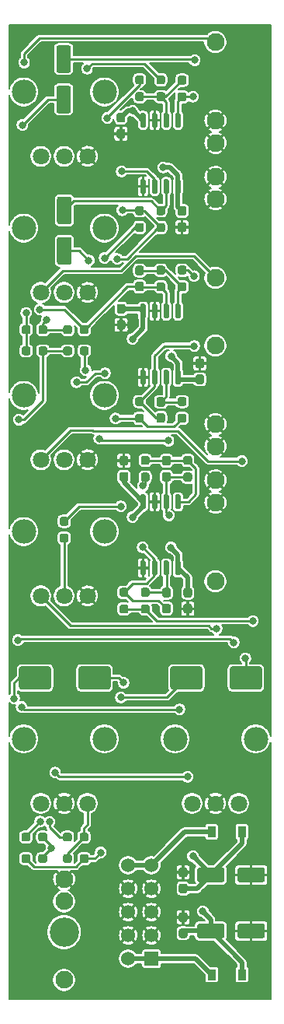
<source format=gbr>
%TF.GenerationSoftware,KiCad,Pcbnew,(5.1.9)-1*%
%TF.CreationDate,2021-03-03T00:59:23+01:00*%
%TF.ProjectId,Hands of Svarog,48616e64-7320-46f6-9620-537661726f67,rev?*%
%TF.SameCoordinates,Original*%
%TF.FileFunction,Copper,L1,Top*%
%TF.FilePolarity,Positive*%
%FSLAX46Y46*%
G04 Gerber Fmt 4.6, Leading zero omitted, Abs format (unit mm)*
G04 Created by KiCad (PCBNEW (5.1.9)-1) date 2021-03-03 00:59:23*
%MOMM*%
%LPD*%
G01*
G04 APERTURE LIST*
%TA.AperFunction,ComponentPad*%
%ADD10C,1.930400*%
%TD*%
%TA.AperFunction,WasherPad*%
%ADD11C,3.200000*%
%TD*%
%TA.AperFunction,ComponentPad*%
%ADD12C,1.803400*%
%TD*%
%TA.AperFunction,ComponentPad*%
%ADD13C,2.667000*%
%TD*%
%TA.AperFunction,SMDPad,CuDef*%
%ADD14R,0.900000X1.200000*%
%TD*%
%TA.AperFunction,ComponentPad*%
%ADD15R,1.524000X1.524000*%
%TD*%
%TA.AperFunction,ComponentPad*%
%ADD16C,1.524000*%
%TD*%
%TA.AperFunction,ViaPad*%
%ADD17C,0.800000*%
%TD*%
%TA.AperFunction,Conductor*%
%ADD18C,0.250000*%
%TD*%
%TA.AperFunction,Conductor*%
%ADD19C,0.500000*%
%TD*%
%TA.AperFunction,Conductor*%
%ADD20C,0.127000*%
%TD*%
%TA.AperFunction,Conductor*%
%ADD21C,0.100000*%
%TD*%
G04 APERTURE END LIST*
D10*
%TO.P,J1,T*%
%TO.N,Net-(J1-PadT)*%
X99559837Y-31609800D03*
%TO.P,J1,S*%
%TO.N,GND*%
X99559837Y-42582600D03*
%TO.P,J1,TN*%
X99559837Y-40169600D03*
%TD*%
%TO.P,J2,T*%
%TO.N,Net-(J2-PadT)*%
X99559837Y-57263800D03*
%TO.P,J2,S*%
%TO.N,GND*%
X99559837Y-46291000D03*
%TO.P,J2,TN*%
X99559837Y-48704000D03*
%TD*%
%TO.P,J3,T*%
%TO.N,Net-(J3-PadT)*%
X99559837Y-64629800D03*
%TO.P,J3,S*%
%TO.N,GND*%
X99559837Y-75602600D03*
%TO.P,J3,TN*%
X99559837Y-73189600D03*
%TD*%
%TO.P,J4,T*%
%TO.N,Net-(J4-PadT)*%
X99559837Y-90283800D03*
%TO.P,J4,S*%
%TO.N,GND*%
X99559837Y-79311000D03*
%TO.P,J4,TN*%
X99559837Y-81724000D03*
%TD*%
%TO.P,J5,T*%
%TO.N,Net-(C7-Pad2)*%
X83049837Y-133667000D03*
%TO.P,J5,S*%
%TO.N,GND*%
X83049837Y-122694200D03*
%TO.P,J5,R*%
%TO.N,Net-(C8-Pad2)*%
X83049837Y-125107200D03*
D11*
%TO.P,J5,*%
%TO.N,*%
X83049837Y-128460000D03*
%TD*%
D12*
%TO.P,RV2,3*%
%TO.N,Net-(J2-PadT)*%
X80509837Y-58851300D03*
%TO.P,RV2,2*%
%TO.N,Net-(R2-Pad2)*%
X83049837Y-58851300D03*
%TO.P,RV2,1*%
%TO.N,GND*%
X85589837Y-58851300D03*
D13*
%TO.P,RV2,4*%
%TO.N,N/C*%
X87444037Y-51840900D03*
%TO.P,RV2,5*%
X78655637Y-51840900D03*
%TD*%
%TO.P,C1,2*%
%TO.N,Net-(C1-Pad2)*%
%TA.AperFunction,SMDPad,CuDef*%
G36*
G01*
X82449200Y-36358200D02*
X83549200Y-36358200D01*
G75*
G02*
X83799200Y-36608200I0J-250000D01*
G01*
X83799200Y-39108200D01*
G75*
G02*
X83549200Y-39358200I-250000J0D01*
G01*
X82449200Y-39358200D01*
G75*
G02*
X82199200Y-39108200I0J250000D01*
G01*
X82199200Y-36608200D01*
G75*
G02*
X82449200Y-36358200I250000J0D01*
G01*
G37*
%TD.AperFunction*%
%TO.P,C1,1*%
%TO.N,Net-(C1-Pad1)*%
%TA.AperFunction,SMDPad,CuDef*%
G36*
G01*
X82449200Y-31958200D02*
X83549200Y-31958200D01*
G75*
G02*
X83799200Y-32208200I0J-250000D01*
G01*
X83799200Y-34708200D01*
G75*
G02*
X83549200Y-34958200I-250000J0D01*
G01*
X82449200Y-34958200D01*
G75*
G02*
X82199200Y-34708200I0J250000D01*
G01*
X82199200Y-32208200D01*
G75*
G02*
X82449200Y-31958200I250000J0D01*
G01*
G37*
%TD.AperFunction*%
%TD*%
%TO.P,C2,1*%
%TO.N,Net-(C2-Pad1)*%
%TA.AperFunction,SMDPad,CuDef*%
G36*
G01*
X82525400Y-48423200D02*
X83625400Y-48423200D01*
G75*
G02*
X83875400Y-48673200I0J-250000D01*
G01*
X83875400Y-51173200D01*
G75*
G02*
X83625400Y-51423200I-250000J0D01*
G01*
X82525400Y-51423200D01*
G75*
G02*
X82275400Y-51173200I0J250000D01*
G01*
X82275400Y-48673200D01*
G75*
G02*
X82525400Y-48423200I250000J0D01*
G01*
G37*
%TD.AperFunction*%
%TO.P,C2,2*%
%TO.N,Net-(C2-Pad2)*%
%TA.AperFunction,SMDPad,CuDef*%
G36*
G01*
X82525400Y-52823200D02*
X83625400Y-52823200D01*
G75*
G02*
X83875400Y-53073200I0J-250000D01*
G01*
X83875400Y-55573200D01*
G75*
G02*
X83625400Y-55823200I-250000J0D01*
G01*
X82525400Y-55823200D01*
G75*
G02*
X82275400Y-55573200I0J250000D01*
G01*
X82275400Y-53073200D01*
G75*
G02*
X82525400Y-52823200I250000J0D01*
G01*
G37*
%TD.AperFunction*%
%TD*%
%TO.P,C3,1*%
%TO.N,Net-(C3-Pad1)*%
%TA.AperFunction,SMDPad,CuDef*%
G36*
G01*
X91042100Y-55940000D02*
X91517100Y-55940000D01*
G75*
G02*
X91754600Y-56177500I0J-237500D01*
G01*
X91754600Y-56752500D01*
G75*
G02*
X91517100Y-56990000I-237500J0D01*
G01*
X91042100Y-56990000D01*
G75*
G02*
X90804600Y-56752500I0J237500D01*
G01*
X90804600Y-56177500D01*
G75*
G02*
X91042100Y-55940000I237500J0D01*
G01*
G37*
%TD.AperFunction*%
%TO.P,C3,2*%
%TO.N,Net-(C3-Pad2)*%
%TA.AperFunction,SMDPad,CuDef*%
G36*
G01*
X91042100Y-57690000D02*
X91517100Y-57690000D01*
G75*
G02*
X91754600Y-57927500I0J-237500D01*
G01*
X91754600Y-58502500D01*
G75*
G02*
X91517100Y-58740000I-237500J0D01*
G01*
X91042100Y-58740000D01*
G75*
G02*
X90804600Y-58502500I0J237500D01*
G01*
X90804600Y-57927500D01*
G75*
G02*
X91042100Y-57690000I237500J0D01*
G01*
G37*
%TD.AperFunction*%
%TD*%
%TO.P,C4,2*%
%TO.N,Net-(C4-Pad2)*%
%TA.AperFunction,SMDPad,CuDef*%
G36*
G01*
X93980032Y-78389100D02*
X94455032Y-78389100D01*
G75*
G02*
X94692532Y-78626600I0J-237500D01*
G01*
X94692532Y-79201600D01*
G75*
G02*
X94455032Y-79439100I-237500J0D01*
G01*
X93980032Y-79439100D01*
G75*
G02*
X93742532Y-79201600I0J237500D01*
G01*
X93742532Y-78626600D01*
G75*
G02*
X93980032Y-78389100I237500J0D01*
G01*
G37*
%TD.AperFunction*%
%TO.P,C4,1*%
%TO.N,Net-(C4-Pad1)*%
%TA.AperFunction,SMDPad,CuDef*%
G36*
G01*
X93980032Y-76639100D02*
X94455032Y-76639100D01*
G75*
G02*
X94692532Y-76876600I0J-237500D01*
G01*
X94692532Y-77451600D01*
G75*
G02*
X94455032Y-77689100I-237500J0D01*
G01*
X93980032Y-77689100D01*
G75*
G02*
X93742532Y-77451600I0J237500D01*
G01*
X93742532Y-76876600D01*
G75*
G02*
X93980032Y-76639100I237500J0D01*
G01*
G37*
%TD.AperFunction*%
%TD*%
%TO.P,C5,2*%
%TO.N,Net-(C5-Pad2)*%
%TA.AperFunction,SMDPad,CuDef*%
G36*
G01*
X93361966Y-71990200D02*
X93836966Y-71990200D01*
G75*
G02*
X94074466Y-72227700I0J-237500D01*
G01*
X94074466Y-72802700D01*
G75*
G02*
X93836966Y-73040200I-237500J0D01*
G01*
X93361966Y-73040200D01*
G75*
G02*
X93124466Y-72802700I0J237500D01*
G01*
X93124466Y-72227700D01*
G75*
G02*
X93361966Y-71990200I237500J0D01*
G01*
G37*
%TD.AperFunction*%
%TO.P,C5,1*%
%TO.N,Net-(C5-Pad1)*%
%TA.AperFunction,SMDPad,CuDef*%
G36*
G01*
X93361966Y-70240200D02*
X93836966Y-70240200D01*
G75*
G02*
X94074466Y-70477700I0J-237500D01*
G01*
X94074466Y-71052700D01*
G75*
G02*
X93836966Y-71290200I-237500J0D01*
G01*
X93361966Y-71290200D01*
G75*
G02*
X93124466Y-71052700I0J237500D01*
G01*
X93124466Y-70477700D01*
G75*
G02*
X93361966Y-70240200I237500J0D01*
G01*
G37*
%TD.AperFunction*%
%TD*%
%TO.P,C6,1*%
%TO.N,Net-(C6-Pad1)*%
%TA.AperFunction,SMDPad,CuDef*%
G36*
G01*
X93980032Y-90992000D02*
X94455032Y-90992000D01*
G75*
G02*
X94692532Y-91229500I0J-237500D01*
G01*
X94692532Y-91804500D01*
G75*
G02*
X94455032Y-92042000I-237500J0D01*
G01*
X93980032Y-92042000D01*
G75*
G02*
X93742532Y-91804500I0J237500D01*
G01*
X93742532Y-91229500D01*
G75*
G02*
X93980032Y-90992000I237500J0D01*
G01*
G37*
%TD.AperFunction*%
%TO.P,C6,2*%
%TO.N,Net-(C6-Pad2)*%
%TA.AperFunction,SMDPad,CuDef*%
G36*
G01*
X93980032Y-92742000D02*
X94455032Y-92742000D01*
G75*
G02*
X94692532Y-92979500I0J-237500D01*
G01*
X94692532Y-93554500D01*
G75*
G02*
X94455032Y-93792000I-237500J0D01*
G01*
X93980032Y-93792000D01*
G75*
G02*
X93742532Y-93554500I0J237500D01*
G01*
X93742532Y-92979500D01*
G75*
G02*
X93980032Y-92742000I237500J0D01*
G01*
G37*
%TD.AperFunction*%
%TD*%
%TO.P,C7,1*%
%TO.N,Net-(C7-Pad1)*%
%TA.AperFunction,SMDPad,CuDef*%
G36*
G01*
X88126200Y-99799400D02*
X88126200Y-101799400D01*
G75*
G02*
X87876200Y-102049400I-250000J0D01*
G01*
X84876200Y-102049400D01*
G75*
G02*
X84626200Y-101799400I0J250000D01*
G01*
X84626200Y-99799400D01*
G75*
G02*
X84876200Y-99549400I250000J0D01*
G01*
X87876200Y-99549400D01*
G75*
G02*
X88126200Y-99799400I0J-250000D01*
G01*
G37*
%TD.AperFunction*%
%TO.P,C7,2*%
%TO.N,Net-(C7-Pad2)*%
%TA.AperFunction,SMDPad,CuDef*%
G36*
G01*
X81626200Y-99799400D02*
X81626200Y-101799400D01*
G75*
G02*
X81376200Y-102049400I-250000J0D01*
G01*
X78376200Y-102049400D01*
G75*
G02*
X78126200Y-101799400I0J250000D01*
G01*
X78126200Y-99799400D01*
G75*
G02*
X78376200Y-99549400I250000J0D01*
G01*
X81376200Y-99549400D01*
G75*
G02*
X81626200Y-99799400I0J-250000D01*
G01*
G37*
%TD.AperFunction*%
%TD*%
%TO.P,C8,2*%
%TO.N,Net-(C8-Pad2)*%
%TA.AperFunction,SMDPad,CuDef*%
G36*
G01*
X98136200Y-99799400D02*
X98136200Y-101799400D01*
G75*
G02*
X97886200Y-102049400I-250000J0D01*
G01*
X94886200Y-102049400D01*
G75*
G02*
X94636200Y-101799400I0J250000D01*
G01*
X94636200Y-99799400D01*
G75*
G02*
X94886200Y-99549400I250000J0D01*
G01*
X97886200Y-99549400D01*
G75*
G02*
X98136200Y-99799400I0J-250000D01*
G01*
G37*
%TD.AperFunction*%
%TO.P,C8,1*%
%TO.N,Net-(C8-Pad1)*%
%TA.AperFunction,SMDPad,CuDef*%
G36*
G01*
X104636200Y-99799400D02*
X104636200Y-101799400D01*
G75*
G02*
X104386200Y-102049400I-250000J0D01*
G01*
X101386200Y-102049400D01*
G75*
G02*
X101136200Y-101799400I0J250000D01*
G01*
X101136200Y-99799400D01*
G75*
G02*
X101386200Y-99549400I250000J0D01*
G01*
X104386200Y-99549400D01*
G75*
G02*
X104636200Y-99799400I0J-250000D01*
G01*
G37*
%TD.AperFunction*%
%TD*%
%TO.P,C9,2*%
%TO.N,GND*%
%TA.AperFunction,SMDPad,CuDef*%
G36*
G01*
X101961800Y-122787000D02*
X101961800Y-121687000D01*
G75*
G02*
X102211800Y-121437000I250000J0D01*
G01*
X104711800Y-121437000D01*
G75*
G02*
X104961800Y-121687000I0J-250000D01*
G01*
X104961800Y-122787000D01*
G75*
G02*
X104711800Y-123037000I-250000J0D01*
G01*
X102211800Y-123037000D01*
G75*
G02*
X101961800Y-122787000I0J250000D01*
G01*
G37*
%TD.AperFunction*%
%TO.P,C9,1*%
%TO.N,+12V*%
%TA.AperFunction,SMDPad,CuDef*%
G36*
G01*
X97561800Y-122787000D02*
X97561800Y-121687000D01*
G75*
G02*
X97811800Y-121437000I250000J0D01*
G01*
X100311800Y-121437000D01*
G75*
G02*
X100561800Y-121687000I0J-250000D01*
G01*
X100561800Y-122787000D01*
G75*
G02*
X100311800Y-123037000I-250000J0D01*
G01*
X97811800Y-123037000D01*
G75*
G02*
X97561800Y-122787000I0J250000D01*
G01*
G37*
%TD.AperFunction*%
%TD*%
%TO.P,C10,1*%
%TO.N,GND*%
%TA.AperFunction,SMDPad,CuDef*%
G36*
G01*
X104961800Y-127783000D02*
X104961800Y-128883000D01*
G75*
G02*
X104711800Y-129133000I-250000J0D01*
G01*
X102211800Y-129133000D01*
G75*
G02*
X101961800Y-128883000I0J250000D01*
G01*
X101961800Y-127783000D01*
G75*
G02*
X102211800Y-127533000I250000J0D01*
G01*
X104711800Y-127533000D01*
G75*
G02*
X104961800Y-127783000I0J-250000D01*
G01*
G37*
%TD.AperFunction*%
%TO.P,C10,2*%
%TO.N,-12V*%
%TA.AperFunction,SMDPad,CuDef*%
G36*
G01*
X100561800Y-127783000D02*
X100561800Y-128883000D01*
G75*
G02*
X100311800Y-129133000I-250000J0D01*
G01*
X97811800Y-129133000D01*
G75*
G02*
X97561800Y-128883000I0J250000D01*
G01*
X97561800Y-127783000D01*
G75*
G02*
X97811800Y-127533000I250000J0D01*
G01*
X100311800Y-127533000D01*
G75*
G02*
X100561800Y-127783000I0J-250000D01*
G01*
G37*
%TD.AperFunction*%
%TD*%
%TO.P,C11,2*%
%TO.N,+12V*%
%TA.AperFunction,SMDPad,CuDef*%
G36*
G01*
X95791900Y-123185200D02*
X96266900Y-123185200D01*
G75*
G02*
X96504400Y-123422700I0J-237500D01*
G01*
X96504400Y-123997700D01*
G75*
G02*
X96266900Y-124235200I-237500J0D01*
G01*
X95791900Y-124235200D01*
G75*
G02*
X95554400Y-123997700I0J237500D01*
G01*
X95554400Y-123422700D01*
G75*
G02*
X95791900Y-123185200I237500J0D01*
G01*
G37*
%TD.AperFunction*%
%TO.P,C11,1*%
%TO.N,GND*%
%TA.AperFunction,SMDPad,CuDef*%
G36*
G01*
X95791900Y-121435200D02*
X96266900Y-121435200D01*
G75*
G02*
X96504400Y-121672700I0J-237500D01*
G01*
X96504400Y-122247700D01*
G75*
G02*
X96266900Y-122485200I-237500J0D01*
G01*
X95791900Y-122485200D01*
G75*
G02*
X95554400Y-122247700I0J237500D01*
G01*
X95554400Y-121672700D01*
G75*
G02*
X95791900Y-121435200I237500J0D01*
G01*
G37*
%TD.AperFunction*%
%TD*%
%TO.P,C12,1*%
%TO.N,-12V*%
%TA.AperFunction,SMDPad,CuDef*%
G36*
G01*
X96266900Y-129112000D02*
X95791900Y-129112000D01*
G75*
G02*
X95554400Y-128874500I0J237500D01*
G01*
X95554400Y-128299500D01*
G75*
G02*
X95791900Y-128062000I237500J0D01*
G01*
X96266900Y-128062000D01*
G75*
G02*
X96504400Y-128299500I0J-237500D01*
G01*
X96504400Y-128874500D01*
G75*
G02*
X96266900Y-129112000I-237500J0D01*
G01*
G37*
%TD.AperFunction*%
%TO.P,C12,2*%
%TO.N,GND*%
%TA.AperFunction,SMDPad,CuDef*%
G36*
G01*
X96266900Y-127362000D02*
X95791900Y-127362000D01*
G75*
G02*
X95554400Y-127124500I0J237500D01*
G01*
X95554400Y-126549500D01*
G75*
G02*
X95791900Y-126312000I237500J0D01*
G01*
X96266900Y-126312000D01*
G75*
G02*
X96504400Y-126549500I0J-237500D01*
G01*
X96504400Y-127124500D01*
G75*
G02*
X96266900Y-127362000I-237500J0D01*
G01*
G37*
%TD.AperFunction*%
%TD*%
%TO.P,C13,2*%
%TO.N,+12V*%
%TA.AperFunction,SMDPad,CuDef*%
G36*
G01*
X97620700Y-67785200D02*
X98095700Y-67785200D01*
G75*
G02*
X98333200Y-68022700I0J-237500D01*
G01*
X98333200Y-68597700D01*
G75*
G02*
X98095700Y-68835200I-237500J0D01*
G01*
X97620700Y-68835200D01*
G75*
G02*
X97383200Y-68597700I0J237500D01*
G01*
X97383200Y-68022700D01*
G75*
G02*
X97620700Y-67785200I237500J0D01*
G01*
G37*
%TD.AperFunction*%
%TO.P,C13,1*%
%TO.N,GND*%
%TA.AperFunction,SMDPad,CuDef*%
G36*
G01*
X97620700Y-66035200D02*
X98095700Y-66035200D01*
G75*
G02*
X98333200Y-66272700I0J-237500D01*
G01*
X98333200Y-66847700D01*
G75*
G02*
X98095700Y-67085200I-237500J0D01*
G01*
X97620700Y-67085200D01*
G75*
G02*
X97383200Y-66847700I0J237500D01*
G01*
X97383200Y-66272700D01*
G75*
G02*
X97620700Y-66035200I237500J0D01*
G01*
G37*
%TD.AperFunction*%
%TD*%
%TO.P,C14,1*%
%TO.N,-12V*%
%TA.AperFunction,SMDPad,CuDef*%
G36*
G01*
X89035500Y-60105600D02*
X89510500Y-60105600D01*
G75*
G02*
X89748000Y-60343100I0J-237500D01*
G01*
X89748000Y-60918100D01*
G75*
G02*
X89510500Y-61155600I-237500J0D01*
G01*
X89035500Y-61155600D01*
G75*
G02*
X88798000Y-60918100I0J237500D01*
G01*
X88798000Y-60343100D01*
G75*
G02*
X89035500Y-60105600I237500J0D01*
G01*
G37*
%TD.AperFunction*%
%TO.P,C14,2*%
%TO.N,GND*%
%TA.AperFunction,SMDPad,CuDef*%
G36*
G01*
X89035500Y-61855600D02*
X89510500Y-61855600D01*
G75*
G02*
X89748000Y-62093100I0J-237500D01*
G01*
X89748000Y-62668100D01*
G75*
G02*
X89510500Y-62905600I-237500J0D01*
G01*
X89035500Y-62905600D01*
G75*
G02*
X88798000Y-62668100I0J237500D01*
G01*
X88798000Y-62093100D01*
G75*
G02*
X89035500Y-61855600I237500J0D01*
G01*
G37*
%TD.AperFunction*%
%TD*%
%TO.P,C15,2*%
%TO.N,+12V*%
%TA.AperFunction,SMDPad,CuDef*%
G36*
G01*
X96774900Y-92042000D02*
X96299900Y-92042000D01*
G75*
G02*
X96062400Y-91804500I0J237500D01*
G01*
X96062400Y-91229500D01*
G75*
G02*
X96299900Y-90992000I237500J0D01*
G01*
X96774900Y-90992000D01*
G75*
G02*
X97012400Y-91229500I0J-237500D01*
G01*
X97012400Y-91804500D01*
G75*
G02*
X96774900Y-92042000I-237500J0D01*
G01*
G37*
%TD.AperFunction*%
%TO.P,C15,1*%
%TO.N,GND*%
%TA.AperFunction,SMDPad,CuDef*%
G36*
G01*
X96774900Y-93792000D02*
X96299900Y-93792000D01*
G75*
G02*
X96062400Y-93554500I0J237500D01*
G01*
X96062400Y-92979500D01*
G75*
G02*
X96299900Y-92742000I237500J0D01*
G01*
X96774900Y-92742000D01*
G75*
G02*
X97012400Y-92979500I0J-237500D01*
G01*
X97012400Y-93554500D01*
G75*
G02*
X96774900Y-93792000I-237500J0D01*
G01*
G37*
%TD.AperFunction*%
%TD*%
%TO.P,C16,1*%
%TO.N,-12V*%
%TA.AperFunction,SMDPad,CuDef*%
G36*
G01*
X89815300Y-79439100D02*
X89340300Y-79439100D01*
G75*
G02*
X89102800Y-79201600I0J237500D01*
G01*
X89102800Y-78626600D01*
G75*
G02*
X89340300Y-78389100I237500J0D01*
G01*
X89815300Y-78389100D01*
G75*
G02*
X90052800Y-78626600I0J-237500D01*
G01*
X90052800Y-79201600D01*
G75*
G02*
X89815300Y-79439100I-237500J0D01*
G01*
G37*
%TD.AperFunction*%
%TO.P,C16,2*%
%TO.N,GND*%
%TA.AperFunction,SMDPad,CuDef*%
G36*
G01*
X89815300Y-77689100D02*
X89340300Y-77689100D01*
G75*
G02*
X89102800Y-77451600I0J237500D01*
G01*
X89102800Y-76876600D01*
G75*
G02*
X89340300Y-76639100I237500J0D01*
G01*
X89815300Y-76639100D01*
G75*
G02*
X90052800Y-76876600I0J-237500D01*
G01*
X90052800Y-77451600D01*
G75*
G02*
X89815300Y-77689100I-237500J0D01*
G01*
G37*
%TD.AperFunction*%
%TD*%
%TO.P,C17,2*%
%TO.N,+12V*%
%TA.AperFunction,SMDPad,CuDef*%
G36*
G01*
X96156832Y-50524400D02*
X95681832Y-50524400D01*
G75*
G02*
X95444332Y-50286900I0J237500D01*
G01*
X95444332Y-49711900D01*
G75*
G02*
X95681832Y-49474400I237500J0D01*
G01*
X96156832Y-49474400D01*
G75*
G02*
X96394332Y-49711900I0J-237500D01*
G01*
X96394332Y-50286900D01*
G75*
G02*
X96156832Y-50524400I-237500J0D01*
G01*
G37*
%TD.AperFunction*%
%TO.P,C17,1*%
%TO.N,GND*%
%TA.AperFunction,SMDPad,CuDef*%
G36*
G01*
X96156832Y-52274400D02*
X95681832Y-52274400D01*
G75*
G02*
X95444332Y-52036900I0J237500D01*
G01*
X95444332Y-51461900D01*
G75*
G02*
X95681832Y-51224400I237500J0D01*
G01*
X96156832Y-51224400D01*
G75*
G02*
X96394332Y-51461900I0J-237500D01*
G01*
X96394332Y-52036900D01*
G75*
G02*
X96156832Y-52274400I-237500J0D01*
G01*
G37*
%TD.AperFunction*%
%TD*%
%TO.P,C18,1*%
%TO.N,-12V*%
%TA.AperFunction,SMDPad,CuDef*%
G36*
G01*
X89010100Y-39314400D02*
X89485100Y-39314400D01*
G75*
G02*
X89722600Y-39551900I0J-237500D01*
G01*
X89722600Y-40126900D01*
G75*
G02*
X89485100Y-40364400I-237500J0D01*
G01*
X89010100Y-40364400D01*
G75*
G02*
X88772600Y-40126900I0J237500D01*
G01*
X88772600Y-39551900D01*
G75*
G02*
X89010100Y-39314400I237500J0D01*
G01*
G37*
%TD.AperFunction*%
%TO.P,C18,2*%
%TO.N,GND*%
%TA.AperFunction,SMDPad,CuDef*%
G36*
G01*
X89010100Y-41064400D02*
X89485100Y-41064400D01*
G75*
G02*
X89722600Y-41301900I0J-237500D01*
G01*
X89722600Y-41876900D01*
G75*
G02*
X89485100Y-42114400I-237500J0D01*
G01*
X89010100Y-42114400D01*
G75*
G02*
X88772600Y-41876900I0J237500D01*
G01*
X88772600Y-41301900D01*
G75*
G02*
X89010100Y-41064400I237500J0D01*
G01*
G37*
%TD.AperFunction*%
%TD*%
D14*
%TO.P,D1,2*%
%TO.N,Net-(D1-Pad2)*%
X99155600Y-117538000D03*
%TO.P,D1,1*%
%TO.N,+12V*%
X102455600Y-117538000D03*
%TD*%
%TO.P,D2,1*%
%TO.N,Net-(D2-Pad1)*%
X99155600Y-133082800D03*
%TO.P,D2,2*%
%TO.N,-12V*%
X102455600Y-133082800D03*
%TD*%
D15*
%TO.P,J7,1*%
%TO.N,Net-(D2-Pad1)*%
X92575000Y-131355600D03*
D16*
%TO.P,J7,2*%
X90035000Y-131355600D03*
%TO.P,J7,3*%
%TO.N,GND*%
X92575000Y-128815600D03*
%TO.P,J7,4*%
X90035000Y-128815600D03*
%TO.P,J7,5*%
X92575000Y-126275600D03*
%TO.P,J7,6*%
X90035000Y-126275600D03*
%TO.P,J7,7*%
X92575000Y-123735600D03*
%TO.P,J7,8*%
X90035000Y-123735600D03*
%TO.P,J7,9*%
%TO.N,Net-(D1-Pad2)*%
X92575000Y-121195600D03*
%TO.P,J7,10*%
X90035000Y-121195600D03*
%TD*%
%TO.P,R1,2*%
%TO.N,Net-(R1-Pad2)*%
%TA.AperFunction,SMDPad,CuDef*%
G36*
G01*
X93836966Y-36212100D02*
X93361966Y-36212100D01*
G75*
G02*
X93124466Y-35974600I0J237500D01*
G01*
X93124466Y-35474600D01*
G75*
G02*
X93361966Y-35237100I237500J0D01*
G01*
X93836966Y-35237100D01*
G75*
G02*
X94074466Y-35474600I0J-237500D01*
G01*
X94074466Y-35974600D01*
G75*
G02*
X93836966Y-36212100I-237500J0D01*
G01*
G37*
%TD.AperFunction*%
%TO.P,R1,1*%
%TO.N,Net-(R1-Pad1)*%
%TA.AperFunction,SMDPad,CuDef*%
G36*
G01*
X93836966Y-38037100D02*
X93361966Y-38037100D01*
G75*
G02*
X93124466Y-37799600I0J237500D01*
G01*
X93124466Y-37299600D01*
G75*
G02*
X93361966Y-37062100I237500J0D01*
G01*
X93836966Y-37062100D01*
G75*
G02*
X94074466Y-37299600I0J-237500D01*
G01*
X94074466Y-37799600D01*
G75*
G02*
X93836966Y-38037100I-237500J0D01*
G01*
G37*
%TD.AperFunction*%
%TD*%
%TO.P,R2,1*%
%TO.N,Net-(R1-Pad1)*%
%TA.AperFunction,SMDPad,CuDef*%
G36*
G01*
X91517100Y-38037100D02*
X91042100Y-38037100D01*
G75*
G02*
X90804600Y-37799600I0J237500D01*
G01*
X90804600Y-37299600D01*
G75*
G02*
X91042100Y-37062100I237500J0D01*
G01*
X91517100Y-37062100D01*
G75*
G02*
X91754600Y-37299600I0J-237500D01*
G01*
X91754600Y-37799600D01*
G75*
G02*
X91517100Y-38037100I-237500J0D01*
G01*
G37*
%TD.AperFunction*%
%TO.P,R2,2*%
%TO.N,Net-(R2-Pad2)*%
%TA.AperFunction,SMDPad,CuDef*%
G36*
G01*
X91517100Y-36212100D02*
X91042100Y-36212100D01*
G75*
G02*
X90804600Y-35974600I0J237500D01*
G01*
X90804600Y-35474600D01*
G75*
G02*
X91042100Y-35237100I237500J0D01*
G01*
X91517100Y-35237100D01*
G75*
G02*
X91754600Y-35474600I0J-237500D01*
G01*
X91754600Y-35974600D01*
G75*
G02*
X91517100Y-36212100I-237500J0D01*
G01*
G37*
%TD.AperFunction*%
%TD*%
%TO.P,R3,1*%
%TO.N,Net-(R3-Pad1)*%
%TA.AperFunction,SMDPad,CuDef*%
G36*
G01*
X91042100Y-49474400D02*
X91517100Y-49474400D01*
G75*
G02*
X91754600Y-49711900I0J-237500D01*
G01*
X91754600Y-50211900D01*
G75*
G02*
X91517100Y-50449400I-237500J0D01*
G01*
X91042100Y-50449400D01*
G75*
G02*
X90804600Y-50211900I0J237500D01*
G01*
X90804600Y-49711900D01*
G75*
G02*
X91042100Y-49474400I237500J0D01*
G01*
G37*
%TD.AperFunction*%
%TO.P,R3,2*%
%TO.N,Net-(R3-Pad2)*%
%TA.AperFunction,SMDPad,CuDef*%
G36*
G01*
X91042100Y-51299400D02*
X91517100Y-51299400D01*
G75*
G02*
X91754600Y-51536900I0J-237500D01*
G01*
X91754600Y-52036900D01*
G75*
G02*
X91517100Y-52274400I-237500J0D01*
G01*
X91042100Y-52274400D01*
G75*
G02*
X90804600Y-52036900I0J237500D01*
G01*
X90804600Y-51536900D01*
G75*
G02*
X91042100Y-51299400I237500J0D01*
G01*
G37*
%TD.AperFunction*%
%TD*%
%TO.P,R4,1*%
%TO.N,Net-(R3-Pad1)*%
%TA.AperFunction,SMDPad,CuDef*%
G36*
G01*
X82812337Y-83270400D02*
X83287337Y-83270400D01*
G75*
G02*
X83524837Y-83507900I0J-237500D01*
G01*
X83524837Y-84007900D01*
G75*
G02*
X83287337Y-84245400I-237500J0D01*
G01*
X82812337Y-84245400D01*
G75*
G02*
X82574837Y-84007900I0J237500D01*
G01*
X82574837Y-83507900D01*
G75*
G02*
X82812337Y-83270400I237500J0D01*
G01*
G37*
%TD.AperFunction*%
%TO.P,R4,2*%
%TO.N,Net-(R4-Pad2)*%
%TA.AperFunction,SMDPad,CuDef*%
G36*
G01*
X82812337Y-85095400D02*
X83287337Y-85095400D01*
G75*
G02*
X83524837Y-85332900I0J-237500D01*
G01*
X83524837Y-85832900D01*
G75*
G02*
X83287337Y-86070400I-237500J0D01*
G01*
X82812337Y-86070400D01*
G75*
G02*
X82574837Y-85832900I0J237500D01*
G01*
X82574837Y-85332900D01*
G75*
G02*
X82812337Y-85095400I237500J0D01*
G01*
G37*
%TD.AperFunction*%
%TD*%
%TO.P,R5,1*%
%TO.N,Net-(C1-Pad1)*%
%TA.AperFunction,SMDPad,CuDef*%
G36*
G01*
X96156832Y-38066300D02*
X95681832Y-38066300D01*
G75*
G02*
X95444332Y-37828800I0J237500D01*
G01*
X95444332Y-37328800D01*
G75*
G02*
X95681832Y-37091300I237500J0D01*
G01*
X96156832Y-37091300D01*
G75*
G02*
X96394332Y-37328800I0J-237500D01*
G01*
X96394332Y-37828800D01*
G75*
G02*
X96156832Y-38066300I-237500J0D01*
G01*
G37*
%TD.AperFunction*%
%TO.P,R5,2*%
%TO.N,Net-(R1-Pad1)*%
%TA.AperFunction,SMDPad,CuDef*%
G36*
G01*
X96156832Y-36241300D02*
X95681832Y-36241300D01*
G75*
G02*
X95444332Y-36003800I0J237500D01*
G01*
X95444332Y-35503800D01*
G75*
G02*
X95681832Y-35266300I237500J0D01*
G01*
X96156832Y-35266300D01*
G75*
G02*
X96394332Y-35503800I0J-237500D01*
G01*
X96394332Y-36003800D01*
G75*
G02*
X96156832Y-36241300I-237500J0D01*
G01*
G37*
%TD.AperFunction*%
%TD*%
%TO.P,R6,2*%
%TO.N,Net-(R3-Pad1)*%
%TA.AperFunction,SMDPad,CuDef*%
G36*
G01*
X93361966Y-51299400D02*
X93836966Y-51299400D01*
G75*
G02*
X94074466Y-51536900I0J-237500D01*
G01*
X94074466Y-52036900D01*
G75*
G02*
X93836966Y-52274400I-237500J0D01*
G01*
X93361966Y-52274400D01*
G75*
G02*
X93124466Y-52036900I0J237500D01*
G01*
X93124466Y-51536900D01*
G75*
G02*
X93361966Y-51299400I237500J0D01*
G01*
G37*
%TD.AperFunction*%
%TO.P,R6,1*%
%TO.N,Net-(C2-Pad1)*%
%TA.AperFunction,SMDPad,CuDef*%
G36*
G01*
X93361966Y-49474400D02*
X93836966Y-49474400D01*
G75*
G02*
X94074466Y-49711900I0J-237500D01*
G01*
X94074466Y-50211900D01*
G75*
G02*
X93836966Y-50449400I-237500J0D01*
G01*
X93361966Y-50449400D01*
G75*
G02*
X93124466Y-50211900I0J237500D01*
G01*
X93124466Y-49711900D01*
G75*
G02*
X93361966Y-49474400I237500J0D01*
G01*
G37*
%TD.AperFunction*%
%TD*%
%TO.P,R7,1*%
%TO.N,Net-(R11-Pad2)*%
%TA.AperFunction,SMDPad,CuDef*%
G36*
G01*
X81222300Y-62665100D02*
X81222300Y-63140100D01*
G75*
G02*
X80984800Y-63377600I-237500J0D01*
G01*
X80484800Y-63377600D01*
G75*
G02*
X80247300Y-63140100I0J237500D01*
G01*
X80247300Y-62665100D01*
G75*
G02*
X80484800Y-62427600I237500J0D01*
G01*
X80984800Y-62427600D01*
G75*
G02*
X81222300Y-62665100I0J-237500D01*
G01*
G37*
%TD.AperFunction*%
%TO.P,R7,2*%
%TO.N,Net-(C1-Pad2)*%
%TA.AperFunction,SMDPad,CuDef*%
G36*
G01*
X79397300Y-62665100D02*
X79397300Y-63140100D01*
G75*
G02*
X79159800Y-63377600I-237500J0D01*
G01*
X78659800Y-63377600D01*
G75*
G02*
X78422300Y-63140100I0J237500D01*
G01*
X78422300Y-62665100D01*
G75*
G02*
X78659800Y-62427600I237500J0D01*
G01*
X79159800Y-62427600D01*
G75*
G02*
X79397300Y-62665100I0J-237500D01*
G01*
G37*
%TD.AperFunction*%
%TD*%
%TO.P,R8,1*%
%TO.N,Net-(R12-Pad2)*%
%TA.AperFunction,SMDPad,CuDef*%
G36*
G01*
X81222300Y-64976500D02*
X81222300Y-65451500D01*
G75*
G02*
X80984800Y-65689000I-237500J0D01*
G01*
X80484800Y-65689000D01*
G75*
G02*
X80247300Y-65451500I0J237500D01*
G01*
X80247300Y-64976500D01*
G75*
G02*
X80484800Y-64739000I237500J0D01*
G01*
X80984800Y-64739000D01*
G75*
G02*
X81222300Y-64976500I0J-237500D01*
G01*
G37*
%TD.AperFunction*%
%TO.P,R8,2*%
%TO.N,Net-(C1-Pad2)*%
%TA.AperFunction,SMDPad,CuDef*%
G36*
G01*
X79397300Y-64976500D02*
X79397300Y-65451500D01*
G75*
G02*
X79159800Y-65689000I-237500J0D01*
G01*
X78659800Y-65689000D01*
G75*
G02*
X78422300Y-65451500I0J237500D01*
G01*
X78422300Y-64976500D01*
G75*
G02*
X78659800Y-64739000I237500J0D01*
G01*
X79159800Y-64739000D01*
G75*
G02*
X79397300Y-64976500I0J-237500D01*
G01*
G37*
%TD.AperFunction*%
%TD*%
%TO.P,R9,2*%
%TO.N,Net-(C2-Pad2)*%
%TA.AperFunction,SMDPad,CuDef*%
G36*
G01*
X79371900Y-120221500D02*
X79371900Y-120696500D01*
G75*
G02*
X79134400Y-120934000I-237500J0D01*
G01*
X78634400Y-120934000D01*
G75*
G02*
X78396900Y-120696500I0J237500D01*
G01*
X78396900Y-120221500D01*
G75*
G02*
X78634400Y-119984000I237500J0D01*
G01*
X79134400Y-119984000D01*
G75*
G02*
X79371900Y-120221500I0J-237500D01*
G01*
G37*
%TD.AperFunction*%
%TO.P,R9,1*%
%TO.N,Net-(R13-Pad2)*%
%TA.AperFunction,SMDPad,CuDef*%
G36*
G01*
X81196900Y-120221500D02*
X81196900Y-120696500D01*
G75*
G02*
X80959400Y-120934000I-237500J0D01*
G01*
X80459400Y-120934000D01*
G75*
G02*
X80221900Y-120696500I0J237500D01*
G01*
X80221900Y-120221500D01*
G75*
G02*
X80459400Y-119984000I237500J0D01*
G01*
X80959400Y-119984000D01*
G75*
G02*
X81196900Y-120221500I0J-237500D01*
G01*
G37*
%TD.AperFunction*%
%TD*%
%TO.P,R10,1*%
%TO.N,Net-(R10-Pad1)*%
%TA.AperFunction,SMDPad,CuDef*%
G36*
G01*
X82918100Y-120696500D02*
X82918100Y-120221500D01*
G75*
G02*
X83155600Y-119984000I237500J0D01*
G01*
X83655600Y-119984000D01*
G75*
G02*
X83893100Y-120221500I0J-237500D01*
G01*
X83893100Y-120696500D01*
G75*
G02*
X83655600Y-120934000I-237500J0D01*
G01*
X83155600Y-120934000D01*
G75*
G02*
X82918100Y-120696500I0J237500D01*
G01*
G37*
%TD.AperFunction*%
%TO.P,R10,2*%
%TO.N,Net-(C2-Pad2)*%
%TA.AperFunction,SMDPad,CuDef*%
G36*
G01*
X84743100Y-120696500D02*
X84743100Y-120221500D01*
G75*
G02*
X84980600Y-119984000I237500J0D01*
G01*
X85480600Y-119984000D01*
G75*
G02*
X85718100Y-120221500I0J-237500D01*
G01*
X85718100Y-120696500D01*
G75*
G02*
X85480600Y-120934000I-237500J0D01*
G01*
X84980600Y-120934000D01*
G75*
G02*
X84743100Y-120696500I0J237500D01*
G01*
G37*
%TD.AperFunction*%
%TD*%
%TO.P,R11,2*%
%TO.N,Net-(R11-Pad2)*%
%TA.AperFunction,SMDPad,CuDef*%
G36*
G01*
X83918500Y-62665100D02*
X83918500Y-63140100D01*
G75*
G02*
X83681000Y-63377600I-237500J0D01*
G01*
X83181000Y-63377600D01*
G75*
G02*
X82943500Y-63140100I0J237500D01*
G01*
X82943500Y-62665100D01*
G75*
G02*
X83181000Y-62427600I237500J0D01*
G01*
X83681000Y-62427600D01*
G75*
G02*
X83918500Y-62665100I0J-237500D01*
G01*
G37*
%TD.AperFunction*%
%TO.P,R11,1*%
%TO.N,Net-(C3-Pad2)*%
%TA.AperFunction,SMDPad,CuDef*%
G36*
G01*
X85743500Y-62665100D02*
X85743500Y-63140100D01*
G75*
G02*
X85506000Y-63377600I-237500J0D01*
G01*
X85006000Y-63377600D01*
G75*
G02*
X84768500Y-63140100I0J237500D01*
G01*
X84768500Y-62665100D01*
G75*
G02*
X85006000Y-62427600I237500J0D01*
G01*
X85506000Y-62427600D01*
G75*
G02*
X85743500Y-62665100I0J-237500D01*
G01*
G37*
%TD.AperFunction*%
%TD*%
%TO.P,R12,1*%
%TO.N,Net-(C4-Pad2)*%
%TA.AperFunction,SMDPad,CuDef*%
G36*
G01*
X85743500Y-64976500D02*
X85743500Y-65451500D01*
G75*
G02*
X85506000Y-65689000I-237500J0D01*
G01*
X85006000Y-65689000D01*
G75*
G02*
X84768500Y-65451500I0J237500D01*
G01*
X84768500Y-64976500D01*
G75*
G02*
X85006000Y-64739000I237500J0D01*
G01*
X85506000Y-64739000D01*
G75*
G02*
X85743500Y-64976500I0J-237500D01*
G01*
G37*
%TD.AperFunction*%
%TO.P,R12,2*%
%TO.N,Net-(R12-Pad2)*%
%TA.AperFunction,SMDPad,CuDef*%
G36*
G01*
X83918500Y-64976500D02*
X83918500Y-65451500D01*
G75*
G02*
X83681000Y-65689000I-237500J0D01*
G01*
X83181000Y-65689000D01*
G75*
G02*
X82943500Y-65451500I0J237500D01*
G01*
X82943500Y-64976500D01*
G75*
G02*
X83181000Y-64739000I237500J0D01*
G01*
X83681000Y-64739000D01*
G75*
G02*
X83918500Y-64976500I0J-237500D01*
G01*
G37*
%TD.AperFunction*%
%TD*%
%TO.P,R13,2*%
%TO.N,Net-(R13-Pad2)*%
%TA.AperFunction,SMDPad,CuDef*%
G36*
G01*
X80221900Y-118359700D02*
X80221900Y-117884700D01*
G75*
G02*
X80459400Y-117647200I237500J0D01*
G01*
X80959400Y-117647200D01*
G75*
G02*
X81196900Y-117884700I0J-237500D01*
G01*
X81196900Y-118359700D01*
G75*
G02*
X80959400Y-118597200I-237500J0D01*
G01*
X80459400Y-118597200D01*
G75*
G02*
X80221900Y-118359700I0J237500D01*
G01*
G37*
%TD.AperFunction*%
%TO.P,R13,1*%
%TO.N,Net-(C3-Pad2)*%
%TA.AperFunction,SMDPad,CuDef*%
G36*
G01*
X78396900Y-118359700D02*
X78396900Y-117884700D01*
G75*
G02*
X78634400Y-117647200I237500J0D01*
G01*
X79134400Y-117647200D01*
G75*
G02*
X79371900Y-117884700I0J-237500D01*
G01*
X79371900Y-118359700D01*
G75*
G02*
X79134400Y-118597200I-237500J0D01*
G01*
X78634400Y-118597200D01*
G75*
G02*
X78396900Y-118359700I0J237500D01*
G01*
G37*
%TD.AperFunction*%
%TD*%
%TO.P,R14,1*%
%TO.N,Net-(C4-Pad2)*%
%TA.AperFunction,SMDPad,CuDef*%
G36*
G01*
X82918100Y-118359700D02*
X82918100Y-117884700D01*
G75*
G02*
X83155600Y-117647200I237500J0D01*
G01*
X83655600Y-117647200D01*
G75*
G02*
X83893100Y-117884700I0J-237500D01*
G01*
X83893100Y-118359700D01*
G75*
G02*
X83655600Y-118597200I-237500J0D01*
G01*
X83155600Y-118597200D01*
G75*
G02*
X82918100Y-118359700I0J237500D01*
G01*
G37*
%TD.AperFunction*%
%TO.P,R14,2*%
%TO.N,Net-(R10-Pad1)*%
%TA.AperFunction,SMDPad,CuDef*%
G36*
G01*
X84743100Y-118359700D02*
X84743100Y-117884700D01*
G75*
G02*
X84980600Y-117647200I237500J0D01*
G01*
X85480600Y-117647200D01*
G75*
G02*
X85718100Y-117884700I0J-237500D01*
G01*
X85718100Y-118359700D01*
G75*
G02*
X85480600Y-118597200I-237500J0D01*
G01*
X84980600Y-118597200D01*
G75*
G02*
X84743100Y-118359700I0J237500D01*
G01*
G37*
%TD.AperFunction*%
%TD*%
%TO.P,R15,2*%
%TO.N,Net-(C3-Pad2)*%
%TA.AperFunction,SMDPad,CuDef*%
G36*
G01*
X93361966Y-57765000D02*
X93836966Y-57765000D01*
G75*
G02*
X94074466Y-58002500I0J-237500D01*
G01*
X94074466Y-58502500D01*
G75*
G02*
X93836966Y-58740000I-237500J0D01*
G01*
X93361966Y-58740000D01*
G75*
G02*
X93124466Y-58502500I0J237500D01*
G01*
X93124466Y-58002500D01*
G75*
G02*
X93361966Y-57765000I237500J0D01*
G01*
G37*
%TD.AperFunction*%
%TO.P,R15,1*%
%TO.N,Net-(C3-Pad1)*%
%TA.AperFunction,SMDPad,CuDef*%
G36*
G01*
X93361966Y-55940000D02*
X93836966Y-55940000D01*
G75*
G02*
X94074466Y-56177500I0J-237500D01*
G01*
X94074466Y-56677500D01*
G75*
G02*
X93836966Y-56915000I-237500J0D01*
G01*
X93361966Y-56915000D01*
G75*
G02*
X93124466Y-56677500I0J237500D01*
G01*
X93124466Y-56177500D01*
G75*
G02*
X93361966Y-55940000I237500J0D01*
G01*
G37*
%TD.AperFunction*%
%TD*%
%TO.P,R16,1*%
%TO.N,Net-(C4-Pad1)*%
%TA.AperFunction,SMDPad,CuDef*%
G36*
G01*
X96299900Y-76639100D02*
X96774900Y-76639100D01*
G75*
G02*
X97012400Y-76876600I0J-237500D01*
G01*
X97012400Y-77376600D01*
G75*
G02*
X96774900Y-77614100I-237500J0D01*
G01*
X96299900Y-77614100D01*
G75*
G02*
X96062400Y-77376600I0J237500D01*
G01*
X96062400Y-76876600D01*
G75*
G02*
X96299900Y-76639100I237500J0D01*
G01*
G37*
%TD.AperFunction*%
%TO.P,R16,2*%
%TO.N,Net-(C4-Pad2)*%
%TA.AperFunction,SMDPad,CuDef*%
G36*
G01*
X96299900Y-78464100D02*
X96774900Y-78464100D01*
G75*
G02*
X97012400Y-78701600I0J-237500D01*
G01*
X97012400Y-79201600D01*
G75*
G02*
X96774900Y-79439100I-237500J0D01*
G01*
X96299900Y-79439100D01*
G75*
G02*
X96062400Y-79201600I0J237500D01*
G01*
X96062400Y-78701600D01*
G75*
G02*
X96299900Y-78464100I237500J0D01*
G01*
G37*
%TD.AperFunction*%
%TD*%
%TO.P,R17,2*%
%TO.N,Net-(C3-Pad1)*%
%TA.AperFunction,SMDPad,CuDef*%
G36*
G01*
X95681832Y-57765000D02*
X96156832Y-57765000D01*
G75*
G02*
X96394332Y-58002500I0J-237500D01*
G01*
X96394332Y-58502500D01*
G75*
G02*
X96156832Y-58740000I-237500J0D01*
G01*
X95681832Y-58740000D01*
G75*
G02*
X95444332Y-58502500I0J237500D01*
G01*
X95444332Y-58002500D01*
G75*
G02*
X95681832Y-57765000I237500J0D01*
G01*
G37*
%TD.AperFunction*%
%TO.P,R17,1*%
%TO.N,Net-(C5-Pad2)*%
%TA.AperFunction,SMDPad,CuDef*%
G36*
G01*
X95681832Y-55940000D02*
X96156832Y-55940000D01*
G75*
G02*
X96394332Y-56177500I0J-237500D01*
G01*
X96394332Y-56677500D01*
G75*
G02*
X96156832Y-56915000I-237500J0D01*
G01*
X95681832Y-56915000D01*
G75*
G02*
X95444332Y-56677500I0J237500D01*
G01*
X95444332Y-56177500D01*
G75*
G02*
X95681832Y-55940000I237500J0D01*
G01*
G37*
%TD.AperFunction*%
%TD*%
%TO.P,R18,2*%
%TO.N,Net-(C4-Pad1)*%
%TA.AperFunction,SMDPad,CuDef*%
G36*
G01*
X92135166Y-77614100D02*
X91660166Y-77614100D01*
G75*
G02*
X91422666Y-77376600I0J237500D01*
G01*
X91422666Y-76876600D01*
G75*
G02*
X91660166Y-76639100I237500J0D01*
G01*
X92135166Y-76639100D01*
G75*
G02*
X92372666Y-76876600I0J-237500D01*
G01*
X92372666Y-77376600D01*
G75*
G02*
X92135166Y-77614100I-237500J0D01*
G01*
G37*
%TD.AperFunction*%
%TO.P,R18,1*%
%TO.N,Net-(C6-Pad2)*%
%TA.AperFunction,SMDPad,CuDef*%
G36*
G01*
X92135166Y-79439100D02*
X91660166Y-79439100D01*
G75*
G02*
X91422666Y-79201600I0J237500D01*
G01*
X91422666Y-78701600D01*
G75*
G02*
X91660166Y-78464100I237500J0D01*
G01*
X92135166Y-78464100D01*
G75*
G02*
X92372666Y-78701600I0J-237500D01*
G01*
X92372666Y-79201600D01*
G75*
G02*
X92135166Y-79439100I-237500J0D01*
G01*
G37*
%TD.AperFunction*%
%TD*%
%TO.P,R19,1*%
%TO.N,Net-(C7-Pad1)*%
%TA.AperFunction,SMDPad,CuDef*%
G36*
G01*
X91517100Y-73040200D02*
X91042100Y-73040200D01*
G75*
G02*
X90804600Y-72802700I0J237500D01*
G01*
X90804600Y-72302700D01*
G75*
G02*
X91042100Y-72065200I237500J0D01*
G01*
X91517100Y-72065200D01*
G75*
G02*
X91754600Y-72302700I0J-237500D01*
G01*
X91754600Y-72802700D01*
G75*
G02*
X91517100Y-73040200I-237500J0D01*
G01*
G37*
%TD.AperFunction*%
%TO.P,R19,2*%
%TO.N,Net-(C5-Pad2)*%
%TA.AperFunction,SMDPad,CuDef*%
G36*
G01*
X91517100Y-71215200D02*
X91042100Y-71215200D01*
G75*
G02*
X90804600Y-70977700I0J237500D01*
G01*
X90804600Y-70477700D01*
G75*
G02*
X91042100Y-70240200I237500J0D01*
G01*
X91517100Y-70240200D01*
G75*
G02*
X91754600Y-70477700I0J-237500D01*
G01*
X91754600Y-70977700D01*
G75*
G02*
X91517100Y-71215200I-237500J0D01*
G01*
G37*
%TD.AperFunction*%
%TD*%
%TO.P,R20,2*%
%TO.N,Net-(C5-Pad1)*%
%TA.AperFunction,SMDPad,CuDef*%
G36*
G01*
X96156832Y-71215200D02*
X95681832Y-71215200D01*
G75*
G02*
X95444332Y-70977700I0J237500D01*
G01*
X95444332Y-70477700D01*
G75*
G02*
X95681832Y-70240200I237500J0D01*
G01*
X96156832Y-70240200D01*
G75*
G02*
X96394332Y-70477700I0J-237500D01*
G01*
X96394332Y-70977700D01*
G75*
G02*
X96156832Y-71215200I-237500J0D01*
G01*
G37*
%TD.AperFunction*%
%TO.P,R20,1*%
%TO.N,Net-(C7-Pad1)*%
%TA.AperFunction,SMDPad,CuDef*%
G36*
G01*
X96156832Y-73040200D02*
X95681832Y-73040200D01*
G75*
G02*
X95444332Y-72802700I0J237500D01*
G01*
X95444332Y-72302700D01*
G75*
G02*
X95681832Y-72065200I237500J0D01*
G01*
X96156832Y-72065200D01*
G75*
G02*
X96394332Y-72302700I0J-237500D01*
G01*
X96394332Y-72802700D01*
G75*
G02*
X96156832Y-73040200I-237500J0D01*
G01*
G37*
%TD.AperFunction*%
%TD*%
%TO.P,R21,2*%
%TO.N,Net-(C6-Pad2)*%
%TA.AperFunction,SMDPad,CuDef*%
G36*
G01*
X89815300Y-91967000D02*
X89340300Y-91967000D01*
G75*
G02*
X89102800Y-91729500I0J237500D01*
G01*
X89102800Y-91229500D01*
G75*
G02*
X89340300Y-90992000I237500J0D01*
G01*
X89815300Y-90992000D01*
G75*
G02*
X90052800Y-91229500I0J-237500D01*
G01*
X90052800Y-91729500D01*
G75*
G02*
X89815300Y-91967000I-237500J0D01*
G01*
G37*
%TD.AperFunction*%
%TO.P,R21,1*%
%TO.N,Net-(C8-Pad1)*%
%TA.AperFunction,SMDPad,CuDef*%
G36*
G01*
X89815300Y-93792000D02*
X89340300Y-93792000D01*
G75*
G02*
X89102800Y-93554500I0J237500D01*
G01*
X89102800Y-93054500D01*
G75*
G02*
X89340300Y-92817000I237500J0D01*
G01*
X89815300Y-92817000D01*
G75*
G02*
X90052800Y-93054500I0J-237500D01*
G01*
X90052800Y-93554500D01*
G75*
G02*
X89815300Y-93792000I-237500J0D01*
G01*
G37*
%TD.AperFunction*%
%TD*%
%TO.P,R22,2*%
%TO.N,Net-(C6-Pad1)*%
%TA.AperFunction,SMDPad,CuDef*%
G36*
G01*
X92135166Y-91967000D02*
X91660166Y-91967000D01*
G75*
G02*
X91422666Y-91729500I0J237500D01*
G01*
X91422666Y-91229500D01*
G75*
G02*
X91660166Y-90992000I237500J0D01*
G01*
X92135166Y-90992000D01*
G75*
G02*
X92372666Y-91229500I0J-237500D01*
G01*
X92372666Y-91729500D01*
G75*
G02*
X92135166Y-91967000I-237500J0D01*
G01*
G37*
%TD.AperFunction*%
%TO.P,R22,1*%
%TO.N,Net-(C8-Pad1)*%
%TA.AperFunction,SMDPad,CuDef*%
G36*
G01*
X92135166Y-93792000D02*
X91660166Y-93792000D01*
G75*
G02*
X91422666Y-93554500I0J237500D01*
G01*
X91422666Y-93054500D01*
G75*
G02*
X91660166Y-92817000I237500J0D01*
G01*
X92135166Y-92817000D01*
G75*
G02*
X92372666Y-93054500I0J-237500D01*
G01*
X92372666Y-93554500D01*
G75*
G02*
X92135166Y-93792000I-237500J0D01*
G01*
G37*
%TD.AperFunction*%
%TD*%
D13*
%TO.P,RV1,5*%
%TO.N,N/C*%
X78655637Y-37032699D03*
%TO.P,RV1,4*%
X87444037Y-37032699D03*
D12*
%TO.P,RV1,1*%
%TO.N,GND*%
X85589837Y-44043099D03*
%TO.P,RV1,2*%
%TO.N,Net-(R1-Pad2)*%
X83049837Y-44043099D03*
%TO.P,RV1,3*%
%TO.N,Net-(J1-PadT)*%
X80509837Y-44043099D03*
%TD*%
D13*
%TO.P,RV3,5*%
%TO.N,N/C*%
X78655637Y-70052699D03*
%TO.P,RV3,4*%
X87444037Y-70052699D03*
D12*
%TO.P,RV3,1*%
%TO.N,GND*%
X85589837Y-77063099D03*
%TO.P,RV3,2*%
%TO.N,Net-(R3-Pad2)*%
X83049837Y-77063099D03*
%TO.P,RV3,3*%
%TO.N,Net-(J3-PadT)*%
X80509837Y-77063099D03*
%TD*%
%TO.P,RV4,3*%
%TO.N,Net-(J4-PadT)*%
X80509837Y-91871300D03*
%TO.P,RV4,2*%
%TO.N,Net-(R4-Pad2)*%
X83049837Y-91871300D03*
%TO.P,RV4,1*%
%TO.N,GND*%
X85589837Y-91871300D03*
D13*
%TO.P,RV4,4*%
%TO.N,N/C*%
X87444037Y-84860900D03*
%TO.P,RV4,5*%
X78655637Y-84860900D03*
%TD*%
%TO.P,RV5,5*%
%TO.N,N/C*%
X95165637Y-107443343D03*
%TO.P,RV5,4*%
X103954037Y-107443343D03*
D12*
%TO.P,RV5,1*%
%TO.N,Net-(R12-Pad2)*%
X102099837Y-114453743D03*
%TO.P,RV5,2*%
%TO.N,GND*%
X99559837Y-114453743D03*
%TO.P,RV5,3*%
%TO.N,Net-(R11-Pad2)*%
X97019837Y-114453743D03*
%TD*%
D13*
%TO.P,RV6,5*%
%TO.N,N/C*%
X78655637Y-107443343D03*
%TO.P,RV6,4*%
X87444037Y-107443343D03*
D12*
%TO.P,RV6,1*%
%TO.N,Net-(R10-Pad1)*%
X85589837Y-114453743D03*
%TO.P,RV6,2*%
%TO.N,GND*%
X83049837Y-114453743D03*
%TO.P,RV6,3*%
%TO.N,Net-(R13-Pad2)*%
X80509837Y-114453743D03*
%TD*%
%TO.P,U1,1*%
%TO.N,Net-(C1-Pad1)*%
%TA.AperFunction,SMDPad,CuDef*%
G36*
G01*
X95320600Y-39325600D02*
X95620600Y-39325600D01*
G75*
G02*
X95770600Y-39475600I0J-150000D01*
G01*
X95770600Y-40775600D01*
G75*
G02*
X95620600Y-40925600I-150000J0D01*
G01*
X95320600Y-40925600D01*
G75*
G02*
X95170600Y-40775600I0J150000D01*
G01*
X95170600Y-39475600D01*
G75*
G02*
X95320600Y-39325600I150000J0D01*
G01*
G37*
%TD.AperFunction*%
%TO.P,U1,2*%
%TO.N,Net-(R1-Pad1)*%
%TA.AperFunction,SMDPad,CuDef*%
G36*
G01*
X94050600Y-39325600D02*
X94350600Y-39325600D01*
G75*
G02*
X94500600Y-39475600I0J-150000D01*
G01*
X94500600Y-40775600D01*
G75*
G02*
X94350600Y-40925600I-150000J0D01*
G01*
X94050600Y-40925600D01*
G75*
G02*
X93900600Y-40775600I0J150000D01*
G01*
X93900600Y-39475600D01*
G75*
G02*
X94050600Y-39325600I150000J0D01*
G01*
G37*
%TD.AperFunction*%
%TO.P,U1,3*%
%TO.N,GND*%
%TA.AperFunction,SMDPad,CuDef*%
G36*
G01*
X92780600Y-39325600D02*
X93080600Y-39325600D01*
G75*
G02*
X93230600Y-39475600I0J-150000D01*
G01*
X93230600Y-40775600D01*
G75*
G02*
X93080600Y-40925600I-150000J0D01*
G01*
X92780600Y-40925600D01*
G75*
G02*
X92630600Y-40775600I0J150000D01*
G01*
X92630600Y-39475600D01*
G75*
G02*
X92780600Y-39325600I150000J0D01*
G01*
G37*
%TD.AperFunction*%
%TO.P,U1,4*%
%TO.N,-12V*%
%TA.AperFunction,SMDPad,CuDef*%
G36*
G01*
X91510600Y-39325600D02*
X91810600Y-39325600D01*
G75*
G02*
X91960600Y-39475600I0J-150000D01*
G01*
X91960600Y-40775600D01*
G75*
G02*
X91810600Y-40925600I-150000J0D01*
G01*
X91510600Y-40925600D01*
G75*
G02*
X91360600Y-40775600I0J150000D01*
G01*
X91360600Y-39475600D01*
G75*
G02*
X91510600Y-39325600I150000J0D01*
G01*
G37*
%TD.AperFunction*%
%TO.P,U1,5*%
%TO.N,GND*%
%TA.AperFunction,SMDPad,CuDef*%
G36*
G01*
X91510600Y-46525600D02*
X91810600Y-46525600D01*
G75*
G02*
X91960600Y-46675600I0J-150000D01*
G01*
X91960600Y-47975600D01*
G75*
G02*
X91810600Y-48125600I-150000J0D01*
G01*
X91510600Y-48125600D01*
G75*
G02*
X91360600Y-47975600I0J150000D01*
G01*
X91360600Y-46675600D01*
G75*
G02*
X91510600Y-46525600I150000J0D01*
G01*
G37*
%TD.AperFunction*%
%TO.P,U1,6*%
%TO.N,Net-(R3-Pad1)*%
%TA.AperFunction,SMDPad,CuDef*%
G36*
G01*
X92780600Y-46525600D02*
X93080600Y-46525600D01*
G75*
G02*
X93230600Y-46675600I0J-150000D01*
G01*
X93230600Y-47975600D01*
G75*
G02*
X93080600Y-48125600I-150000J0D01*
G01*
X92780600Y-48125600D01*
G75*
G02*
X92630600Y-47975600I0J150000D01*
G01*
X92630600Y-46675600D01*
G75*
G02*
X92780600Y-46525600I150000J0D01*
G01*
G37*
%TD.AperFunction*%
%TO.P,U1,7*%
%TO.N,Net-(C2-Pad1)*%
%TA.AperFunction,SMDPad,CuDef*%
G36*
G01*
X94050600Y-46525600D02*
X94350600Y-46525600D01*
G75*
G02*
X94500600Y-46675600I0J-150000D01*
G01*
X94500600Y-47975600D01*
G75*
G02*
X94350600Y-48125600I-150000J0D01*
G01*
X94050600Y-48125600D01*
G75*
G02*
X93900600Y-47975600I0J150000D01*
G01*
X93900600Y-46675600D01*
G75*
G02*
X94050600Y-46525600I150000J0D01*
G01*
G37*
%TD.AperFunction*%
%TO.P,U1,8*%
%TO.N,+12V*%
%TA.AperFunction,SMDPad,CuDef*%
G36*
G01*
X95320600Y-46525600D02*
X95620600Y-46525600D01*
G75*
G02*
X95770600Y-46675600I0J-150000D01*
G01*
X95770600Y-47975600D01*
G75*
G02*
X95620600Y-48125600I-150000J0D01*
G01*
X95320600Y-48125600D01*
G75*
G02*
X95170600Y-47975600I0J150000D01*
G01*
X95170600Y-46675600D01*
G75*
G02*
X95320600Y-46525600I150000J0D01*
G01*
G37*
%TD.AperFunction*%
%TD*%
%TO.P,U2,1*%
%TO.N,Net-(C3-Pad1)*%
%TA.AperFunction,SMDPad,CuDef*%
G36*
G01*
X95320600Y-60077400D02*
X95620600Y-60077400D01*
G75*
G02*
X95770600Y-60227400I0J-150000D01*
G01*
X95770600Y-61527400D01*
G75*
G02*
X95620600Y-61677400I-150000J0D01*
G01*
X95320600Y-61677400D01*
G75*
G02*
X95170600Y-61527400I0J150000D01*
G01*
X95170600Y-60227400D01*
G75*
G02*
X95320600Y-60077400I150000J0D01*
G01*
G37*
%TD.AperFunction*%
%TO.P,U2,2*%
%TO.N,Net-(C3-Pad2)*%
%TA.AperFunction,SMDPad,CuDef*%
G36*
G01*
X94050600Y-60077400D02*
X94350600Y-60077400D01*
G75*
G02*
X94500600Y-60227400I0J-150000D01*
G01*
X94500600Y-61527400D01*
G75*
G02*
X94350600Y-61677400I-150000J0D01*
G01*
X94050600Y-61677400D01*
G75*
G02*
X93900600Y-61527400I0J150000D01*
G01*
X93900600Y-60227400D01*
G75*
G02*
X94050600Y-60077400I150000J0D01*
G01*
G37*
%TD.AperFunction*%
%TO.P,U2,3*%
%TO.N,GND*%
%TA.AperFunction,SMDPad,CuDef*%
G36*
G01*
X92780600Y-60077400D02*
X93080600Y-60077400D01*
G75*
G02*
X93230600Y-60227400I0J-150000D01*
G01*
X93230600Y-61527400D01*
G75*
G02*
X93080600Y-61677400I-150000J0D01*
G01*
X92780600Y-61677400D01*
G75*
G02*
X92630600Y-61527400I0J150000D01*
G01*
X92630600Y-60227400D01*
G75*
G02*
X92780600Y-60077400I150000J0D01*
G01*
G37*
%TD.AperFunction*%
%TO.P,U2,4*%
%TO.N,-12V*%
%TA.AperFunction,SMDPad,CuDef*%
G36*
G01*
X91510600Y-60077400D02*
X91810600Y-60077400D01*
G75*
G02*
X91960600Y-60227400I0J-150000D01*
G01*
X91960600Y-61527400D01*
G75*
G02*
X91810600Y-61677400I-150000J0D01*
G01*
X91510600Y-61677400D01*
G75*
G02*
X91360600Y-61527400I0J150000D01*
G01*
X91360600Y-60227400D01*
G75*
G02*
X91510600Y-60077400I150000J0D01*
G01*
G37*
%TD.AperFunction*%
%TO.P,U2,5*%
%TO.N,GND*%
%TA.AperFunction,SMDPad,CuDef*%
G36*
G01*
X91510600Y-67277400D02*
X91810600Y-67277400D01*
G75*
G02*
X91960600Y-67427400I0J-150000D01*
G01*
X91960600Y-68727400D01*
G75*
G02*
X91810600Y-68877400I-150000J0D01*
G01*
X91510600Y-68877400D01*
G75*
G02*
X91360600Y-68727400I0J150000D01*
G01*
X91360600Y-67427400D01*
G75*
G02*
X91510600Y-67277400I150000J0D01*
G01*
G37*
%TD.AperFunction*%
%TO.P,U2,6*%
%TO.N,Net-(C5-Pad2)*%
%TA.AperFunction,SMDPad,CuDef*%
G36*
G01*
X92780600Y-67277400D02*
X93080600Y-67277400D01*
G75*
G02*
X93230600Y-67427400I0J-150000D01*
G01*
X93230600Y-68727400D01*
G75*
G02*
X93080600Y-68877400I-150000J0D01*
G01*
X92780600Y-68877400D01*
G75*
G02*
X92630600Y-68727400I0J150000D01*
G01*
X92630600Y-67427400D01*
G75*
G02*
X92780600Y-67277400I150000J0D01*
G01*
G37*
%TD.AperFunction*%
%TO.P,U2,7*%
%TO.N,Net-(C5-Pad1)*%
%TA.AperFunction,SMDPad,CuDef*%
G36*
G01*
X94050600Y-67277400D02*
X94350600Y-67277400D01*
G75*
G02*
X94500600Y-67427400I0J-150000D01*
G01*
X94500600Y-68727400D01*
G75*
G02*
X94350600Y-68877400I-150000J0D01*
G01*
X94050600Y-68877400D01*
G75*
G02*
X93900600Y-68727400I0J150000D01*
G01*
X93900600Y-67427400D01*
G75*
G02*
X94050600Y-67277400I150000J0D01*
G01*
G37*
%TD.AperFunction*%
%TO.P,U2,8*%
%TO.N,+12V*%
%TA.AperFunction,SMDPad,CuDef*%
G36*
G01*
X95320600Y-67277400D02*
X95620600Y-67277400D01*
G75*
G02*
X95770600Y-67427400I0J-150000D01*
G01*
X95770600Y-68727400D01*
G75*
G02*
X95620600Y-68877400I-150000J0D01*
G01*
X95320600Y-68877400D01*
G75*
G02*
X95170600Y-68727400I0J150000D01*
G01*
X95170600Y-67427400D01*
G75*
G02*
X95320600Y-67277400I150000J0D01*
G01*
G37*
%TD.AperFunction*%
%TD*%
%TO.P,U3,8*%
%TO.N,+12V*%
%TA.AperFunction,SMDPad,CuDef*%
G36*
G01*
X95320600Y-88029200D02*
X95620600Y-88029200D01*
G75*
G02*
X95770600Y-88179200I0J-150000D01*
G01*
X95770600Y-89479200D01*
G75*
G02*
X95620600Y-89629200I-150000J0D01*
G01*
X95320600Y-89629200D01*
G75*
G02*
X95170600Y-89479200I0J150000D01*
G01*
X95170600Y-88179200D01*
G75*
G02*
X95320600Y-88029200I150000J0D01*
G01*
G37*
%TD.AperFunction*%
%TO.P,U3,7*%
%TO.N,Net-(C6-Pad1)*%
%TA.AperFunction,SMDPad,CuDef*%
G36*
G01*
X94050600Y-88029200D02*
X94350600Y-88029200D01*
G75*
G02*
X94500600Y-88179200I0J-150000D01*
G01*
X94500600Y-89479200D01*
G75*
G02*
X94350600Y-89629200I-150000J0D01*
G01*
X94050600Y-89629200D01*
G75*
G02*
X93900600Y-89479200I0J150000D01*
G01*
X93900600Y-88179200D01*
G75*
G02*
X94050600Y-88029200I150000J0D01*
G01*
G37*
%TD.AperFunction*%
%TO.P,U3,6*%
%TO.N,Net-(C6-Pad2)*%
%TA.AperFunction,SMDPad,CuDef*%
G36*
G01*
X92780600Y-88029200D02*
X93080600Y-88029200D01*
G75*
G02*
X93230600Y-88179200I0J-150000D01*
G01*
X93230600Y-89479200D01*
G75*
G02*
X93080600Y-89629200I-150000J0D01*
G01*
X92780600Y-89629200D01*
G75*
G02*
X92630600Y-89479200I0J150000D01*
G01*
X92630600Y-88179200D01*
G75*
G02*
X92780600Y-88029200I150000J0D01*
G01*
G37*
%TD.AperFunction*%
%TO.P,U3,5*%
%TO.N,GND*%
%TA.AperFunction,SMDPad,CuDef*%
G36*
G01*
X91510600Y-88029200D02*
X91810600Y-88029200D01*
G75*
G02*
X91960600Y-88179200I0J-150000D01*
G01*
X91960600Y-89479200D01*
G75*
G02*
X91810600Y-89629200I-150000J0D01*
G01*
X91510600Y-89629200D01*
G75*
G02*
X91360600Y-89479200I0J150000D01*
G01*
X91360600Y-88179200D01*
G75*
G02*
X91510600Y-88029200I150000J0D01*
G01*
G37*
%TD.AperFunction*%
%TO.P,U3,4*%
%TO.N,-12V*%
%TA.AperFunction,SMDPad,CuDef*%
G36*
G01*
X91510600Y-80829200D02*
X91810600Y-80829200D01*
G75*
G02*
X91960600Y-80979200I0J-150000D01*
G01*
X91960600Y-82279200D01*
G75*
G02*
X91810600Y-82429200I-150000J0D01*
G01*
X91510600Y-82429200D01*
G75*
G02*
X91360600Y-82279200I0J150000D01*
G01*
X91360600Y-80979200D01*
G75*
G02*
X91510600Y-80829200I150000J0D01*
G01*
G37*
%TD.AperFunction*%
%TO.P,U3,3*%
%TO.N,GND*%
%TA.AperFunction,SMDPad,CuDef*%
G36*
G01*
X92780600Y-80829200D02*
X93080600Y-80829200D01*
G75*
G02*
X93230600Y-80979200I0J-150000D01*
G01*
X93230600Y-82279200D01*
G75*
G02*
X93080600Y-82429200I-150000J0D01*
G01*
X92780600Y-82429200D01*
G75*
G02*
X92630600Y-82279200I0J150000D01*
G01*
X92630600Y-80979200D01*
G75*
G02*
X92780600Y-80829200I150000J0D01*
G01*
G37*
%TD.AperFunction*%
%TO.P,U3,2*%
%TO.N,Net-(C4-Pad2)*%
%TA.AperFunction,SMDPad,CuDef*%
G36*
G01*
X94050600Y-80829200D02*
X94350600Y-80829200D01*
G75*
G02*
X94500600Y-80979200I0J-150000D01*
G01*
X94500600Y-82279200D01*
G75*
G02*
X94350600Y-82429200I-150000J0D01*
G01*
X94050600Y-82429200D01*
G75*
G02*
X93900600Y-82279200I0J150000D01*
G01*
X93900600Y-80979200D01*
G75*
G02*
X94050600Y-80829200I150000J0D01*
G01*
G37*
%TD.AperFunction*%
%TO.P,U3,1*%
%TO.N,Net-(C4-Pad1)*%
%TA.AperFunction,SMDPad,CuDef*%
G36*
G01*
X95320600Y-80829200D02*
X95620600Y-80829200D01*
G75*
G02*
X95770600Y-80979200I0J-150000D01*
G01*
X95770600Y-82279200D01*
G75*
G02*
X95620600Y-82429200I-150000J0D01*
G01*
X95320600Y-82429200D01*
G75*
G02*
X95170600Y-82279200I0J150000D01*
G01*
X95170600Y-80979200D01*
G75*
G02*
X95320600Y-80829200I150000J0D01*
G01*
G37*
%TD.AperFunction*%
%TD*%
D17*
%TO.N,Net-(C1-Pad2)*%
X78503400Y-40626800D03*
X78909798Y-61073800D03*
%TO.N,Net-(C1-Pad1)*%
X97299400Y-33591000D03*
X97096200Y-37553400D03*
%TO.N,Net-(C2-Pad2)*%
X85742400Y-55384200D03*
X87045800Y-119786400D03*
%TO.N,Net-(C3-Pad2)*%
X80383000Y-60692800D03*
X80432752Y-116432016D03*
%TO.N,Net-(C4-Pad2)*%
X94480000Y-83121000D03*
X94429200Y-74993000D03*
X95623000Y-104228400D03*
X86885400Y-74764400D03*
X85386800Y-67296800D03*
X81457798Y-116459000D03*
X78396515Y-103964008D03*
%TO.N,Net-(C5-Pad2)*%
X97223200Y-57086000D03*
X97248600Y-64680600D03*
%TO.N,Net-(C6-Pad2)*%
X91660600Y-79895200D03*
X91609800Y-86575400D03*
%TO.N,Net-(C7-Pad1)*%
X88663400Y-72580000D03*
X89518754Y-101324966D03*
%TO.N,Net-(C7-Pad2)*%
X77597000Y-103047800D03*
%TO.N,Net-(C8-Pad2)*%
X89247600Y-102907600D03*
%TO.N,Net-(C8-Pad1)*%
X103649400Y-94601800D03*
X102833010Y-98665800D03*
%TO.N,Net-(J1-PadT)*%
X78681200Y-33845000D03*
%TO.N,Net-(J3-PadT)*%
X102430200Y-77202800D03*
%TO.N,Net-(J4-PadT)*%
X99687000Y-95440000D03*
%TO.N,Net-(R1-Pad2)*%
X85539200Y-34505400D03*
%TO.N,Net-(R2-Pad2)*%
X87749000Y-39864800D03*
%TO.N,Net-(R3-Pad1)*%
X89323800Y-45681400D03*
X89400000Y-49897800D03*
X88841200Y-55206400D03*
X89222200Y-82130400D03*
%TO.N,Net-(R3-Pad2)*%
X87469600Y-55104800D03*
X87508810Y-67652400D03*
X84396200Y-68617600D03*
%TO.N,Net-(R11-Pad2)*%
X81158810Y-61810400D03*
X96520000Y-111556800D03*
X82067400Y-111099600D03*
%TO.N,Net-(R12-Pad2)*%
X78122400Y-72707000D03*
X78006990Y-96684024D03*
X101549200Y-96926400D03*
%TO.N,Net-(R13-Pad2)*%
X81661000Y-119303800D03*
%TO.N,+12V*%
X97096200Y-120205000D03*
X93870400Y-45249600D03*
X94734000Y-65798200D03*
X94708600Y-86600800D03*
%TO.N,-12V*%
X98188400Y-126199400D03*
X90517600Y-39077400D03*
X90517600Y-83298800D03*
X90517600Y-63918600D03*
%TD*%
D18*
%TO.N,Net-(C1-Pad2)*%
X81272000Y-37858200D02*
X78503400Y-40626800D01*
X82999200Y-37858200D02*
X81272000Y-37858200D01*
X78909800Y-65188600D02*
X78884400Y-65214000D01*
X78909800Y-62902600D02*
X78909800Y-65214000D01*
X78909800Y-61073802D02*
X78909798Y-61073800D01*
X78909800Y-62902600D02*
X78909800Y-61073802D01*
%TO.N,Net-(C1-Pad1)*%
X97166600Y-33458200D02*
X97299400Y-33591000D01*
X82999200Y-33458200D02*
X97166600Y-33458200D01*
X95944732Y-37553400D02*
X95919332Y-37578800D01*
X97096200Y-37553400D02*
X95944732Y-37553400D01*
X95470600Y-38027532D02*
X95919332Y-37578800D01*
X95470600Y-40125600D02*
X95470600Y-38027532D01*
%TO.N,Net-(C2-Pad1)*%
X94200600Y-49360766D02*
X93599466Y-49961900D01*
X94200600Y-47325600D02*
X94200600Y-49360766D01*
X92544766Y-48907200D02*
X93599466Y-49961900D01*
X84091400Y-48907200D02*
X92544766Y-48907200D01*
X83075400Y-49923200D02*
X84091400Y-48907200D01*
%TO.N,Net-(C2-Pad2)*%
X84681400Y-54323200D02*
X83075400Y-54323200D01*
X85742400Y-55384200D02*
X84681400Y-54323200D01*
X84353800Y-121335800D02*
X85230600Y-120459000D01*
X79761200Y-121335800D02*
X84353800Y-121335800D01*
X78884400Y-120459000D02*
X79761200Y-121335800D01*
X85230600Y-120459000D02*
X86373200Y-120459000D01*
X86373200Y-120459000D02*
X87045800Y-119786400D01*
%TO.N,Net-(C3-Pad1)*%
X93561966Y-56465000D02*
X93599466Y-56427500D01*
X91279600Y-56465000D02*
X93561966Y-56465000D01*
X94094332Y-56427500D02*
X95919332Y-58252500D01*
X93599466Y-56427500D02*
X94094332Y-56427500D01*
X95470600Y-58701232D02*
X95919332Y-58252500D01*
X95470600Y-60877400D02*
X95470600Y-58701232D01*
%TO.N,Net-(C3-Pad2)*%
X94200600Y-58853634D02*
X93599466Y-58252500D01*
X94200600Y-60877400D02*
X94200600Y-58853634D01*
X91317100Y-58252500D02*
X91279600Y-58215000D01*
X93599466Y-58252500D02*
X91317100Y-58252500D01*
X89943600Y-58215000D02*
X85256000Y-62902600D01*
X91279600Y-58215000D02*
X89943600Y-58215000D01*
X83046200Y-60692800D02*
X80383000Y-60692800D01*
X85256000Y-62902600D02*
X83046200Y-60692800D01*
X78884400Y-117980368D02*
X80432752Y-116432016D01*
X78884400Y-118122200D02*
X78884400Y-117980368D01*
%TO.N,Net-(C4-Pad2)*%
X94200600Y-78931032D02*
X94217532Y-78914100D01*
X94200600Y-81629200D02*
X94200600Y-78931032D01*
X96499900Y-78914100D02*
X96537400Y-78951600D01*
X94217532Y-78914100D02*
X96499900Y-78914100D01*
X94200600Y-82841600D02*
X94480000Y-83121000D01*
X94200600Y-81629200D02*
X94200600Y-82841600D01*
X94429200Y-74993000D02*
X87114000Y-74993000D01*
X87114000Y-74993000D02*
X86885400Y-74764400D01*
X85256000Y-65214000D02*
X85256000Y-67166000D01*
X85256000Y-67166000D02*
X85386800Y-67296800D01*
X81457798Y-117043198D02*
X81457798Y-116459000D01*
X82536800Y-118122200D02*
X81457798Y-117043198D01*
X83405600Y-118122200D02*
X82536800Y-118122200D01*
X78660907Y-104228400D02*
X78396515Y-103964008D01*
X95623000Y-104228400D02*
X78660907Y-104228400D01*
%TO.N,Net-(C4-Pad1)*%
X94255032Y-77126600D02*
X94217532Y-77164100D01*
X96537400Y-77126600D02*
X94255032Y-77126600D01*
X91935166Y-77164100D02*
X91897666Y-77126600D01*
X94217532Y-77164100D02*
X91935166Y-77164100D01*
X96606800Y-81629200D02*
X95470600Y-81629200D01*
X97426400Y-80809600D02*
X96606800Y-81629200D01*
X97426400Y-78015600D02*
X97426400Y-80809600D01*
X96537400Y-77126600D02*
X97426400Y-78015600D01*
%TO.N,Net-(C5-Pad2)*%
X93067100Y-72515200D02*
X91279600Y-70727700D01*
X93599466Y-72515200D02*
X93067100Y-72515200D01*
X92930600Y-69076700D02*
X92930600Y-68077400D01*
X91279600Y-70727700D02*
X92930600Y-69076700D01*
X96564700Y-56427500D02*
X97223200Y-57086000D01*
X95919332Y-56427500D02*
X96564700Y-56427500D01*
X92930600Y-65747400D02*
X92930600Y-68077400D01*
X93997400Y-64680600D02*
X92930600Y-65747400D01*
X97248600Y-64680600D02*
X93997400Y-64680600D01*
%TO.N,Net-(C5-Pad1)*%
X94200600Y-70164066D02*
X93599466Y-70765200D01*
X94200600Y-68077400D02*
X94200600Y-70164066D01*
X95881832Y-70765200D02*
X95919332Y-70727700D01*
X93599466Y-70765200D02*
X95881832Y-70765200D01*
%TO.N,Net-(C6-Pad1)*%
X94180032Y-91479500D02*
X94217532Y-91517000D01*
X91897666Y-91479500D02*
X94180032Y-91479500D01*
X94217532Y-88846132D02*
X94200600Y-88829200D01*
X94217532Y-91517000D02*
X94217532Y-88846132D01*
%TO.N,Net-(C6-Pad2)*%
X90490300Y-92392000D02*
X89577800Y-91479500D01*
X93342532Y-92392000D02*
X90490300Y-92392000D01*
X94217532Y-93267000D02*
X93342532Y-92392000D01*
X92930600Y-89629200D02*
X92930600Y-88829200D01*
X92047400Y-90512400D02*
X92930600Y-89629200D01*
X90544900Y-90512400D02*
X92047400Y-90512400D01*
X89577800Y-91479500D02*
X90544900Y-90512400D01*
X91897666Y-79658134D02*
X91660600Y-79895200D01*
X91897666Y-78951600D02*
X91897666Y-79658134D01*
X92930600Y-87896200D02*
X92930600Y-88829200D01*
X91609800Y-86575400D02*
X92930600Y-87896200D01*
%TO.N,Net-(C7-Pad1)*%
X88690700Y-72552700D02*
X88663400Y-72580000D01*
X91279600Y-72552700D02*
X88690700Y-72552700D01*
X91279600Y-72552700D02*
X92177689Y-73450789D01*
X92177689Y-73450789D02*
X95021243Y-73450789D01*
X95021243Y-73450789D02*
X95919332Y-72552700D01*
X86376200Y-100799400D02*
X88993188Y-100799400D01*
X88993188Y-100799400D02*
X89518754Y-101324966D01*
%TO.N,Net-(C7-Pad2)*%
X77597000Y-101328600D02*
X77597000Y-103047800D01*
X78126200Y-100799400D02*
X77597000Y-101328600D01*
X79876200Y-100799400D02*
X78126200Y-100799400D01*
%TO.N,Net-(C8-Pad2)*%
X94278000Y-102907600D02*
X96386200Y-100799400D01*
X89247600Y-102907600D02*
X94278000Y-102907600D01*
%TO.N,Net-(C8-Pad1)*%
X89577800Y-93304500D02*
X91897666Y-93304500D01*
X93194966Y-94601800D02*
X103649400Y-94601800D01*
X91897666Y-93304500D02*
X93194966Y-94601800D01*
X102886200Y-100799400D02*
X102886200Y-98718990D01*
X102886200Y-98718990D02*
X102833010Y-98665800D01*
%TO.N,Net-(J1-PadT)*%
X78681200Y-32854400D02*
X78681200Y-33845000D01*
X80357600Y-31178000D02*
X78681200Y-32854400D01*
X99128037Y-31178000D02*
X80357600Y-31178000D01*
X99559837Y-31609800D02*
X99128037Y-31178000D01*
%TO.N,Net-(J2-PadT)*%
X99559837Y-57263800D02*
X97197637Y-54901600D01*
X82884737Y-56476400D02*
X80509837Y-58851300D01*
X97197637Y-54901600D02*
X90874610Y-54901600D01*
X90874610Y-54901600D02*
X89299810Y-56476400D01*
X89299810Y-56476400D02*
X82884737Y-56476400D01*
%TO.N,Net-(J3-PadT)*%
X80509837Y-77063099D02*
X83736738Y-73836198D01*
X83736738Y-73836198D02*
X86141202Y-73836198D01*
X86141202Y-73836198D02*
X86205804Y-73900800D01*
X98748611Y-77202800D02*
X102430200Y-77202800D01*
X86205804Y-73900800D02*
X95446611Y-73900800D01*
X95446611Y-73900800D02*
X98748611Y-77202800D01*
%TO.N,Net-(J4-PadT)*%
X83759936Y-95121399D02*
X98802714Y-95121399D01*
X80509837Y-91871300D02*
X83759936Y-95121399D01*
X98802714Y-95121399D02*
X99121315Y-95440000D01*
X99121315Y-95440000D02*
X99687000Y-95440000D01*
%TO.N,Net-(R1-Pad2)*%
X91821466Y-33946600D02*
X86098000Y-33946600D01*
X86098000Y-33946600D02*
X85539200Y-34505400D01*
X93599466Y-35724600D02*
X91821466Y-33946600D01*
%TO.N,Net-(R1-Pad1)*%
X94200600Y-38150734D02*
X93599466Y-37549600D01*
X94200600Y-40125600D02*
X94200600Y-38150734D01*
X91279600Y-37549600D02*
X93599466Y-37549600D01*
X94123532Y-37549600D02*
X95919332Y-35753800D01*
X93599466Y-37549600D02*
X94123532Y-37549600D01*
%TO.N,Net-(R2-Pad2)*%
X91279600Y-35724600D02*
X91279600Y-36258000D01*
X91279600Y-36258000D02*
X87749000Y-39788600D01*
X87749000Y-39788600D02*
X87749000Y-39864800D01*
%TO.N,Net-(R3-Pad1)*%
X92086400Y-45681400D02*
X89323800Y-45681400D01*
X92930600Y-46525600D02*
X92086400Y-45681400D01*
X92930600Y-47325600D02*
X92930600Y-46525600D01*
X91215500Y-49897800D02*
X91279600Y-49961900D01*
X89400000Y-49897800D02*
X91215500Y-49897800D01*
X91774466Y-49961900D02*
X93599466Y-51786900D01*
X91279600Y-49961900D02*
X91774466Y-49961900D01*
X89933400Y-55206400D02*
X88841200Y-55206400D01*
X93599466Y-51786900D02*
X93352900Y-51786900D01*
X93352900Y-51786900D02*
X89933400Y-55206400D01*
X83049837Y-83757900D02*
X84677337Y-82130400D01*
X84677337Y-82130400D02*
X89222200Y-82130400D01*
%TO.N,Net-(R3-Pad2)*%
X90787500Y-51786900D02*
X87469600Y-55104800D01*
X91279600Y-51786900D02*
X90787500Y-51786900D01*
X85463000Y-68617600D02*
X84396200Y-68617600D01*
X86428200Y-67652400D02*
X85463000Y-68617600D01*
X87508810Y-67652400D02*
X86428200Y-67652400D01*
%TO.N,Net-(R4-Pad2)*%
X83049837Y-85582900D02*
X83049837Y-91871300D01*
%TO.N,Net-(R11-Pad2)*%
X80734800Y-62902600D02*
X83431000Y-62902600D01*
X80734800Y-62234410D02*
X81158810Y-61810400D01*
X80734800Y-62902600D02*
X80734800Y-62234410D01*
X96520000Y-111556800D02*
X82524600Y-111556800D01*
X82524600Y-111556800D02*
X82067400Y-111099600D01*
%TO.N,Net-(R12-Pad2)*%
X83431000Y-65214000D02*
X80734800Y-65214000D01*
X80734800Y-70660285D02*
X80734800Y-65214000D01*
X78688085Y-72707000D02*
X80734800Y-70660285D01*
X78122400Y-72707000D02*
X78688085Y-72707000D01*
X78164613Y-96526401D02*
X78006990Y-96684024D01*
X101149201Y-96526401D02*
X78164613Y-96526401D01*
X101549200Y-96926400D02*
X101149201Y-96526401D01*
%TO.N,Net-(R13-Pad2)*%
X81661000Y-119073800D02*
X80709400Y-118122200D01*
X81661000Y-119303800D02*
X81661000Y-119073800D01*
X80709400Y-120255400D02*
X81661000Y-119303800D01*
X80709400Y-120459000D02*
X80709400Y-120255400D01*
%TO.N,Net-(R10-Pad1)*%
X85598000Y-114461906D02*
X85589837Y-114453743D01*
X85598000Y-116763800D02*
X85598000Y-114461906D01*
X85230600Y-117131200D02*
X85598000Y-116763800D01*
X85230600Y-118122200D02*
X85230600Y-117131200D01*
X83405600Y-119947200D02*
X85230600Y-118122200D01*
X83405600Y-120459000D02*
X83405600Y-119947200D01*
D19*
%TO.N,+12V*%
X97588600Y-123710200D02*
X99061800Y-122237000D01*
X96029400Y-123710200D02*
X97588600Y-123710200D01*
X102455600Y-118843200D02*
X99061800Y-122237000D01*
X102455600Y-117538000D02*
X102455600Y-118843200D01*
X99061800Y-122170600D02*
X97096200Y-120205000D01*
X99061800Y-122237000D02*
X99061800Y-122170600D01*
X94607000Y-45249600D02*
X95470600Y-46113200D01*
X95470600Y-46113200D02*
X95470600Y-47325600D01*
X93870400Y-45249600D02*
X94607000Y-45249600D01*
X95470600Y-49550668D02*
X95919332Y-49999400D01*
X95470600Y-47325600D02*
X95470600Y-49550668D01*
X95703400Y-68310200D02*
X95470600Y-68077400D01*
X97858200Y-68310200D02*
X95703400Y-68310200D01*
X95470600Y-66534800D02*
X94734000Y-65798200D01*
X95470600Y-68077400D02*
X95470600Y-66534800D01*
X96537400Y-89896000D02*
X95470600Y-88829200D01*
X96537400Y-91517000D02*
X96537400Y-89896000D01*
X95470600Y-87362800D02*
X94708600Y-86600800D01*
X95470600Y-88829200D02*
X95470600Y-87362800D01*
%TO.N,-12V*%
X102455600Y-131726800D02*
X99061800Y-128333000D01*
X102455600Y-133082800D02*
X102455600Y-131726800D01*
X96283400Y-128333000D02*
X96029400Y-128587000D01*
X99061800Y-128333000D02*
X96283400Y-128333000D01*
X99061800Y-127072800D02*
X98188400Y-126199400D01*
X99061800Y-128333000D02*
X99061800Y-127072800D01*
X90612400Y-39077400D02*
X91660600Y-40125600D01*
X90517600Y-39077400D02*
X90612400Y-39077400D01*
X90009600Y-39077400D02*
X89247600Y-39839400D01*
X90517600Y-39077400D02*
X90009600Y-39077400D01*
X91660600Y-82155800D02*
X90517600Y-83298800D01*
X91660600Y-81629200D02*
X91660600Y-82155800D01*
X89577800Y-79546400D02*
X91660600Y-81629200D01*
X89577800Y-78914100D02*
X89577800Y-79546400D01*
X91660600Y-62775600D02*
X90517600Y-63918600D01*
X91660600Y-60877400D02*
X91660600Y-62775600D01*
X91413800Y-60630600D02*
X91660600Y-60877400D01*
X89273000Y-60630600D02*
X91413800Y-60630600D01*
%TO.N,Net-(D1-Pad2)*%
X90035000Y-121195600D02*
X92575000Y-121195600D01*
X96232600Y-117538000D02*
X99155600Y-117538000D01*
X92575000Y-121195600D02*
X96232600Y-117538000D01*
%TO.N,Net-(D2-Pad1)*%
X90035000Y-131355600D02*
X92575000Y-131355600D01*
X97428400Y-131355600D02*
X99155600Y-133082800D01*
X92575000Y-131355600D02*
X97428400Y-131355600D01*
%TD*%
D20*
%TO.N,GND*%
X105567501Y-107092026D02*
X105541590Y-106961764D01*
X105417134Y-106661301D01*
X105236452Y-106390892D01*
X105006488Y-106160928D01*
X104736079Y-105980246D01*
X104435616Y-105855790D01*
X104116646Y-105792343D01*
X103791428Y-105792343D01*
X103472458Y-105855790D01*
X103171995Y-105980246D01*
X102901586Y-106160928D01*
X102671622Y-106390892D01*
X102490940Y-106661301D01*
X102366484Y-106961764D01*
X102303037Y-107280734D01*
X102303037Y-107605952D01*
X102366484Y-107924922D01*
X102490940Y-108225385D01*
X102671622Y-108495794D01*
X102901586Y-108725758D01*
X103171995Y-108906440D01*
X103472458Y-109030896D01*
X103791428Y-109094343D01*
X104116646Y-109094343D01*
X104435616Y-109030896D01*
X104736079Y-108906440D01*
X105006488Y-108725758D01*
X105236452Y-108495794D01*
X105417134Y-108225385D01*
X105541590Y-107924922D01*
X105567501Y-107794660D01*
X105567501Y-135737500D01*
X77042500Y-135737500D01*
X77042500Y-133540665D01*
X81767137Y-133540665D01*
X81767137Y-133793335D01*
X81816431Y-134041150D01*
X81913123Y-134274586D01*
X82053499Y-134484673D01*
X82232164Y-134663338D01*
X82442251Y-134803714D01*
X82675687Y-134900406D01*
X82923502Y-134949700D01*
X83176172Y-134949700D01*
X83423987Y-134900406D01*
X83657423Y-134803714D01*
X83867510Y-134663338D01*
X84046175Y-134484673D01*
X84186551Y-134274586D01*
X84283243Y-134041150D01*
X84332537Y-133793335D01*
X84332537Y-133540665D01*
X84283243Y-133292850D01*
X84186551Y-133059414D01*
X84046175Y-132849327D01*
X83867510Y-132670662D01*
X83657423Y-132530286D01*
X83423987Y-132433594D01*
X83176172Y-132384300D01*
X82923502Y-132384300D01*
X82675687Y-132433594D01*
X82442251Y-132530286D01*
X82232164Y-132670662D01*
X82053499Y-132849327D01*
X81913123Y-133059414D01*
X81816431Y-133292850D01*
X81767137Y-133540665D01*
X77042500Y-133540665D01*
X77042500Y-131249279D01*
X88955500Y-131249279D01*
X88955500Y-131461921D01*
X88996985Y-131670478D01*
X89078360Y-131866935D01*
X89196498Y-132043741D01*
X89346859Y-132194102D01*
X89523665Y-132312240D01*
X89720122Y-132393615D01*
X89928679Y-132435100D01*
X90141321Y-132435100D01*
X90349878Y-132393615D01*
X90546335Y-132312240D01*
X90723141Y-132194102D01*
X90873502Y-132043741D01*
X90954112Y-131923100D01*
X91493964Y-131923100D01*
X91493964Y-132117600D01*
X91500094Y-132179841D01*
X91518249Y-132239690D01*
X91547731Y-132294847D01*
X91587407Y-132343193D01*
X91635753Y-132382869D01*
X91690910Y-132412351D01*
X91750759Y-132430506D01*
X91813000Y-132436636D01*
X93337000Y-132436636D01*
X93399241Y-132430506D01*
X93459090Y-132412351D01*
X93514247Y-132382869D01*
X93562593Y-132343193D01*
X93602269Y-132294847D01*
X93631751Y-132239690D01*
X93649906Y-132179841D01*
X93656036Y-132117600D01*
X93656036Y-131923100D01*
X97193335Y-131923100D01*
X98386564Y-133116331D01*
X98386564Y-133682800D01*
X98392694Y-133745041D01*
X98410849Y-133804890D01*
X98440331Y-133860047D01*
X98480007Y-133908393D01*
X98528353Y-133948069D01*
X98583510Y-133977551D01*
X98643359Y-133995706D01*
X98705600Y-134001836D01*
X99605600Y-134001836D01*
X99667841Y-133995706D01*
X99727690Y-133977551D01*
X99782847Y-133948069D01*
X99831193Y-133908393D01*
X99870869Y-133860047D01*
X99900351Y-133804890D01*
X99918506Y-133745041D01*
X99924636Y-133682800D01*
X99924636Y-132482800D01*
X99918506Y-132420559D01*
X99900351Y-132360710D01*
X99870869Y-132305553D01*
X99831193Y-132257207D01*
X99782847Y-132217531D01*
X99727690Y-132188049D01*
X99667841Y-132169894D01*
X99605600Y-132163764D01*
X99039130Y-132163764D01*
X97849394Y-130974029D01*
X97831624Y-130952376D01*
X97745211Y-130881459D01*
X97646623Y-130828762D01*
X97539649Y-130796312D01*
X97456271Y-130788100D01*
X97456260Y-130788100D01*
X97428400Y-130785356D01*
X97400540Y-130788100D01*
X93656036Y-130788100D01*
X93656036Y-130593600D01*
X93649906Y-130531359D01*
X93631751Y-130471510D01*
X93602269Y-130416353D01*
X93562593Y-130368007D01*
X93514247Y-130328331D01*
X93459090Y-130298849D01*
X93399241Y-130280694D01*
X93337000Y-130274564D01*
X91813000Y-130274564D01*
X91750759Y-130280694D01*
X91690910Y-130298849D01*
X91635753Y-130328331D01*
X91587407Y-130368007D01*
X91547731Y-130416353D01*
X91518249Y-130471510D01*
X91500094Y-130531359D01*
X91493964Y-130593600D01*
X91493964Y-130788100D01*
X90954112Y-130788100D01*
X90873502Y-130667459D01*
X90723141Y-130517098D01*
X90546335Y-130398960D01*
X90349878Y-130317585D01*
X90141321Y-130276100D01*
X89928679Y-130276100D01*
X89720122Y-130317585D01*
X89523665Y-130398960D01*
X89346859Y-130517098D01*
X89196498Y-130667459D01*
X89078360Y-130844265D01*
X88996985Y-131040722D01*
X88955500Y-131249279D01*
X77042500Y-131249279D01*
X77042500Y-128271143D01*
X81132337Y-128271143D01*
X81132337Y-128648857D01*
X81206025Y-129019314D01*
X81350571Y-129368277D01*
X81560417Y-129682335D01*
X81827502Y-129949420D01*
X82141560Y-130159266D01*
X82490523Y-130303812D01*
X82860980Y-130377500D01*
X83238694Y-130377500D01*
X83609151Y-130303812D01*
X83958114Y-130159266D01*
X84272172Y-129949420D01*
X84539257Y-129682335D01*
X84614335Y-129569971D01*
X89370432Y-129569971D01*
X89449881Y-129728979D01*
X89639315Y-129825580D01*
X89843955Y-129883368D01*
X90055937Y-129900122D01*
X90267115Y-129875198D01*
X90469372Y-129809555D01*
X90620119Y-129728979D01*
X90699568Y-129569971D01*
X91910432Y-129569971D01*
X91989881Y-129728979D01*
X92179315Y-129825580D01*
X92383955Y-129883368D01*
X92595937Y-129900122D01*
X92807115Y-129875198D01*
X93009372Y-129809555D01*
X93160119Y-129728979D01*
X93239568Y-129569971D01*
X92575000Y-128905403D01*
X91910432Y-129569971D01*
X90699568Y-129569971D01*
X90035000Y-128905403D01*
X89370432Y-129569971D01*
X84614335Y-129569971D01*
X84749103Y-129368277D01*
X84893649Y-129019314D01*
X84930005Y-128836537D01*
X88950478Y-128836537D01*
X88975402Y-129047715D01*
X89041045Y-129249972D01*
X89121621Y-129400719D01*
X89280629Y-129480168D01*
X89945197Y-128815600D01*
X90124803Y-128815600D01*
X90789371Y-129480168D01*
X90948379Y-129400719D01*
X91044980Y-129211285D01*
X91102768Y-129006645D01*
X91116212Y-128836537D01*
X91490478Y-128836537D01*
X91515402Y-129047715D01*
X91581045Y-129249972D01*
X91661621Y-129400719D01*
X91820629Y-129480168D01*
X92485197Y-128815600D01*
X92664803Y-128815600D01*
X93329371Y-129480168D01*
X93488379Y-129400719D01*
X93584980Y-129211285D01*
X93642768Y-129006645D01*
X93659522Y-128794663D01*
X93634598Y-128583485D01*
X93568955Y-128381228D01*
X93525271Y-128299500D01*
X95235364Y-128299500D01*
X95235364Y-128874500D01*
X95246058Y-128983075D01*
X95277728Y-129087477D01*
X95329157Y-129183695D01*
X95398370Y-129268030D01*
X95482705Y-129337243D01*
X95578923Y-129388672D01*
X95683325Y-129420342D01*
X95791900Y-129431036D01*
X96266900Y-129431036D01*
X96375475Y-129420342D01*
X96479877Y-129388672D01*
X96576095Y-129337243D01*
X96660430Y-129268030D01*
X96729643Y-129183695D01*
X96781072Y-129087477D01*
X96812742Y-128983075D01*
X96820875Y-128900500D01*
X97244488Y-128900500D01*
X97253698Y-128994013D01*
X97286079Y-129100761D01*
X97338664Y-129199139D01*
X97409431Y-129285369D01*
X97495661Y-129356136D01*
X97594039Y-129408721D01*
X97700787Y-129441102D01*
X97811800Y-129452036D01*
X99378271Y-129452036D01*
X101888101Y-131961867D01*
X101888101Y-132186656D01*
X101883510Y-132188049D01*
X101828353Y-132217531D01*
X101780007Y-132257207D01*
X101740331Y-132305553D01*
X101710849Y-132360710D01*
X101692694Y-132420559D01*
X101686564Y-132482800D01*
X101686564Y-133682800D01*
X101692694Y-133745041D01*
X101710849Y-133804890D01*
X101740331Y-133860047D01*
X101780007Y-133908393D01*
X101828353Y-133948069D01*
X101883510Y-133977551D01*
X101943359Y-133995706D01*
X102005600Y-134001836D01*
X102905600Y-134001836D01*
X102967841Y-133995706D01*
X103027690Y-133977551D01*
X103082847Y-133948069D01*
X103131193Y-133908393D01*
X103170869Y-133860047D01*
X103200351Y-133804890D01*
X103218506Y-133745041D01*
X103224636Y-133682800D01*
X103224636Y-132482800D01*
X103218506Y-132420559D01*
X103200351Y-132360710D01*
X103170869Y-132305553D01*
X103131193Y-132257207D01*
X103082847Y-132217531D01*
X103027690Y-132188049D01*
X103023100Y-132186657D01*
X103023100Y-131754660D01*
X103025844Y-131726800D01*
X103023100Y-131698939D01*
X103023100Y-131698929D01*
X103014888Y-131615551D01*
X102982438Y-131508577D01*
X102957500Y-131461921D01*
X102929741Y-131409988D01*
X102876590Y-131345224D01*
X102858824Y-131323576D01*
X102837176Y-131305810D01*
X100760401Y-129229035D01*
X100784936Y-129199139D01*
X100820288Y-129133000D01*
X101642764Y-129133000D01*
X101648894Y-129195241D01*
X101667049Y-129255090D01*
X101696531Y-129310247D01*
X101736207Y-129358593D01*
X101784553Y-129398269D01*
X101839710Y-129427751D01*
X101899559Y-129445906D01*
X101961800Y-129452036D01*
X103318925Y-129450500D01*
X103398300Y-129371125D01*
X103398300Y-128396500D01*
X103525300Y-128396500D01*
X103525300Y-129371125D01*
X103604675Y-129450500D01*
X104961800Y-129452036D01*
X105024041Y-129445906D01*
X105083890Y-129427751D01*
X105139047Y-129398269D01*
X105187393Y-129358593D01*
X105227069Y-129310247D01*
X105256551Y-129255090D01*
X105274706Y-129195241D01*
X105280836Y-129133000D01*
X105279300Y-128475875D01*
X105199925Y-128396500D01*
X103525300Y-128396500D01*
X103398300Y-128396500D01*
X101723675Y-128396500D01*
X101644300Y-128475875D01*
X101642764Y-129133000D01*
X100820288Y-129133000D01*
X100837521Y-129100761D01*
X100869902Y-128994013D01*
X100880836Y-128883000D01*
X100880836Y-127783000D01*
X100869902Y-127671987D01*
X100837521Y-127565239D01*
X100820289Y-127533000D01*
X101642764Y-127533000D01*
X101644300Y-128190125D01*
X101723675Y-128269500D01*
X103398300Y-128269500D01*
X103398300Y-127294875D01*
X103525300Y-127294875D01*
X103525300Y-128269500D01*
X105199925Y-128269500D01*
X105279300Y-128190125D01*
X105280836Y-127533000D01*
X105274706Y-127470759D01*
X105256551Y-127410910D01*
X105227069Y-127355753D01*
X105187393Y-127307407D01*
X105139047Y-127267731D01*
X105083890Y-127238249D01*
X105024041Y-127220094D01*
X104961800Y-127213964D01*
X103604675Y-127215500D01*
X103525300Y-127294875D01*
X103398300Y-127294875D01*
X103318925Y-127215500D01*
X101961800Y-127213964D01*
X101899559Y-127220094D01*
X101839710Y-127238249D01*
X101784553Y-127267731D01*
X101736207Y-127307407D01*
X101696531Y-127355753D01*
X101667049Y-127410910D01*
X101648894Y-127470759D01*
X101642764Y-127533000D01*
X100820289Y-127533000D01*
X100784936Y-127466861D01*
X100714169Y-127380631D01*
X100627939Y-127309864D01*
X100529561Y-127257279D01*
X100422813Y-127224898D01*
X100311800Y-127213964D01*
X99629300Y-127213964D01*
X99629300Y-127100660D01*
X99632044Y-127072799D01*
X99629300Y-127044939D01*
X99629300Y-127044929D01*
X99621088Y-126961551D01*
X99588638Y-126854577D01*
X99545301Y-126773500D01*
X99535941Y-126755988D01*
X99482790Y-126691224D01*
X99465024Y-126669576D01*
X99443376Y-126651810D01*
X98902325Y-126110760D01*
X98878327Y-125990113D01*
X98824241Y-125859536D01*
X98745719Y-125742020D01*
X98645780Y-125642081D01*
X98528264Y-125563559D01*
X98397687Y-125509473D01*
X98259068Y-125481900D01*
X98117732Y-125481900D01*
X97979113Y-125509473D01*
X97848536Y-125563559D01*
X97731020Y-125642081D01*
X97631081Y-125742020D01*
X97552559Y-125859536D01*
X97498473Y-125990113D01*
X97470900Y-126128732D01*
X97470900Y-126270068D01*
X97498473Y-126408687D01*
X97552559Y-126539264D01*
X97631081Y-126656780D01*
X97731020Y-126756719D01*
X97848536Y-126835241D01*
X97979113Y-126889327D01*
X98099760Y-126913325D01*
X98400398Y-127213964D01*
X97811800Y-127213964D01*
X97700787Y-127224898D01*
X97594039Y-127257279D01*
X97495661Y-127309864D01*
X97409431Y-127380631D01*
X97338664Y-127466861D01*
X97286079Y-127565239D01*
X97253698Y-127671987D01*
X97244488Y-127765500D01*
X96414513Y-127765500D01*
X96375475Y-127753658D01*
X96266900Y-127742964D01*
X95791900Y-127742964D01*
X95683325Y-127753658D01*
X95578923Y-127785328D01*
X95482705Y-127836757D01*
X95398370Y-127905970D01*
X95329157Y-127990305D01*
X95277728Y-128086523D01*
X95246058Y-128190925D01*
X95235364Y-128299500D01*
X93525271Y-128299500D01*
X93488379Y-128230481D01*
X93329371Y-128151032D01*
X92664803Y-128815600D01*
X92485197Y-128815600D01*
X91820629Y-128151032D01*
X91661621Y-128230481D01*
X91565020Y-128419915D01*
X91507232Y-128624555D01*
X91490478Y-128836537D01*
X91116212Y-128836537D01*
X91119522Y-128794663D01*
X91094598Y-128583485D01*
X91028955Y-128381228D01*
X90948379Y-128230481D01*
X90789371Y-128151032D01*
X90124803Y-128815600D01*
X89945197Y-128815600D01*
X89280629Y-128151032D01*
X89121621Y-128230481D01*
X89025020Y-128419915D01*
X88967232Y-128624555D01*
X88950478Y-128836537D01*
X84930005Y-128836537D01*
X84967337Y-128648857D01*
X84967337Y-128271143D01*
X84925583Y-128061229D01*
X89370432Y-128061229D01*
X90035000Y-128725797D01*
X90699568Y-128061229D01*
X91910432Y-128061229D01*
X92575000Y-128725797D01*
X93239568Y-128061229D01*
X93160119Y-127902221D01*
X92970685Y-127805620D01*
X92766045Y-127747832D01*
X92554063Y-127731078D01*
X92342885Y-127756002D01*
X92140628Y-127821645D01*
X91989881Y-127902221D01*
X91910432Y-128061229D01*
X90699568Y-128061229D01*
X90620119Y-127902221D01*
X90430685Y-127805620D01*
X90226045Y-127747832D01*
X90014063Y-127731078D01*
X89802885Y-127756002D01*
X89600628Y-127821645D01*
X89449881Y-127902221D01*
X89370432Y-128061229D01*
X84925583Y-128061229D01*
X84893649Y-127900686D01*
X84749103Y-127551723D01*
X84622335Y-127362000D01*
X95235364Y-127362000D01*
X95241494Y-127424241D01*
X95259649Y-127484090D01*
X95289131Y-127539247D01*
X95328807Y-127587593D01*
X95377153Y-127627269D01*
X95432310Y-127656751D01*
X95492159Y-127674906D01*
X95554400Y-127681036D01*
X95886525Y-127679500D01*
X95965900Y-127600125D01*
X95965900Y-126900500D01*
X96092900Y-126900500D01*
X96092900Y-127600125D01*
X96172275Y-127679500D01*
X96504400Y-127681036D01*
X96566641Y-127674906D01*
X96626490Y-127656751D01*
X96681647Y-127627269D01*
X96729993Y-127587593D01*
X96769669Y-127539247D01*
X96799151Y-127484090D01*
X96817306Y-127424241D01*
X96823436Y-127362000D01*
X96821900Y-126979875D01*
X96742525Y-126900500D01*
X96092900Y-126900500D01*
X95965900Y-126900500D01*
X95316275Y-126900500D01*
X95236900Y-126979875D01*
X95235364Y-127362000D01*
X84622335Y-127362000D01*
X84539257Y-127237665D01*
X84331563Y-127029971D01*
X89370432Y-127029971D01*
X89449881Y-127188979D01*
X89639315Y-127285580D01*
X89843955Y-127343368D01*
X90055937Y-127360122D01*
X90267115Y-127335198D01*
X90469372Y-127269555D01*
X90620119Y-127188979D01*
X90699568Y-127029971D01*
X91910432Y-127029971D01*
X91989881Y-127188979D01*
X92179315Y-127285580D01*
X92383955Y-127343368D01*
X92595937Y-127360122D01*
X92807115Y-127335198D01*
X93009372Y-127269555D01*
X93160119Y-127188979D01*
X93239568Y-127029971D01*
X92575000Y-126365403D01*
X91910432Y-127029971D01*
X90699568Y-127029971D01*
X90035000Y-126365403D01*
X89370432Y-127029971D01*
X84331563Y-127029971D01*
X84272172Y-126970580D01*
X83958114Y-126760734D01*
X83609151Y-126616188D01*
X83238694Y-126542500D01*
X82860980Y-126542500D01*
X82490523Y-126616188D01*
X82141560Y-126760734D01*
X81827502Y-126970580D01*
X81560417Y-127237665D01*
X81350571Y-127551723D01*
X81206025Y-127900686D01*
X81132337Y-128271143D01*
X77042500Y-128271143D01*
X77042500Y-124980865D01*
X81767137Y-124980865D01*
X81767137Y-125233535D01*
X81816431Y-125481350D01*
X81913123Y-125714786D01*
X82053499Y-125924873D01*
X82232164Y-126103538D01*
X82442251Y-126243914D01*
X82675687Y-126340606D01*
X82923502Y-126389900D01*
X83176172Y-126389900D01*
X83423987Y-126340606D01*
X83530379Y-126296537D01*
X88950478Y-126296537D01*
X88975402Y-126507715D01*
X89041045Y-126709972D01*
X89121621Y-126860719D01*
X89280629Y-126940168D01*
X89945197Y-126275600D01*
X90124803Y-126275600D01*
X90789371Y-126940168D01*
X90948379Y-126860719D01*
X91044980Y-126671285D01*
X91102768Y-126466645D01*
X91116212Y-126296537D01*
X91490478Y-126296537D01*
X91515402Y-126507715D01*
X91581045Y-126709972D01*
X91661621Y-126860719D01*
X91820629Y-126940168D01*
X92485197Y-126275600D01*
X92664803Y-126275600D01*
X93329371Y-126940168D01*
X93488379Y-126860719D01*
X93584980Y-126671285D01*
X93642768Y-126466645D01*
X93654990Y-126312000D01*
X95235364Y-126312000D01*
X95236900Y-126694125D01*
X95316275Y-126773500D01*
X95965900Y-126773500D01*
X95965900Y-126073875D01*
X96092900Y-126073875D01*
X96092900Y-126773500D01*
X96742525Y-126773500D01*
X96821900Y-126694125D01*
X96823436Y-126312000D01*
X96817306Y-126249759D01*
X96799151Y-126189910D01*
X96769669Y-126134753D01*
X96729993Y-126086407D01*
X96681647Y-126046731D01*
X96626490Y-126017249D01*
X96566641Y-125999094D01*
X96504400Y-125992964D01*
X96172275Y-125994500D01*
X96092900Y-126073875D01*
X95965900Y-126073875D01*
X95886525Y-125994500D01*
X95554400Y-125992964D01*
X95492159Y-125999094D01*
X95432310Y-126017249D01*
X95377153Y-126046731D01*
X95328807Y-126086407D01*
X95289131Y-126134753D01*
X95259649Y-126189910D01*
X95241494Y-126249759D01*
X95235364Y-126312000D01*
X93654990Y-126312000D01*
X93659522Y-126254663D01*
X93634598Y-126043485D01*
X93568955Y-125841228D01*
X93488379Y-125690481D01*
X93329371Y-125611032D01*
X92664803Y-126275600D01*
X92485197Y-126275600D01*
X91820629Y-125611032D01*
X91661621Y-125690481D01*
X91565020Y-125879915D01*
X91507232Y-126084555D01*
X91490478Y-126296537D01*
X91116212Y-126296537D01*
X91119522Y-126254663D01*
X91094598Y-126043485D01*
X91028955Y-125841228D01*
X90948379Y-125690481D01*
X90789371Y-125611032D01*
X90124803Y-126275600D01*
X89945197Y-126275600D01*
X89280629Y-125611032D01*
X89121621Y-125690481D01*
X89025020Y-125879915D01*
X88967232Y-126084555D01*
X88950478Y-126296537D01*
X83530379Y-126296537D01*
X83657423Y-126243914D01*
X83867510Y-126103538D01*
X84046175Y-125924873D01*
X84186551Y-125714786D01*
X84266724Y-125521229D01*
X89370432Y-125521229D01*
X90035000Y-126185797D01*
X90699568Y-125521229D01*
X91910432Y-125521229D01*
X92575000Y-126185797D01*
X93239568Y-125521229D01*
X93160119Y-125362221D01*
X92970685Y-125265620D01*
X92766045Y-125207832D01*
X92554063Y-125191078D01*
X92342885Y-125216002D01*
X92140628Y-125281645D01*
X91989881Y-125362221D01*
X91910432Y-125521229D01*
X90699568Y-125521229D01*
X90620119Y-125362221D01*
X90430685Y-125265620D01*
X90226045Y-125207832D01*
X90014063Y-125191078D01*
X89802885Y-125216002D01*
X89600628Y-125281645D01*
X89449881Y-125362221D01*
X89370432Y-125521229D01*
X84266724Y-125521229D01*
X84283243Y-125481350D01*
X84332537Y-125233535D01*
X84332537Y-124980865D01*
X84283243Y-124733050D01*
X84186551Y-124499614D01*
X84180108Y-124489971D01*
X89370432Y-124489971D01*
X89449881Y-124648979D01*
X89639315Y-124745580D01*
X89843955Y-124803368D01*
X90055937Y-124820122D01*
X90267115Y-124795198D01*
X90469372Y-124729555D01*
X90620119Y-124648979D01*
X90699568Y-124489971D01*
X91910432Y-124489971D01*
X91989881Y-124648979D01*
X92179315Y-124745580D01*
X92383955Y-124803368D01*
X92595937Y-124820122D01*
X92807115Y-124795198D01*
X93009372Y-124729555D01*
X93160119Y-124648979D01*
X93239568Y-124489971D01*
X92575000Y-123825403D01*
X91910432Y-124489971D01*
X90699568Y-124489971D01*
X90035000Y-123825403D01*
X89370432Y-124489971D01*
X84180108Y-124489971D01*
X84046175Y-124289527D01*
X83867510Y-124110862D01*
X83657423Y-123970486D01*
X83489016Y-123900730D01*
X83554983Y-123879995D01*
X83755144Y-123773005D01*
X83764657Y-123756537D01*
X88950478Y-123756537D01*
X88975402Y-123967715D01*
X89041045Y-124169972D01*
X89121621Y-124320719D01*
X89280629Y-124400168D01*
X89945197Y-123735600D01*
X90124803Y-123735600D01*
X90789371Y-124400168D01*
X90948379Y-124320719D01*
X91044980Y-124131285D01*
X91102768Y-123926645D01*
X91116212Y-123756537D01*
X91490478Y-123756537D01*
X91515402Y-123967715D01*
X91581045Y-124169972D01*
X91661621Y-124320719D01*
X91820629Y-124400168D01*
X92485197Y-123735600D01*
X92664803Y-123735600D01*
X93329371Y-124400168D01*
X93488379Y-124320719D01*
X93584980Y-124131285D01*
X93642768Y-123926645D01*
X93659522Y-123714663D01*
X93634598Y-123503485D01*
X93608380Y-123422700D01*
X95235364Y-123422700D01*
X95235364Y-123997700D01*
X95246058Y-124106275D01*
X95277728Y-124210677D01*
X95329157Y-124306895D01*
X95398370Y-124391230D01*
X95482705Y-124460443D01*
X95578923Y-124511872D01*
X95683325Y-124543542D01*
X95791900Y-124554236D01*
X96266900Y-124554236D01*
X96375475Y-124543542D01*
X96479877Y-124511872D01*
X96576095Y-124460443D01*
X96660430Y-124391230D01*
X96729643Y-124306895D01*
X96745248Y-124277700D01*
X97560740Y-124277700D01*
X97588600Y-124280444D01*
X97616460Y-124277700D01*
X97616471Y-124277700D01*
X97699849Y-124269488D01*
X97806823Y-124237038D01*
X97905411Y-124184341D01*
X97991824Y-124113424D01*
X98009594Y-124091771D01*
X98745330Y-123356036D01*
X100311800Y-123356036D01*
X100422813Y-123345102D01*
X100529561Y-123312721D01*
X100627939Y-123260136D01*
X100714169Y-123189369D01*
X100784936Y-123103139D01*
X100820288Y-123037000D01*
X101642764Y-123037000D01*
X101648894Y-123099241D01*
X101667049Y-123159090D01*
X101696531Y-123214247D01*
X101736207Y-123262593D01*
X101784553Y-123302269D01*
X101839710Y-123331751D01*
X101899559Y-123349906D01*
X101961800Y-123356036D01*
X103318925Y-123354500D01*
X103398300Y-123275125D01*
X103398300Y-122300500D01*
X103525300Y-122300500D01*
X103525300Y-123275125D01*
X103604675Y-123354500D01*
X104961800Y-123356036D01*
X105024041Y-123349906D01*
X105083890Y-123331751D01*
X105139047Y-123302269D01*
X105187393Y-123262593D01*
X105227069Y-123214247D01*
X105256551Y-123159090D01*
X105274706Y-123099241D01*
X105280836Y-123037000D01*
X105279300Y-122379875D01*
X105199925Y-122300500D01*
X103525300Y-122300500D01*
X103398300Y-122300500D01*
X101723675Y-122300500D01*
X101644300Y-122379875D01*
X101642764Y-123037000D01*
X100820288Y-123037000D01*
X100837521Y-123004761D01*
X100869902Y-122898013D01*
X100880836Y-122787000D01*
X100880836Y-121687000D01*
X100869902Y-121575987D01*
X100837521Y-121469239D01*
X100820289Y-121437000D01*
X101642764Y-121437000D01*
X101644300Y-122094125D01*
X101723675Y-122173500D01*
X103398300Y-122173500D01*
X103398300Y-121198875D01*
X103525300Y-121198875D01*
X103525300Y-122173500D01*
X105199925Y-122173500D01*
X105279300Y-122094125D01*
X105280836Y-121437000D01*
X105274706Y-121374759D01*
X105256551Y-121314910D01*
X105227069Y-121259753D01*
X105187393Y-121211407D01*
X105139047Y-121171731D01*
X105083890Y-121142249D01*
X105024041Y-121124094D01*
X104961800Y-121117964D01*
X103604675Y-121119500D01*
X103525300Y-121198875D01*
X103398300Y-121198875D01*
X103318925Y-121119500D01*
X101961800Y-121117964D01*
X101899559Y-121124094D01*
X101839710Y-121142249D01*
X101784553Y-121171731D01*
X101736207Y-121211407D01*
X101696531Y-121259753D01*
X101667049Y-121314910D01*
X101648894Y-121374759D01*
X101642764Y-121437000D01*
X100820289Y-121437000D01*
X100784936Y-121370861D01*
X100760401Y-121340965D01*
X102837176Y-119264190D01*
X102858824Y-119246424D01*
X102876590Y-119224776D01*
X102929741Y-119160012D01*
X102982437Y-119061424D01*
X102982438Y-119061423D01*
X103014888Y-118954449D01*
X103023100Y-118871071D01*
X103023100Y-118871061D01*
X103025844Y-118843200D01*
X103023100Y-118815340D01*
X103023100Y-118434143D01*
X103027690Y-118432751D01*
X103082847Y-118403269D01*
X103131193Y-118363593D01*
X103170869Y-118315247D01*
X103200351Y-118260090D01*
X103218506Y-118200241D01*
X103224636Y-118138000D01*
X103224636Y-116938000D01*
X103218506Y-116875759D01*
X103200351Y-116815910D01*
X103170869Y-116760753D01*
X103131193Y-116712407D01*
X103082847Y-116672731D01*
X103027690Y-116643249D01*
X102967841Y-116625094D01*
X102905600Y-116618964D01*
X102005600Y-116618964D01*
X101943359Y-116625094D01*
X101883510Y-116643249D01*
X101828353Y-116672731D01*
X101780007Y-116712407D01*
X101740331Y-116760753D01*
X101710849Y-116815910D01*
X101692694Y-116875759D01*
X101686564Y-116938000D01*
X101686564Y-118138000D01*
X101692694Y-118200241D01*
X101710849Y-118260090D01*
X101740331Y-118315247D01*
X101780007Y-118363593D01*
X101828353Y-118403269D01*
X101883510Y-118432751D01*
X101888101Y-118434144D01*
X101888101Y-118608133D01*
X99378271Y-121117964D01*
X98811730Y-121117964D01*
X97810125Y-120116360D01*
X97786127Y-119995713D01*
X97732041Y-119865136D01*
X97653519Y-119747620D01*
X97553580Y-119647681D01*
X97436064Y-119569159D01*
X97305487Y-119515073D01*
X97166868Y-119487500D01*
X97025532Y-119487500D01*
X96886913Y-119515073D01*
X96756336Y-119569159D01*
X96638820Y-119647681D01*
X96538881Y-119747620D01*
X96460359Y-119865136D01*
X96406273Y-119995713D01*
X96378700Y-120134332D01*
X96378700Y-120275668D01*
X96406273Y-120414287D01*
X96460359Y-120544864D01*
X96538881Y-120662380D01*
X96638820Y-120762319D01*
X96756336Y-120840841D01*
X96886913Y-120894927D01*
X97007560Y-120918925D01*
X97393129Y-121304495D01*
X97338664Y-121370861D01*
X97286079Y-121469239D01*
X97253698Y-121575987D01*
X97242764Y-121687000D01*
X97242764Y-122787000D01*
X97253698Y-122898013D01*
X97286079Y-123004761D01*
X97338664Y-123103139D01*
X97363199Y-123133035D01*
X97353535Y-123142700D01*
X96745248Y-123142700D01*
X96729643Y-123113505D01*
X96660430Y-123029170D01*
X96576095Y-122959957D01*
X96479877Y-122908528D01*
X96375475Y-122876858D01*
X96266900Y-122866164D01*
X95791900Y-122866164D01*
X95683325Y-122876858D01*
X95578923Y-122908528D01*
X95482705Y-122959957D01*
X95398370Y-123029170D01*
X95329157Y-123113505D01*
X95277728Y-123209723D01*
X95246058Y-123314125D01*
X95235364Y-123422700D01*
X93608380Y-123422700D01*
X93568955Y-123301228D01*
X93488379Y-123150481D01*
X93329371Y-123071032D01*
X92664803Y-123735600D01*
X92485197Y-123735600D01*
X91820629Y-123071032D01*
X91661621Y-123150481D01*
X91565020Y-123339915D01*
X91507232Y-123544555D01*
X91490478Y-123756537D01*
X91116212Y-123756537D01*
X91119522Y-123714663D01*
X91094598Y-123503485D01*
X91028955Y-123301228D01*
X90948379Y-123150481D01*
X90789371Y-123071032D01*
X90124803Y-123735600D01*
X89945197Y-123735600D01*
X89280629Y-123071032D01*
X89121621Y-123150481D01*
X89025020Y-123339915D01*
X88967232Y-123544555D01*
X88950478Y-123756537D01*
X83764657Y-123756537D01*
X83859024Y-123593189D01*
X83049837Y-122784003D01*
X82240650Y-123593189D01*
X82344530Y-123773005D01*
X82568546Y-123889875D01*
X82608591Y-123901586D01*
X82442251Y-123970486D01*
X82232164Y-124110862D01*
X82053499Y-124289527D01*
X81913123Y-124499614D01*
X81816431Y-124733050D01*
X81767137Y-124980865D01*
X77042500Y-124980865D01*
X77042500Y-122707110D01*
X81760995Y-122707110D01*
X81788278Y-122958303D01*
X81864042Y-123199346D01*
X81971032Y-123399507D01*
X82150848Y-123503387D01*
X82960034Y-122694200D01*
X83139640Y-122694200D01*
X83948826Y-123503387D01*
X84128642Y-123399507D01*
X84245512Y-123175491D01*
X84302322Y-122981229D01*
X89370432Y-122981229D01*
X90035000Y-123645797D01*
X90699568Y-122981229D01*
X91910432Y-122981229D01*
X92575000Y-123645797D01*
X93239568Y-122981229D01*
X93160119Y-122822221D01*
X92970685Y-122725620D01*
X92766045Y-122667832D01*
X92554063Y-122651078D01*
X92342885Y-122676002D01*
X92140628Y-122741645D01*
X91989881Y-122822221D01*
X91910432Y-122981229D01*
X90699568Y-122981229D01*
X90620119Y-122822221D01*
X90430685Y-122725620D01*
X90226045Y-122667832D01*
X90014063Y-122651078D01*
X89802885Y-122676002D01*
X89600628Y-122741645D01*
X89449881Y-122822221D01*
X89370432Y-122981229D01*
X84302322Y-122981229D01*
X84316433Y-122932978D01*
X84338679Y-122681290D01*
X84317381Y-122485200D01*
X95235364Y-122485200D01*
X95241494Y-122547441D01*
X95259649Y-122607290D01*
X95289131Y-122662447D01*
X95328807Y-122710793D01*
X95377153Y-122750469D01*
X95432310Y-122779951D01*
X95492159Y-122798106D01*
X95554400Y-122804236D01*
X95886525Y-122802700D01*
X95965900Y-122723325D01*
X95965900Y-122023700D01*
X96092900Y-122023700D01*
X96092900Y-122723325D01*
X96172275Y-122802700D01*
X96504400Y-122804236D01*
X96566641Y-122798106D01*
X96626490Y-122779951D01*
X96681647Y-122750469D01*
X96729993Y-122710793D01*
X96769669Y-122662447D01*
X96799151Y-122607290D01*
X96817306Y-122547441D01*
X96823436Y-122485200D01*
X96821900Y-122103075D01*
X96742525Y-122023700D01*
X96092900Y-122023700D01*
X95965900Y-122023700D01*
X95316275Y-122023700D01*
X95236900Y-122103075D01*
X95235364Y-122485200D01*
X84317381Y-122485200D01*
X84311396Y-122430097D01*
X84235632Y-122189054D01*
X84128642Y-121988893D01*
X83948826Y-121885013D01*
X83139640Y-122694200D01*
X82960034Y-122694200D01*
X82150848Y-121885013D01*
X81971032Y-121988893D01*
X81854162Y-122212909D01*
X81783241Y-122455422D01*
X81760995Y-122707110D01*
X77042500Y-122707110D01*
X77042500Y-117884700D01*
X78077864Y-117884700D01*
X78077864Y-118359700D01*
X78088558Y-118468275D01*
X78120228Y-118572677D01*
X78171657Y-118668895D01*
X78240870Y-118753230D01*
X78325205Y-118822443D01*
X78421423Y-118873872D01*
X78525825Y-118905542D01*
X78634400Y-118916236D01*
X79134400Y-118916236D01*
X79242975Y-118905542D01*
X79347377Y-118873872D01*
X79443595Y-118822443D01*
X79527930Y-118753230D01*
X79597143Y-118668895D01*
X79648572Y-118572677D01*
X79680242Y-118468275D01*
X79690936Y-118359700D01*
X79690936Y-117884700D01*
X79683308Y-117807249D01*
X80344532Y-117146025D01*
X80362084Y-117149516D01*
X80503420Y-117149516D01*
X80642039Y-117121943D01*
X80772616Y-117067857D01*
X80890132Y-116989335D01*
X80931783Y-116947684D01*
X81000418Y-117016319D01*
X81014855Y-117025965D01*
X81013157Y-117043198D01*
X81015298Y-117064932D01*
X81015298Y-117064934D01*
X81021701Y-117129942D01*
X81027460Y-117148927D01*
X81047003Y-117213354D01*
X81088093Y-117290227D01*
X81111687Y-117318977D01*
X81143389Y-117357607D01*
X81151368Y-117364155D01*
X81067975Y-117338858D01*
X80959400Y-117328164D01*
X80459400Y-117328164D01*
X80350825Y-117338858D01*
X80246423Y-117370528D01*
X80150205Y-117421957D01*
X80065870Y-117491170D01*
X79996657Y-117575505D01*
X79945228Y-117671723D01*
X79913558Y-117776125D01*
X79902864Y-117884700D01*
X79902864Y-118359700D01*
X79913558Y-118468275D01*
X79945228Y-118572677D01*
X79996657Y-118668895D01*
X80065870Y-118753230D01*
X80150205Y-118822443D01*
X80246423Y-118873872D01*
X80350825Y-118905542D01*
X80459400Y-118916236D01*
X80877646Y-118916236D01*
X80995925Y-119034514D01*
X80971073Y-119094513D01*
X80943500Y-119233132D01*
X80943500Y-119374468D01*
X80946991Y-119392019D01*
X80674047Y-119664964D01*
X80459400Y-119664964D01*
X80350825Y-119675658D01*
X80246423Y-119707328D01*
X80150205Y-119758757D01*
X80065870Y-119827970D01*
X79996657Y-119912305D01*
X79945228Y-120008523D01*
X79913558Y-120112925D01*
X79902864Y-120221500D01*
X79902864Y-120696500D01*
X79913558Y-120805075D01*
X79938506Y-120887317D01*
X79690936Y-120639747D01*
X79690936Y-120221500D01*
X79680242Y-120112925D01*
X79648572Y-120008523D01*
X79597143Y-119912305D01*
X79527930Y-119827970D01*
X79443595Y-119758757D01*
X79347377Y-119707328D01*
X79242975Y-119675658D01*
X79134400Y-119664964D01*
X78634400Y-119664964D01*
X78525825Y-119675658D01*
X78421423Y-119707328D01*
X78325205Y-119758757D01*
X78240870Y-119827970D01*
X78171657Y-119912305D01*
X78120228Y-120008523D01*
X78088558Y-120112925D01*
X78077864Y-120221500D01*
X78077864Y-120696500D01*
X78088558Y-120805075D01*
X78120228Y-120909477D01*
X78171657Y-121005695D01*
X78240870Y-121090030D01*
X78325205Y-121159243D01*
X78421423Y-121210672D01*
X78525825Y-121242342D01*
X78634400Y-121253036D01*
X79052647Y-121253036D01*
X79432930Y-121633319D01*
X79446791Y-121650209D01*
X79514171Y-121705505D01*
X79591043Y-121746595D01*
X79674455Y-121771897D01*
X79739463Y-121778300D01*
X79739465Y-121778300D01*
X79761199Y-121780441D01*
X79782933Y-121778300D01*
X82250420Y-121778300D01*
X82240650Y-121795211D01*
X83049837Y-122604397D01*
X83859024Y-121795211D01*
X83849254Y-121778300D01*
X84332066Y-121778300D01*
X84353800Y-121780441D01*
X84375534Y-121778300D01*
X84375537Y-121778300D01*
X84440545Y-121771897D01*
X84523957Y-121746595D01*
X84600829Y-121705505D01*
X84668209Y-121650209D01*
X84682070Y-121633319D01*
X85062353Y-121253036D01*
X85480600Y-121253036D01*
X85589175Y-121242342D01*
X85693577Y-121210672D01*
X85789795Y-121159243D01*
X85874130Y-121090030D01*
X85874746Y-121089279D01*
X88955500Y-121089279D01*
X88955500Y-121301921D01*
X88996985Y-121510478D01*
X89078360Y-121706935D01*
X89196498Y-121883741D01*
X89346859Y-122034102D01*
X89523665Y-122152240D01*
X89720122Y-122233615D01*
X89928679Y-122275100D01*
X90141321Y-122275100D01*
X90349878Y-122233615D01*
X90546335Y-122152240D01*
X90723141Y-122034102D01*
X90873502Y-121883741D01*
X90954112Y-121763100D01*
X91655888Y-121763100D01*
X91736498Y-121883741D01*
X91886859Y-122034102D01*
X92063665Y-122152240D01*
X92260122Y-122233615D01*
X92468679Y-122275100D01*
X92681321Y-122275100D01*
X92889878Y-122233615D01*
X93086335Y-122152240D01*
X93263141Y-122034102D01*
X93413502Y-121883741D01*
X93531640Y-121706935D01*
X93613015Y-121510478D01*
X93627988Y-121435200D01*
X95235364Y-121435200D01*
X95236900Y-121817325D01*
X95316275Y-121896700D01*
X95965900Y-121896700D01*
X95965900Y-121197075D01*
X96092900Y-121197075D01*
X96092900Y-121896700D01*
X96742525Y-121896700D01*
X96821900Y-121817325D01*
X96823436Y-121435200D01*
X96817306Y-121372959D01*
X96799151Y-121313110D01*
X96769669Y-121257953D01*
X96729993Y-121209607D01*
X96681647Y-121169931D01*
X96626490Y-121140449D01*
X96566641Y-121122294D01*
X96504400Y-121116164D01*
X96172275Y-121117700D01*
X96092900Y-121197075D01*
X95965900Y-121197075D01*
X95886525Y-121117700D01*
X95554400Y-121116164D01*
X95492159Y-121122294D01*
X95432310Y-121140449D01*
X95377153Y-121169931D01*
X95328807Y-121209607D01*
X95289131Y-121257953D01*
X95259649Y-121313110D01*
X95241494Y-121372959D01*
X95235364Y-121435200D01*
X93627988Y-121435200D01*
X93654500Y-121301921D01*
X93654500Y-121089279D01*
X93626193Y-120946972D01*
X96467666Y-118105500D01*
X98386564Y-118105500D01*
X98386564Y-118138000D01*
X98392694Y-118200241D01*
X98410849Y-118260090D01*
X98440331Y-118315247D01*
X98480007Y-118363593D01*
X98528353Y-118403269D01*
X98583510Y-118432751D01*
X98643359Y-118450906D01*
X98705600Y-118457036D01*
X99605600Y-118457036D01*
X99667841Y-118450906D01*
X99727690Y-118432751D01*
X99782847Y-118403269D01*
X99831193Y-118363593D01*
X99870869Y-118315247D01*
X99900351Y-118260090D01*
X99918506Y-118200241D01*
X99924636Y-118138000D01*
X99924636Y-116938000D01*
X99918506Y-116875759D01*
X99900351Y-116815910D01*
X99870869Y-116760753D01*
X99831193Y-116712407D01*
X99782847Y-116672731D01*
X99727690Y-116643249D01*
X99667841Y-116625094D01*
X99605600Y-116618964D01*
X98705600Y-116618964D01*
X98643359Y-116625094D01*
X98583510Y-116643249D01*
X98528353Y-116672731D01*
X98480007Y-116712407D01*
X98440331Y-116760753D01*
X98410849Y-116815910D01*
X98392694Y-116875759D01*
X98386564Y-116938000D01*
X98386564Y-116970500D01*
X96260468Y-116970500D01*
X96232600Y-116967755D01*
X96204732Y-116970500D01*
X96204729Y-116970500D01*
X96121351Y-116978712D01*
X96039274Y-117003610D01*
X96014376Y-117011162D01*
X95915788Y-117063859D01*
X95898303Y-117078209D01*
X95829376Y-117134776D01*
X95811610Y-117156424D01*
X92823628Y-120144407D01*
X92681321Y-120116100D01*
X92468679Y-120116100D01*
X92260122Y-120157585D01*
X92063665Y-120238960D01*
X91886859Y-120357098D01*
X91736498Y-120507459D01*
X91655888Y-120628100D01*
X90954112Y-120628100D01*
X90873502Y-120507459D01*
X90723141Y-120357098D01*
X90546335Y-120238960D01*
X90349878Y-120157585D01*
X90141321Y-120116100D01*
X89928679Y-120116100D01*
X89720122Y-120157585D01*
X89523665Y-120238960D01*
X89346859Y-120357098D01*
X89196498Y-120507459D01*
X89078360Y-120684265D01*
X88996985Y-120880722D01*
X88955500Y-121089279D01*
X85874746Y-121089279D01*
X85943343Y-121005695D01*
X85994772Y-120909477D01*
X85997192Y-120901500D01*
X86351466Y-120901500D01*
X86373200Y-120903641D01*
X86394934Y-120901500D01*
X86394937Y-120901500D01*
X86459945Y-120895097D01*
X86543357Y-120869795D01*
X86620229Y-120828705D01*
X86687609Y-120773409D01*
X86701469Y-120756520D01*
X86957581Y-120500409D01*
X86975132Y-120503900D01*
X87116468Y-120503900D01*
X87255087Y-120476327D01*
X87385664Y-120422241D01*
X87503180Y-120343719D01*
X87603119Y-120243780D01*
X87681641Y-120126264D01*
X87735727Y-119995687D01*
X87763300Y-119857068D01*
X87763300Y-119715732D01*
X87735727Y-119577113D01*
X87681641Y-119446536D01*
X87603119Y-119329020D01*
X87503180Y-119229081D01*
X87385664Y-119150559D01*
X87255087Y-119096473D01*
X87116468Y-119068900D01*
X86975132Y-119068900D01*
X86836513Y-119096473D01*
X86705936Y-119150559D01*
X86588420Y-119229081D01*
X86488481Y-119329020D01*
X86409959Y-119446536D01*
X86355873Y-119577113D01*
X86328300Y-119715732D01*
X86328300Y-119857068D01*
X86331791Y-119874619D01*
X86189911Y-120016500D01*
X85997192Y-120016500D01*
X85994772Y-120008523D01*
X85943343Y-119912305D01*
X85874130Y-119827970D01*
X85789795Y-119758757D01*
X85693577Y-119707328D01*
X85589175Y-119675658D01*
X85480600Y-119664964D01*
X84980600Y-119664964D01*
X84872025Y-119675658D01*
X84767623Y-119707328D01*
X84671405Y-119758757D01*
X84587070Y-119827970D01*
X84517857Y-119912305D01*
X84466428Y-120008523D01*
X84434758Y-120112925D01*
X84424064Y-120221500D01*
X84424064Y-120639747D01*
X84176494Y-120887317D01*
X84201442Y-120805075D01*
X84212136Y-120696500D01*
X84212136Y-120221500D01*
X84201442Y-120112925D01*
X84169772Y-120008523D01*
X84118343Y-119912305D01*
X84094877Y-119883712D01*
X85062354Y-118916236D01*
X85480600Y-118916236D01*
X85589175Y-118905542D01*
X85693577Y-118873872D01*
X85789795Y-118822443D01*
X85874130Y-118753230D01*
X85943343Y-118668895D01*
X85994772Y-118572677D01*
X86026442Y-118468275D01*
X86037136Y-118359700D01*
X86037136Y-117884700D01*
X86026442Y-117776125D01*
X85994772Y-117671723D01*
X85943343Y-117575505D01*
X85874130Y-117491170D01*
X85789795Y-117421957D01*
X85693577Y-117370528D01*
X85673100Y-117364316D01*
X85673100Y-117314489D01*
X85895526Y-117092064D01*
X85912409Y-117078209D01*
X85963200Y-117016319D01*
X85967705Y-117010830D01*
X86008795Y-116933957D01*
X86023897Y-116884171D01*
X86034097Y-116850545D01*
X86040500Y-116785537D01*
X86040500Y-116785535D01*
X86042641Y-116763801D01*
X86040500Y-116742067D01*
X86040500Y-115586725D01*
X86167345Y-115534184D01*
X86367032Y-115400757D01*
X86536851Y-115230938D01*
X86670278Y-115031251D01*
X86762184Y-114809370D01*
X86809037Y-114573824D01*
X86809037Y-114333662D01*
X95800637Y-114333662D01*
X95800637Y-114573824D01*
X95847490Y-114809370D01*
X95939396Y-115031251D01*
X96072823Y-115230938D01*
X96242642Y-115400757D01*
X96442329Y-115534184D01*
X96664210Y-115626090D01*
X96899756Y-115672943D01*
X97139918Y-115672943D01*
X97375464Y-115626090D01*
X97597345Y-115534184D01*
X97797032Y-115400757D01*
X97890241Y-115307548D01*
X98795834Y-115307548D01*
X98892082Y-115480861D01*
X99105294Y-115591398D01*
X99335973Y-115658215D01*
X99575255Y-115678745D01*
X99813945Y-115652199D01*
X100042870Y-115579597D01*
X100227592Y-115480861D01*
X100323840Y-115307548D01*
X99559837Y-114543546D01*
X98795834Y-115307548D01*
X97890241Y-115307548D01*
X97966851Y-115230938D01*
X98100278Y-115031251D01*
X98192184Y-114809370D01*
X98239037Y-114573824D01*
X98239037Y-114469161D01*
X98334835Y-114469161D01*
X98361381Y-114707851D01*
X98433983Y-114936776D01*
X98532719Y-115121498D01*
X98706032Y-115217746D01*
X99470034Y-114453743D01*
X99649640Y-114453743D01*
X100413642Y-115217746D01*
X100586955Y-115121498D01*
X100697492Y-114908286D01*
X100764309Y-114677607D01*
X100784839Y-114438325D01*
X100773199Y-114333662D01*
X100880637Y-114333662D01*
X100880637Y-114573824D01*
X100927490Y-114809370D01*
X101019396Y-115031251D01*
X101152823Y-115230938D01*
X101322642Y-115400757D01*
X101522329Y-115534184D01*
X101744210Y-115626090D01*
X101979756Y-115672943D01*
X102219918Y-115672943D01*
X102455464Y-115626090D01*
X102677345Y-115534184D01*
X102877032Y-115400757D01*
X103046851Y-115230938D01*
X103180278Y-115031251D01*
X103272184Y-114809370D01*
X103319037Y-114573824D01*
X103319037Y-114333662D01*
X103272184Y-114098116D01*
X103180278Y-113876235D01*
X103046851Y-113676548D01*
X102877032Y-113506729D01*
X102677345Y-113373302D01*
X102455464Y-113281396D01*
X102219918Y-113234543D01*
X101979756Y-113234543D01*
X101744210Y-113281396D01*
X101522329Y-113373302D01*
X101322642Y-113506729D01*
X101152823Y-113676548D01*
X101019396Y-113876235D01*
X100927490Y-114098116D01*
X100880637Y-114333662D01*
X100773199Y-114333662D01*
X100758293Y-114199635D01*
X100685691Y-113970710D01*
X100586955Y-113785988D01*
X100413642Y-113689740D01*
X99649640Y-114453743D01*
X99470034Y-114453743D01*
X98706032Y-113689740D01*
X98532719Y-113785988D01*
X98422182Y-113999200D01*
X98355365Y-114229879D01*
X98334835Y-114469161D01*
X98239037Y-114469161D01*
X98239037Y-114333662D01*
X98192184Y-114098116D01*
X98100278Y-113876235D01*
X97966851Y-113676548D01*
X97890241Y-113599938D01*
X98795834Y-113599938D01*
X99559837Y-114363940D01*
X100323840Y-113599938D01*
X100227592Y-113426625D01*
X100014380Y-113316088D01*
X99783701Y-113249271D01*
X99544419Y-113228741D01*
X99305729Y-113255287D01*
X99076804Y-113327889D01*
X98892082Y-113426625D01*
X98795834Y-113599938D01*
X97890241Y-113599938D01*
X97797032Y-113506729D01*
X97597345Y-113373302D01*
X97375464Y-113281396D01*
X97139918Y-113234543D01*
X96899756Y-113234543D01*
X96664210Y-113281396D01*
X96442329Y-113373302D01*
X96242642Y-113506729D01*
X96072823Y-113676548D01*
X95939396Y-113876235D01*
X95847490Y-114098116D01*
X95800637Y-114333662D01*
X86809037Y-114333662D01*
X86762184Y-114098116D01*
X86670278Y-113876235D01*
X86536851Y-113676548D01*
X86367032Y-113506729D01*
X86167345Y-113373302D01*
X85945464Y-113281396D01*
X85709918Y-113234543D01*
X85469756Y-113234543D01*
X85234210Y-113281396D01*
X85012329Y-113373302D01*
X84812642Y-113506729D01*
X84642823Y-113676548D01*
X84509396Y-113876235D01*
X84417490Y-114098116D01*
X84370637Y-114333662D01*
X84370637Y-114573824D01*
X84417490Y-114809370D01*
X84509396Y-115031251D01*
X84642823Y-115230938D01*
X84812642Y-115400757D01*
X85012329Y-115534184D01*
X85155501Y-115593488D01*
X85155500Y-116580510D01*
X84933076Y-116802935D01*
X84916192Y-116816791D01*
X84902336Y-116833675D01*
X84902335Y-116833676D01*
X84860895Y-116884171D01*
X84819805Y-116961044D01*
X84794504Y-117044455D01*
X84785959Y-117131200D01*
X84788101Y-117152944D01*
X84788101Y-117364316D01*
X84767623Y-117370528D01*
X84671405Y-117421957D01*
X84587070Y-117491170D01*
X84517857Y-117575505D01*
X84466428Y-117671723D01*
X84434758Y-117776125D01*
X84424064Y-117884700D01*
X84424064Y-118302946D01*
X84176494Y-118550516D01*
X84201442Y-118468275D01*
X84212136Y-118359700D01*
X84212136Y-117884700D01*
X84201442Y-117776125D01*
X84169772Y-117671723D01*
X84118343Y-117575505D01*
X84049130Y-117491170D01*
X83964795Y-117421957D01*
X83868577Y-117370528D01*
X83764175Y-117338858D01*
X83655600Y-117328164D01*
X83155600Y-117328164D01*
X83047025Y-117338858D01*
X82942623Y-117370528D01*
X82846405Y-117421957D01*
X82762070Y-117491170D01*
X82692857Y-117575505D01*
X82666049Y-117625660D01*
X81985943Y-116945554D01*
X82015117Y-116916380D01*
X82093639Y-116798864D01*
X82147725Y-116668287D01*
X82175298Y-116529668D01*
X82175298Y-116388332D01*
X82147725Y-116249713D01*
X82093639Y-116119136D01*
X82015117Y-116001620D01*
X81915178Y-115901681D01*
X81797662Y-115823159D01*
X81667085Y-115769073D01*
X81528466Y-115741500D01*
X81387130Y-115741500D01*
X81248511Y-115769073D01*
X81117934Y-115823159D01*
X81000418Y-115901681D01*
X80958767Y-115943332D01*
X80890132Y-115874697D01*
X80772616Y-115796175D01*
X80642039Y-115742089D01*
X80503420Y-115714516D01*
X80362084Y-115714516D01*
X80223465Y-115742089D01*
X80092888Y-115796175D01*
X79975372Y-115874697D01*
X79875433Y-115974636D01*
X79796911Y-116092152D01*
X79742825Y-116222729D01*
X79715252Y-116361348D01*
X79715252Y-116502684D01*
X79718743Y-116520236D01*
X78910815Y-117328164D01*
X78634400Y-117328164D01*
X78525825Y-117338858D01*
X78421423Y-117370528D01*
X78325205Y-117421957D01*
X78240870Y-117491170D01*
X78171657Y-117575505D01*
X78120228Y-117671723D01*
X78088558Y-117776125D01*
X78077864Y-117884700D01*
X77042500Y-117884700D01*
X77042500Y-114333662D01*
X79290637Y-114333662D01*
X79290637Y-114573824D01*
X79337490Y-114809370D01*
X79429396Y-115031251D01*
X79562823Y-115230938D01*
X79732642Y-115400757D01*
X79932329Y-115534184D01*
X80154210Y-115626090D01*
X80389756Y-115672943D01*
X80629918Y-115672943D01*
X80865464Y-115626090D01*
X81087345Y-115534184D01*
X81287032Y-115400757D01*
X81380241Y-115307548D01*
X82285834Y-115307548D01*
X82382082Y-115480861D01*
X82595294Y-115591398D01*
X82825973Y-115658215D01*
X83065255Y-115678745D01*
X83303945Y-115652199D01*
X83532870Y-115579597D01*
X83717592Y-115480861D01*
X83813840Y-115307548D01*
X83049837Y-114543546D01*
X82285834Y-115307548D01*
X81380241Y-115307548D01*
X81456851Y-115230938D01*
X81590278Y-115031251D01*
X81682184Y-114809370D01*
X81729037Y-114573824D01*
X81729037Y-114469161D01*
X81824835Y-114469161D01*
X81851381Y-114707851D01*
X81923983Y-114936776D01*
X82022719Y-115121498D01*
X82196032Y-115217746D01*
X82960034Y-114453743D01*
X83139640Y-114453743D01*
X83903642Y-115217746D01*
X84076955Y-115121498D01*
X84187492Y-114908286D01*
X84254309Y-114677607D01*
X84274839Y-114438325D01*
X84248293Y-114199635D01*
X84175691Y-113970710D01*
X84076955Y-113785988D01*
X83903642Y-113689740D01*
X83139640Y-114453743D01*
X82960034Y-114453743D01*
X82196032Y-113689740D01*
X82022719Y-113785988D01*
X81912182Y-113999200D01*
X81845365Y-114229879D01*
X81824835Y-114469161D01*
X81729037Y-114469161D01*
X81729037Y-114333662D01*
X81682184Y-114098116D01*
X81590278Y-113876235D01*
X81456851Y-113676548D01*
X81380241Y-113599938D01*
X82285834Y-113599938D01*
X83049837Y-114363940D01*
X83813840Y-113599938D01*
X83717592Y-113426625D01*
X83504380Y-113316088D01*
X83273701Y-113249271D01*
X83034419Y-113228741D01*
X82795729Y-113255287D01*
X82566804Y-113327889D01*
X82382082Y-113426625D01*
X82285834Y-113599938D01*
X81380241Y-113599938D01*
X81287032Y-113506729D01*
X81087345Y-113373302D01*
X80865464Y-113281396D01*
X80629918Y-113234543D01*
X80389756Y-113234543D01*
X80154210Y-113281396D01*
X79932329Y-113373302D01*
X79732642Y-113506729D01*
X79562823Y-113676548D01*
X79429396Y-113876235D01*
X79337490Y-114098116D01*
X79290637Y-114333662D01*
X77042500Y-114333662D01*
X77042500Y-111028932D01*
X81349900Y-111028932D01*
X81349900Y-111170268D01*
X81377473Y-111308887D01*
X81431559Y-111439464D01*
X81510081Y-111556980D01*
X81610020Y-111656919D01*
X81727536Y-111735441D01*
X81858113Y-111789527D01*
X81996732Y-111817100D01*
X82138068Y-111817100D01*
X82155620Y-111813609D01*
X82196330Y-111854319D01*
X82210191Y-111871209D01*
X82277571Y-111926505D01*
X82354443Y-111967595D01*
X82437855Y-111992897D01*
X82502863Y-111999300D01*
X82502865Y-111999300D01*
X82524599Y-112001441D01*
X82546333Y-111999300D01*
X95952738Y-111999300D01*
X95962681Y-112014180D01*
X96062620Y-112114119D01*
X96180136Y-112192641D01*
X96310713Y-112246727D01*
X96449332Y-112274300D01*
X96590668Y-112274300D01*
X96729287Y-112246727D01*
X96859864Y-112192641D01*
X96977380Y-112114119D01*
X97077319Y-112014180D01*
X97155841Y-111896664D01*
X97209927Y-111766087D01*
X97237500Y-111627468D01*
X97237500Y-111486132D01*
X97209927Y-111347513D01*
X97155841Y-111216936D01*
X97077319Y-111099420D01*
X96977380Y-110999481D01*
X96859864Y-110920959D01*
X96729287Y-110866873D01*
X96590668Y-110839300D01*
X96449332Y-110839300D01*
X96310713Y-110866873D01*
X96180136Y-110920959D01*
X96062620Y-110999481D01*
X95962681Y-111099420D01*
X95952738Y-111114300D01*
X82784900Y-111114300D01*
X82784900Y-111028932D01*
X82757327Y-110890313D01*
X82703241Y-110759736D01*
X82624719Y-110642220D01*
X82524780Y-110542281D01*
X82407264Y-110463759D01*
X82276687Y-110409673D01*
X82138068Y-110382100D01*
X81996732Y-110382100D01*
X81858113Y-110409673D01*
X81727536Y-110463759D01*
X81610020Y-110542281D01*
X81510081Y-110642220D01*
X81431559Y-110759736D01*
X81377473Y-110890313D01*
X81349900Y-111028932D01*
X77042500Y-111028932D01*
X77042500Y-107796302D01*
X77068084Y-107924922D01*
X77192540Y-108225385D01*
X77373222Y-108495794D01*
X77603186Y-108725758D01*
X77873595Y-108906440D01*
X78174058Y-109030896D01*
X78493028Y-109094343D01*
X78818246Y-109094343D01*
X79137216Y-109030896D01*
X79437679Y-108906440D01*
X79708088Y-108725758D01*
X79938052Y-108495794D01*
X80118734Y-108225385D01*
X80243190Y-107924922D01*
X80306637Y-107605952D01*
X80306637Y-107280734D01*
X85793037Y-107280734D01*
X85793037Y-107605952D01*
X85856484Y-107924922D01*
X85980940Y-108225385D01*
X86161622Y-108495794D01*
X86391586Y-108725758D01*
X86661995Y-108906440D01*
X86962458Y-109030896D01*
X87281428Y-109094343D01*
X87606646Y-109094343D01*
X87925616Y-109030896D01*
X88226079Y-108906440D01*
X88496488Y-108725758D01*
X88726452Y-108495794D01*
X88907134Y-108225385D01*
X89031590Y-107924922D01*
X89095037Y-107605952D01*
X89095037Y-107280734D01*
X93514637Y-107280734D01*
X93514637Y-107605952D01*
X93578084Y-107924922D01*
X93702540Y-108225385D01*
X93883222Y-108495794D01*
X94113186Y-108725758D01*
X94383595Y-108906440D01*
X94684058Y-109030896D01*
X95003028Y-109094343D01*
X95328246Y-109094343D01*
X95647216Y-109030896D01*
X95947679Y-108906440D01*
X96218088Y-108725758D01*
X96448052Y-108495794D01*
X96628734Y-108225385D01*
X96753190Y-107924922D01*
X96816637Y-107605952D01*
X96816637Y-107280734D01*
X96753190Y-106961764D01*
X96628734Y-106661301D01*
X96448052Y-106390892D01*
X96218088Y-106160928D01*
X95947679Y-105980246D01*
X95647216Y-105855790D01*
X95328246Y-105792343D01*
X95003028Y-105792343D01*
X94684058Y-105855790D01*
X94383595Y-105980246D01*
X94113186Y-106160928D01*
X93883222Y-106390892D01*
X93702540Y-106661301D01*
X93578084Y-106961764D01*
X93514637Y-107280734D01*
X89095037Y-107280734D01*
X89031590Y-106961764D01*
X88907134Y-106661301D01*
X88726452Y-106390892D01*
X88496488Y-106160928D01*
X88226079Y-105980246D01*
X87925616Y-105855790D01*
X87606646Y-105792343D01*
X87281428Y-105792343D01*
X86962458Y-105855790D01*
X86661995Y-105980246D01*
X86391586Y-106160928D01*
X86161622Y-106390892D01*
X85980940Y-106661301D01*
X85856484Y-106961764D01*
X85793037Y-107280734D01*
X80306637Y-107280734D01*
X80243190Y-106961764D01*
X80118734Y-106661301D01*
X79938052Y-106390892D01*
X79708088Y-106160928D01*
X79437679Y-105980246D01*
X79137216Y-105855790D01*
X78818246Y-105792343D01*
X78493028Y-105792343D01*
X78174058Y-105855790D01*
X77873595Y-105980246D01*
X77603186Y-106160928D01*
X77373222Y-106390892D01*
X77192540Y-106661301D01*
X77068084Y-106961764D01*
X77042500Y-107090384D01*
X77042500Y-103507999D01*
X77139620Y-103605119D01*
X77257136Y-103683641D01*
X77387713Y-103737727D01*
X77526332Y-103765300D01*
X77667668Y-103765300D01*
X77706000Y-103757675D01*
X77679015Y-103893340D01*
X77679015Y-104034676D01*
X77706588Y-104173295D01*
X77760674Y-104303872D01*
X77839196Y-104421388D01*
X77939135Y-104521327D01*
X78056651Y-104599849D01*
X78187228Y-104653935D01*
X78325847Y-104681508D01*
X78467183Y-104681508D01*
X78565663Y-104661919D01*
X78574162Y-104664497D01*
X78639170Y-104670900D01*
X78639173Y-104670900D01*
X78660907Y-104673041D01*
X78682641Y-104670900D01*
X95055738Y-104670900D01*
X95065681Y-104685780D01*
X95165620Y-104785719D01*
X95283136Y-104864241D01*
X95413713Y-104918327D01*
X95552332Y-104945900D01*
X95693668Y-104945900D01*
X95832287Y-104918327D01*
X95962864Y-104864241D01*
X96080380Y-104785719D01*
X96180319Y-104685780D01*
X96258841Y-104568264D01*
X96312927Y-104437687D01*
X96340500Y-104299068D01*
X96340500Y-104157732D01*
X96312927Y-104019113D01*
X96258841Y-103888536D01*
X96180319Y-103771020D01*
X96080380Y-103671081D01*
X95962864Y-103592559D01*
X95832287Y-103538473D01*
X95693668Y-103510900D01*
X95552332Y-103510900D01*
X95413713Y-103538473D01*
X95283136Y-103592559D01*
X95165620Y-103671081D01*
X95065681Y-103771020D01*
X95055738Y-103785900D01*
X79092644Y-103785900D01*
X79086442Y-103754721D01*
X79032356Y-103624144D01*
X78953834Y-103506628D01*
X78853895Y-103406689D01*
X78736379Y-103328167D01*
X78605802Y-103274081D01*
X78467183Y-103246508D01*
X78325847Y-103246508D01*
X78287515Y-103254133D01*
X78314500Y-103118468D01*
X78314500Y-102977132D01*
X78286927Y-102838513D01*
X78286273Y-102836932D01*
X88530100Y-102836932D01*
X88530100Y-102978268D01*
X88557673Y-103116887D01*
X88611759Y-103247464D01*
X88690281Y-103364980D01*
X88790220Y-103464919D01*
X88907736Y-103543441D01*
X89038313Y-103597527D01*
X89176932Y-103625100D01*
X89318268Y-103625100D01*
X89456887Y-103597527D01*
X89587464Y-103543441D01*
X89704980Y-103464919D01*
X89804919Y-103364980D01*
X89814862Y-103350100D01*
X94256266Y-103350100D01*
X94278000Y-103352241D01*
X94299734Y-103350100D01*
X94299737Y-103350100D01*
X94364745Y-103343697D01*
X94448157Y-103318395D01*
X94525029Y-103277305D01*
X94592409Y-103222009D01*
X94606270Y-103205119D01*
X95442953Y-102368436D01*
X97886200Y-102368436D01*
X97997213Y-102357502D01*
X98103961Y-102325121D01*
X98202339Y-102272536D01*
X98288569Y-102201769D01*
X98359336Y-102115539D01*
X98411921Y-102017161D01*
X98444302Y-101910413D01*
X98455236Y-101799400D01*
X98455236Y-99799400D01*
X100817164Y-99799400D01*
X100817164Y-101799400D01*
X100828098Y-101910413D01*
X100860479Y-102017161D01*
X100913064Y-102115539D01*
X100983831Y-102201769D01*
X101070061Y-102272536D01*
X101168439Y-102325121D01*
X101275187Y-102357502D01*
X101386200Y-102368436D01*
X104386200Y-102368436D01*
X104497213Y-102357502D01*
X104603961Y-102325121D01*
X104702339Y-102272536D01*
X104788569Y-102201769D01*
X104859336Y-102115539D01*
X104911921Y-102017161D01*
X104944302Y-101910413D01*
X104955236Y-101799400D01*
X104955236Y-99799400D01*
X104944302Y-99688387D01*
X104911921Y-99581639D01*
X104859336Y-99483261D01*
X104788569Y-99397031D01*
X104702339Y-99326264D01*
X104603961Y-99273679D01*
X104497213Y-99241298D01*
X104386200Y-99230364D01*
X103328700Y-99230364D01*
X103328700Y-99184809D01*
X103390329Y-99123180D01*
X103468851Y-99005664D01*
X103522937Y-98875087D01*
X103550510Y-98736468D01*
X103550510Y-98595132D01*
X103522937Y-98456513D01*
X103468851Y-98325936D01*
X103390329Y-98208420D01*
X103290390Y-98108481D01*
X103172874Y-98029959D01*
X103042297Y-97975873D01*
X102903678Y-97948300D01*
X102762342Y-97948300D01*
X102623723Y-97975873D01*
X102493146Y-98029959D01*
X102375630Y-98108481D01*
X102275691Y-98208420D01*
X102197169Y-98325936D01*
X102143083Y-98456513D01*
X102115510Y-98595132D01*
X102115510Y-98736468D01*
X102143083Y-98875087D01*
X102197169Y-99005664D01*
X102275691Y-99123180D01*
X102375630Y-99223119D01*
X102386473Y-99230364D01*
X101386200Y-99230364D01*
X101275187Y-99241298D01*
X101168439Y-99273679D01*
X101070061Y-99326264D01*
X100983831Y-99397031D01*
X100913064Y-99483261D01*
X100860479Y-99581639D01*
X100828098Y-99688387D01*
X100817164Y-99799400D01*
X98455236Y-99799400D01*
X98444302Y-99688387D01*
X98411921Y-99581639D01*
X98359336Y-99483261D01*
X98288569Y-99397031D01*
X98202339Y-99326264D01*
X98103961Y-99273679D01*
X97997213Y-99241298D01*
X97886200Y-99230364D01*
X94886200Y-99230364D01*
X94775187Y-99241298D01*
X94668439Y-99273679D01*
X94570061Y-99326264D01*
X94483831Y-99397031D01*
X94413064Y-99483261D01*
X94360479Y-99581639D01*
X94328098Y-99688387D01*
X94317164Y-99799400D01*
X94317164Y-101799400D01*
X94328098Y-101910413D01*
X94360479Y-102017161D01*
X94413064Y-102115539D01*
X94427131Y-102132680D01*
X94094711Y-102465100D01*
X89814862Y-102465100D01*
X89804919Y-102450220D01*
X89704980Y-102350281D01*
X89587464Y-102271759D01*
X89456887Y-102217673D01*
X89318268Y-102190100D01*
X89176932Y-102190100D01*
X89038313Y-102217673D01*
X88907736Y-102271759D01*
X88790220Y-102350281D01*
X88690281Y-102450220D01*
X88611759Y-102567736D01*
X88557673Y-102698313D01*
X88530100Y-102836932D01*
X78286273Y-102836932D01*
X78232841Y-102707936D01*
X78154319Y-102590420D01*
X78054380Y-102490481D01*
X78039500Y-102480538D01*
X78039500Y-102255662D01*
X78060061Y-102272536D01*
X78158439Y-102325121D01*
X78265187Y-102357502D01*
X78376200Y-102368436D01*
X81376200Y-102368436D01*
X81487213Y-102357502D01*
X81593961Y-102325121D01*
X81692339Y-102272536D01*
X81778569Y-102201769D01*
X81849336Y-102115539D01*
X81901921Y-102017161D01*
X81934302Y-101910413D01*
X81945236Y-101799400D01*
X81945236Y-99799400D01*
X84307164Y-99799400D01*
X84307164Y-101799400D01*
X84318098Y-101910413D01*
X84350479Y-102017161D01*
X84403064Y-102115539D01*
X84473831Y-102201769D01*
X84560061Y-102272536D01*
X84658439Y-102325121D01*
X84765187Y-102357502D01*
X84876200Y-102368436D01*
X87876200Y-102368436D01*
X87987213Y-102357502D01*
X88093961Y-102325121D01*
X88192339Y-102272536D01*
X88278569Y-102201769D01*
X88349336Y-102115539D01*
X88401921Y-102017161D01*
X88434302Y-101910413D01*
X88445236Y-101799400D01*
X88445236Y-101241900D01*
X88803720Y-101241900D01*
X88801254Y-101254298D01*
X88801254Y-101395634D01*
X88828827Y-101534253D01*
X88882913Y-101664830D01*
X88961435Y-101782346D01*
X89061374Y-101882285D01*
X89178890Y-101960807D01*
X89309467Y-102014893D01*
X89448086Y-102042466D01*
X89589422Y-102042466D01*
X89728041Y-102014893D01*
X89858618Y-101960807D01*
X89976134Y-101882285D01*
X90076073Y-101782346D01*
X90154595Y-101664830D01*
X90208681Y-101534253D01*
X90236254Y-101395634D01*
X90236254Y-101254298D01*
X90208681Y-101115679D01*
X90154595Y-100985102D01*
X90076073Y-100867586D01*
X89976134Y-100767647D01*
X89858618Y-100689125D01*
X89728041Y-100635039D01*
X89589422Y-100607466D01*
X89448086Y-100607466D01*
X89430534Y-100610957D01*
X89321457Y-100501880D01*
X89307597Y-100484991D01*
X89240217Y-100429695D01*
X89163345Y-100388605D01*
X89079933Y-100363303D01*
X89014925Y-100356900D01*
X89014922Y-100356900D01*
X88993188Y-100354759D01*
X88971454Y-100356900D01*
X88445236Y-100356900D01*
X88445236Y-99799400D01*
X88434302Y-99688387D01*
X88401921Y-99581639D01*
X88349336Y-99483261D01*
X88278569Y-99397031D01*
X88192339Y-99326264D01*
X88093961Y-99273679D01*
X87987213Y-99241298D01*
X87876200Y-99230364D01*
X84876200Y-99230364D01*
X84765187Y-99241298D01*
X84658439Y-99273679D01*
X84560061Y-99326264D01*
X84473831Y-99397031D01*
X84403064Y-99483261D01*
X84350479Y-99581639D01*
X84318098Y-99688387D01*
X84307164Y-99799400D01*
X81945236Y-99799400D01*
X81934302Y-99688387D01*
X81901921Y-99581639D01*
X81849336Y-99483261D01*
X81778569Y-99397031D01*
X81692339Y-99326264D01*
X81593961Y-99273679D01*
X81487213Y-99241298D01*
X81376200Y-99230364D01*
X78376200Y-99230364D01*
X78265187Y-99241298D01*
X78158439Y-99273679D01*
X78060061Y-99326264D01*
X77973831Y-99397031D01*
X77903064Y-99483261D01*
X77850479Y-99581639D01*
X77818098Y-99688387D01*
X77807164Y-99799400D01*
X77807164Y-100490629D01*
X77797935Y-100501875D01*
X77299480Y-101000331D01*
X77282591Y-101014191D01*
X77256136Y-101046428D01*
X77227295Y-101081571D01*
X77209064Y-101115679D01*
X77186205Y-101158444D01*
X77160903Y-101241856D01*
X77159678Y-101254298D01*
X77152359Y-101328600D01*
X77154500Y-101350335D01*
X77154501Y-102480538D01*
X77139620Y-102490481D01*
X77042500Y-102587601D01*
X77042500Y-96613356D01*
X77289490Y-96613356D01*
X77289490Y-96754692D01*
X77317063Y-96893311D01*
X77371149Y-97023888D01*
X77449671Y-97141404D01*
X77549610Y-97241343D01*
X77667126Y-97319865D01*
X77797703Y-97373951D01*
X77936322Y-97401524D01*
X78077658Y-97401524D01*
X78216277Y-97373951D01*
X78346854Y-97319865D01*
X78464370Y-97241343D01*
X78564309Y-97141404D01*
X78642831Y-97023888D01*
X78665607Y-96968901D01*
X100831700Y-96968901D01*
X100831700Y-96997068D01*
X100859273Y-97135687D01*
X100913359Y-97266264D01*
X100991881Y-97383780D01*
X101091820Y-97483719D01*
X101209336Y-97562241D01*
X101339913Y-97616327D01*
X101478532Y-97643900D01*
X101619868Y-97643900D01*
X101758487Y-97616327D01*
X101889064Y-97562241D01*
X102006580Y-97483719D01*
X102106519Y-97383780D01*
X102185041Y-97266264D01*
X102239127Y-97135687D01*
X102266700Y-96997068D01*
X102266700Y-96855732D01*
X102239127Y-96717113D01*
X102185041Y-96586536D01*
X102106519Y-96469020D01*
X102006580Y-96369081D01*
X101889064Y-96290559D01*
X101758487Y-96236473D01*
X101619868Y-96208900D01*
X101478532Y-96208900D01*
X101463489Y-96211892D01*
X101396230Y-96156696D01*
X101319358Y-96115606D01*
X101235946Y-96090304D01*
X101170938Y-96083901D01*
X101170935Y-96083901D01*
X101149201Y-96081760D01*
X101127467Y-96083901D01*
X100007405Y-96083901D01*
X100026864Y-96075841D01*
X100144380Y-95997319D01*
X100244319Y-95897380D01*
X100322841Y-95779864D01*
X100376927Y-95649287D01*
X100404500Y-95510668D01*
X100404500Y-95369332D01*
X100376927Y-95230713D01*
X100322841Y-95100136D01*
X100285532Y-95044300D01*
X103082138Y-95044300D01*
X103092081Y-95059180D01*
X103192020Y-95159119D01*
X103309536Y-95237641D01*
X103440113Y-95291727D01*
X103578732Y-95319300D01*
X103720068Y-95319300D01*
X103858687Y-95291727D01*
X103989264Y-95237641D01*
X104106780Y-95159119D01*
X104206719Y-95059180D01*
X104285241Y-94941664D01*
X104339327Y-94811087D01*
X104366900Y-94672468D01*
X104366900Y-94531132D01*
X104339327Y-94392513D01*
X104285241Y-94261936D01*
X104206719Y-94144420D01*
X104106780Y-94044481D01*
X103989264Y-93965959D01*
X103858687Y-93911873D01*
X103720068Y-93884300D01*
X103578732Y-93884300D01*
X103440113Y-93911873D01*
X103309536Y-93965959D01*
X103192020Y-94044481D01*
X103092081Y-94144420D01*
X103082138Y-94159300D01*
X93378255Y-94159300D01*
X92691702Y-93472747D01*
X92691702Y-93054500D01*
X92681008Y-92945925D01*
X92649338Y-92841523D01*
X92645584Y-92834500D01*
X93159243Y-92834500D01*
X93423496Y-93098753D01*
X93423496Y-93554500D01*
X93434190Y-93663075D01*
X93465860Y-93767477D01*
X93517289Y-93863695D01*
X93586502Y-93948030D01*
X93670837Y-94017243D01*
X93767055Y-94068672D01*
X93871457Y-94100342D01*
X93980032Y-94111036D01*
X94455032Y-94111036D01*
X94563607Y-94100342D01*
X94668009Y-94068672D01*
X94764227Y-94017243D01*
X94848562Y-93948030D01*
X94917775Y-93863695D01*
X94956096Y-93792000D01*
X95743364Y-93792000D01*
X95749494Y-93854241D01*
X95767649Y-93914090D01*
X95797131Y-93969247D01*
X95836807Y-94017593D01*
X95885153Y-94057269D01*
X95940310Y-94086751D01*
X96000159Y-94104906D01*
X96062400Y-94111036D01*
X96394525Y-94109500D01*
X96473900Y-94030125D01*
X96473900Y-93330500D01*
X96600900Y-93330500D01*
X96600900Y-94030125D01*
X96680275Y-94109500D01*
X97012400Y-94111036D01*
X97074641Y-94104906D01*
X97134490Y-94086751D01*
X97189647Y-94057269D01*
X97237993Y-94017593D01*
X97277669Y-93969247D01*
X97307151Y-93914090D01*
X97325306Y-93854241D01*
X97331436Y-93792000D01*
X97329900Y-93409875D01*
X97250525Y-93330500D01*
X96600900Y-93330500D01*
X96473900Y-93330500D01*
X95824275Y-93330500D01*
X95744900Y-93409875D01*
X95743364Y-93792000D01*
X94956096Y-93792000D01*
X94969204Y-93767477D01*
X95000874Y-93663075D01*
X95011568Y-93554500D01*
X95011568Y-92979500D01*
X95000874Y-92870925D01*
X94969204Y-92766523D01*
X94956097Y-92742000D01*
X95743364Y-92742000D01*
X95744900Y-93124125D01*
X95824275Y-93203500D01*
X96473900Y-93203500D01*
X96473900Y-92503875D01*
X96600900Y-92503875D01*
X96600900Y-93203500D01*
X97250525Y-93203500D01*
X97329900Y-93124125D01*
X97331436Y-92742000D01*
X97325306Y-92679759D01*
X97307151Y-92619910D01*
X97277669Y-92564753D01*
X97237993Y-92516407D01*
X97189647Y-92476731D01*
X97134490Y-92447249D01*
X97074641Y-92429094D01*
X97012400Y-92422964D01*
X96680275Y-92424500D01*
X96600900Y-92503875D01*
X96473900Y-92503875D01*
X96394525Y-92424500D01*
X96062400Y-92422964D01*
X96000159Y-92429094D01*
X95940310Y-92447249D01*
X95885153Y-92476731D01*
X95836807Y-92516407D01*
X95797131Y-92564753D01*
X95767649Y-92619910D01*
X95749494Y-92679759D01*
X95743364Y-92742000D01*
X94956097Y-92742000D01*
X94917775Y-92670305D01*
X94848562Y-92585970D01*
X94764227Y-92516757D01*
X94668009Y-92465328D01*
X94563607Y-92433658D01*
X94455032Y-92422964D01*
X93999285Y-92422964D01*
X93932695Y-92356374D01*
X93980032Y-92361036D01*
X94455032Y-92361036D01*
X94563607Y-92350342D01*
X94668009Y-92318672D01*
X94764227Y-92267243D01*
X94848562Y-92198030D01*
X94917775Y-92113695D01*
X94969204Y-92017477D01*
X95000874Y-91913075D01*
X95011568Y-91804500D01*
X95011568Y-91229500D01*
X95000874Y-91120925D01*
X94969204Y-91016523D01*
X94917775Y-90920305D01*
X94848562Y-90835970D01*
X94764227Y-90766757D01*
X94668009Y-90715328D01*
X94660032Y-90712908D01*
X94660032Y-89829100D01*
X94682259Y-89810859D01*
X94740589Y-89739782D01*
X94783933Y-89658692D01*
X94810624Y-89570704D01*
X94819636Y-89479200D01*
X94819636Y-88179200D01*
X94810624Y-88087696D01*
X94783933Y-87999708D01*
X94740589Y-87918618D01*
X94682259Y-87847541D01*
X94611182Y-87789211D01*
X94530092Y-87745867D01*
X94442104Y-87719176D01*
X94350600Y-87710164D01*
X94050600Y-87710164D01*
X93959096Y-87719176D01*
X93871108Y-87745867D01*
X93790018Y-87789211D01*
X93718941Y-87847541D01*
X93660611Y-87918618D01*
X93617267Y-87999708D01*
X93590576Y-88087696D01*
X93581564Y-88179200D01*
X93581564Y-89479200D01*
X93590576Y-89570704D01*
X93617267Y-89658692D01*
X93660611Y-89739782D01*
X93718941Y-89810859D01*
X93775033Y-89856891D01*
X93775032Y-90712908D01*
X93767055Y-90715328D01*
X93670837Y-90766757D01*
X93586502Y-90835970D01*
X93517289Y-90920305D01*
X93465860Y-91016523D01*
X93459648Y-91037000D01*
X92655550Y-91037000D01*
X92649338Y-91016523D01*
X92597909Y-90920305D01*
X92528696Y-90835970D01*
X92444361Y-90766757D01*
X92427724Y-90757865D01*
X93228121Y-89957468D01*
X93245009Y-89943609D01*
X93278654Y-89902611D01*
X93341182Y-89869189D01*
X93412259Y-89810859D01*
X93470589Y-89739782D01*
X93513933Y-89658692D01*
X93540624Y-89570704D01*
X93549636Y-89479200D01*
X93549636Y-88179200D01*
X93540624Y-88087696D01*
X93513933Y-87999708D01*
X93470589Y-87918618D01*
X93412259Y-87847541D01*
X93366771Y-87810211D01*
X93366697Y-87809455D01*
X93341395Y-87726043D01*
X93300305Y-87649171D01*
X93245009Y-87581791D01*
X93228121Y-87567932D01*
X92323809Y-86663620D01*
X92327300Y-86646068D01*
X92327300Y-86530132D01*
X93991100Y-86530132D01*
X93991100Y-86671468D01*
X94018673Y-86810087D01*
X94072759Y-86940664D01*
X94151281Y-87058180D01*
X94251220Y-87158119D01*
X94368736Y-87236641D01*
X94499313Y-87290727D01*
X94619959Y-87314725D01*
X94903101Y-87597867D01*
X94903101Y-87970086D01*
X94887267Y-87999708D01*
X94860576Y-88087696D01*
X94851564Y-88179200D01*
X94851564Y-89479200D01*
X94860576Y-89570704D01*
X94887267Y-89658692D01*
X94930611Y-89739782D01*
X94988941Y-89810859D01*
X95060018Y-89869189D01*
X95141108Y-89912533D01*
X95229096Y-89939224D01*
X95320600Y-89948236D01*
X95620600Y-89948236D01*
X95712104Y-89939224D01*
X95762708Y-89923873D01*
X95969901Y-90131067D01*
X95969900Y-90783831D01*
X95906370Y-90835970D01*
X95837157Y-90920305D01*
X95785728Y-91016523D01*
X95754058Y-91120925D01*
X95743364Y-91229500D01*
X95743364Y-91804500D01*
X95754058Y-91913075D01*
X95785728Y-92017477D01*
X95837157Y-92113695D01*
X95906370Y-92198030D01*
X95990705Y-92267243D01*
X96086923Y-92318672D01*
X96191325Y-92350342D01*
X96299900Y-92361036D01*
X96774900Y-92361036D01*
X96883475Y-92350342D01*
X96987877Y-92318672D01*
X97084095Y-92267243D01*
X97168430Y-92198030D01*
X97237643Y-92113695D01*
X97289072Y-92017477D01*
X97320742Y-91913075D01*
X97331436Y-91804500D01*
X97331436Y-91229500D01*
X97320742Y-91120925D01*
X97289072Y-91016523D01*
X97237643Y-90920305D01*
X97168430Y-90835970D01*
X97104900Y-90783831D01*
X97104900Y-90157465D01*
X98277137Y-90157465D01*
X98277137Y-90410135D01*
X98326431Y-90657950D01*
X98423123Y-90891386D01*
X98563499Y-91101473D01*
X98742164Y-91280138D01*
X98952251Y-91420514D01*
X99185687Y-91517206D01*
X99433502Y-91566500D01*
X99686172Y-91566500D01*
X99933987Y-91517206D01*
X100167423Y-91420514D01*
X100377510Y-91280138D01*
X100556175Y-91101473D01*
X100696551Y-90891386D01*
X100793243Y-90657950D01*
X100842537Y-90410135D01*
X100842537Y-90157465D01*
X100793243Y-89909650D01*
X100696551Y-89676214D01*
X100556175Y-89466127D01*
X100377510Y-89287462D01*
X100167423Y-89147086D01*
X99933987Y-89050394D01*
X99686172Y-89001100D01*
X99433502Y-89001100D01*
X99185687Y-89050394D01*
X98952251Y-89147086D01*
X98742164Y-89287462D01*
X98563499Y-89466127D01*
X98423123Y-89676214D01*
X98326431Y-89909650D01*
X98277137Y-90157465D01*
X97104900Y-90157465D01*
X97104900Y-89923860D01*
X97107644Y-89895999D01*
X97104900Y-89868139D01*
X97104900Y-89868129D01*
X97096688Y-89784751D01*
X97064238Y-89677777D01*
X97038273Y-89629200D01*
X97011541Y-89579188D01*
X96958390Y-89514424D01*
X96940624Y-89492776D01*
X96918976Y-89475010D01*
X96089636Y-88645671D01*
X96089636Y-88179200D01*
X96080624Y-88087696D01*
X96053933Y-87999708D01*
X96038100Y-87970087D01*
X96038100Y-87390668D01*
X96040845Y-87362800D01*
X96036462Y-87318300D01*
X96029888Y-87251551D01*
X95997438Y-87144577D01*
X95972908Y-87098685D01*
X95944741Y-87045988D01*
X95891591Y-86981224D01*
X95891585Y-86981218D01*
X95873824Y-86959576D01*
X95852181Y-86941814D01*
X95422525Y-86512159D01*
X95398527Y-86391513D01*
X95344441Y-86260936D01*
X95265919Y-86143420D01*
X95165980Y-86043481D01*
X95048464Y-85964959D01*
X94917887Y-85910873D01*
X94779268Y-85883300D01*
X94637932Y-85883300D01*
X94499313Y-85910873D01*
X94368736Y-85964959D01*
X94251220Y-86043481D01*
X94151281Y-86143420D01*
X94072759Y-86260936D01*
X94018673Y-86391513D01*
X93991100Y-86530132D01*
X92327300Y-86530132D01*
X92327300Y-86504732D01*
X92299727Y-86366113D01*
X92245641Y-86235536D01*
X92167119Y-86118020D01*
X92067180Y-86018081D01*
X91949664Y-85939559D01*
X91819087Y-85885473D01*
X91680468Y-85857900D01*
X91539132Y-85857900D01*
X91400513Y-85885473D01*
X91269936Y-85939559D01*
X91152420Y-86018081D01*
X91052481Y-86118020D01*
X90973959Y-86235536D01*
X90919873Y-86366113D01*
X90892300Y-86504732D01*
X90892300Y-86646068D01*
X90919873Y-86784687D01*
X90973959Y-86915264D01*
X91052481Y-87032780D01*
X91152420Y-87132719D01*
X91269936Y-87211241D01*
X91400513Y-87265327D01*
X91539132Y-87292900D01*
X91680468Y-87292900D01*
X91698020Y-87289409D01*
X92368533Y-87959922D01*
X92347267Y-87999708D01*
X92320576Y-88087696D01*
X92311564Y-88179200D01*
X92311564Y-89479200D01*
X92320576Y-89570704D01*
X92330521Y-89603490D01*
X92276886Y-89657125D01*
X92279636Y-89629200D01*
X92278100Y-88972075D01*
X92198725Y-88892700D01*
X91724100Y-88892700D01*
X91724100Y-89867325D01*
X91803475Y-89946700D01*
X91960600Y-89948236D01*
X91988525Y-89945486D01*
X91864111Y-90069900D01*
X90566634Y-90069900D01*
X90544900Y-90067759D01*
X90523166Y-90069900D01*
X90523163Y-90069900D01*
X90458155Y-90076303D01*
X90374743Y-90101605D01*
X90297870Y-90142695D01*
X90279873Y-90157465D01*
X90230491Y-90197991D01*
X90216635Y-90214875D01*
X89758546Y-90672964D01*
X89340300Y-90672964D01*
X89231725Y-90683658D01*
X89127323Y-90715328D01*
X89031105Y-90766757D01*
X88946770Y-90835970D01*
X88877557Y-90920305D01*
X88826128Y-91016523D01*
X88794458Y-91120925D01*
X88783764Y-91229500D01*
X88783764Y-91729500D01*
X88794458Y-91838075D01*
X88826128Y-91942477D01*
X88877557Y-92038695D01*
X88946770Y-92123030D01*
X89031105Y-92192243D01*
X89127323Y-92243672D01*
X89231725Y-92275342D01*
X89340300Y-92286036D01*
X89758546Y-92286036D01*
X90006116Y-92533605D01*
X89923875Y-92508658D01*
X89815300Y-92497964D01*
X89340300Y-92497964D01*
X89231725Y-92508658D01*
X89127323Y-92540328D01*
X89031105Y-92591757D01*
X88946770Y-92660970D01*
X88877557Y-92745305D01*
X88826128Y-92841523D01*
X88794458Y-92945925D01*
X88783764Y-93054500D01*
X88783764Y-93554500D01*
X88794458Y-93663075D01*
X88826128Y-93767477D01*
X88877557Y-93863695D01*
X88946770Y-93948030D01*
X89031105Y-94017243D01*
X89127323Y-94068672D01*
X89231725Y-94100342D01*
X89340300Y-94111036D01*
X89815300Y-94111036D01*
X89923875Y-94100342D01*
X90028277Y-94068672D01*
X90124495Y-94017243D01*
X90208830Y-93948030D01*
X90278043Y-93863695D01*
X90329472Y-93767477D01*
X90335684Y-93747000D01*
X91139782Y-93747000D01*
X91145994Y-93767477D01*
X91197423Y-93863695D01*
X91266636Y-93948030D01*
X91350971Y-94017243D01*
X91447189Y-94068672D01*
X91551591Y-94100342D01*
X91660166Y-94111036D01*
X92078413Y-94111036D01*
X92646276Y-94678899D01*
X83943226Y-94678899D01*
X81626262Y-92361935D01*
X81682184Y-92226927D01*
X81729037Y-91991381D01*
X81729037Y-91751219D01*
X81830637Y-91751219D01*
X81830637Y-91991381D01*
X81877490Y-92226927D01*
X81969396Y-92448808D01*
X82102823Y-92648495D01*
X82272642Y-92818314D01*
X82472329Y-92951741D01*
X82694210Y-93043647D01*
X82929756Y-93090500D01*
X83169918Y-93090500D01*
X83405464Y-93043647D01*
X83627345Y-92951741D01*
X83827032Y-92818314D01*
X83920241Y-92725105D01*
X84825834Y-92725105D01*
X84922082Y-92898418D01*
X85135294Y-93008955D01*
X85365973Y-93075772D01*
X85605255Y-93096302D01*
X85843945Y-93069756D01*
X86072870Y-92997154D01*
X86257592Y-92898418D01*
X86353840Y-92725105D01*
X85589837Y-91961103D01*
X84825834Y-92725105D01*
X83920241Y-92725105D01*
X83996851Y-92648495D01*
X84130278Y-92448808D01*
X84222184Y-92226927D01*
X84269037Y-91991381D01*
X84269037Y-91886718D01*
X84364835Y-91886718D01*
X84391381Y-92125408D01*
X84463983Y-92354333D01*
X84562719Y-92539055D01*
X84736032Y-92635303D01*
X85500034Y-91871300D01*
X85679640Y-91871300D01*
X86443642Y-92635303D01*
X86616955Y-92539055D01*
X86727492Y-92325843D01*
X86794309Y-92095164D01*
X86814839Y-91855882D01*
X86788293Y-91617192D01*
X86715691Y-91388267D01*
X86616955Y-91203545D01*
X86443642Y-91107297D01*
X85679640Y-91871300D01*
X85500034Y-91871300D01*
X84736032Y-91107297D01*
X84562719Y-91203545D01*
X84452182Y-91416757D01*
X84385365Y-91647436D01*
X84364835Y-91886718D01*
X84269037Y-91886718D01*
X84269037Y-91751219D01*
X84222184Y-91515673D01*
X84130278Y-91293792D01*
X83996851Y-91094105D01*
X83920241Y-91017495D01*
X84825834Y-91017495D01*
X85589837Y-91781497D01*
X86353840Y-91017495D01*
X86257592Y-90844182D01*
X86044380Y-90733645D01*
X85813701Y-90666828D01*
X85574419Y-90646298D01*
X85335729Y-90672844D01*
X85106804Y-90745446D01*
X84922082Y-90844182D01*
X84825834Y-91017495D01*
X83920241Y-91017495D01*
X83827032Y-90924286D01*
X83627345Y-90790859D01*
X83492337Y-90734937D01*
X83492337Y-89629200D01*
X91041564Y-89629200D01*
X91047694Y-89691441D01*
X91065849Y-89751290D01*
X91095331Y-89806447D01*
X91135007Y-89854793D01*
X91183353Y-89894469D01*
X91238510Y-89923951D01*
X91298359Y-89942106D01*
X91360600Y-89948236D01*
X91517725Y-89946700D01*
X91597100Y-89867325D01*
X91597100Y-88892700D01*
X91122475Y-88892700D01*
X91043100Y-88972075D01*
X91041564Y-89629200D01*
X83492337Y-89629200D01*
X83492337Y-88029200D01*
X91041564Y-88029200D01*
X91043100Y-88686325D01*
X91122475Y-88765700D01*
X91597100Y-88765700D01*
X91597100Y-87791075D01*
X91724100Y-87791075D01*
X91724100Y-88765700D01*
X92198725Y-88765700D01*
X92278100Y-88686325D01*
X92279636Y-88029200D01*
X92273506Y-87966959D01*
X92255351Y-87907110D01*
X92225869Y-87851953D01*
X92186193Y-87803607D01*
X92137847Y-87763931D01*
X92082690Y-87734449D01*
X92022841Y-87716294D01*
X91960600Y-87710164D01*
X91803475Y-87711700D01*
X91724100Y-87791075D01*
X91597100Y-87791075D01*
X91517725Y-87711700D01*
X91360600Y-87710164D01*
X91298359Y-87716294D01*
X91238510Y-87734449D01*
X91183353Y-87763931D01*
X91135007Y-87803607D01*
X91095331Y-87851953D01*
X91065849Y-87907110D01*
X91047694Y-87966959D01*
X91041564Y-88029200D01*
X83492337Y-88029200D01*
X83492337Y-86349492D01*
X83500314Y-86347072D01*
X83596532Y-86295643D01*
X83680867Y-86226430D01*
X83750080Y-86142095D01*
X83801509Y-86045877D01*
X83833179Y-85941475D01*
X83843873Y-85832900D01*
X83843873Y-85332900D01*
X83833179Y-85224325D01*
X83801509Y-85119923D01*
X83750080Y-85023705D01*
X83680867Y-84939370D01*
X83596532Y-84870157D01*
X83500314Y-84818728D01*
X83395912Y-84787058D01*
X83287337Y-84776364D01*
X82812337Y-84776364D01*
X82703762Y-84787058D01*
X82599360Y-84818728D01*
X82503142Y-84870157D01*
X82418807Y-84939370D01*
X82349594Y-85023705D01*
X82298165Y-85119923D01*
X82266495Y-85224325D01*
X82255801Y-85332900D01*
X82255801Y-85832900D01*
X82266495Y-85941475D01*
X82298165Y-86045877D01*
X82349594Y-86142095D01*
X82418807Y-86226430D01*
X82503142Y-86295643D01*
X82599360Y-86347072D01*
X82607337Y-86349492D01*
X82607338Y-90734937D01*
X82472329Y-90790859D01*
X82272642Y-90924286D01*
X82102823Y-91094105D01*
X81969396Y-91293792D01*
X81877490Y-91515673D01*
X81830637Y-91751219D01*
X81729037Y-91751219D01*
X81682184Y-91515673D01*
X81590278Y-91293792D01*
X81456851Y-91094105D01*
X81287032Y-90924286D01*
X81087345Y-90790859D01*
X80865464Y-90698953D01*
X80629918Y-90652100D01*
X80389756Y-90652100D01*
X80154210Y-90698953D01*
X79932329Y-90790859D01*
X79732642Y-90924286D01*
X79562823Y-91094105D01*
X79429396Y-91293792D01*
X79337490Y-91515673D01*
X79290637Y-91751219D01*
X79290637Y-91991381D01*
X79337490Y-92226927D01*
X79429396Y-92448808D01*
X79562823Y-92648495D01*
X79732642Y-92818314D01*
X79932329Y-92951741D01*
X80154210Y-93043647D01*
X80389756Y-93090500D01*
X80629918Y-93090500D01*
X80865464Y-93043647D01*
X81000472Y-92987725D01*
X83431670Y-95418923D01*
X83445527Y-95435808D01*
X83462411Y-95449664D01*
X83512906Y-95491104D01*
X83579585Y-95526745D01*
X83589779Y-95532194D01*
X83673191Y-95557496D01*
X83738199Y-95563899D01*
X83738201Y-95563899D01*
X83759935Y-95566040D01*
X83781669Y-95563899D01*
X98619425Y-95563899D01*
X98793050Y-95737524D01*
X98806906Y-95754409D01*
X98823790Y-95768265D01*
X98874285Y-95809705D01*
X98951158Y-95850795D01*
X99034570Y-95876097D01*
X99099578Y-95882500D01*
X99099581Y-95882500D01*
X99121159Y-95884626D01*
X99129681Y-95897380D01*
X99229620Y-95997319D01*
X99347136Y-96075841D01*
X99366595Y-96083901D01*
X78400310Y-96083901D01*
X78346854Y-96048183D01*
X78216277Y-95994097D01*
X78077658Y-95966524D01*
X77936322Y-95966524D01*
X77797703Y-95994097D01*
X77667126Y-96048183D01*
X77549610Y-96126705D01*
X77449671Y-96226644D01*
X77371149Y-96344160D01*
X77317063Y-96474737D01*
X77289490Y-96613356D01*
X77042500Y-96613356D01*
X77042500Y-85213859D01*
X77068084Y-85342479D01*
X77192540Y-85642942D01*
X77373222Y-85913351D01*
X77603186Y-86143315D01*
X77873595Y-86323997D01*
X78174058Y-86448453D01*
X78493028Y-86511900D01*
X78818246Y-86511900D01*
X79137216Y-86448453D01*
X79437679Y-86323997D01*
X79708088Y-86143315D01*
X79938052Y-85913351D01*
X80118734Y-85642942D01*
X80243190Y-85342479D01*
X80306637Y-85023509D01*
X80306637Y-84698291D01*
X85793037Y-84698291D01*
X85793037Y-85023509D01*
X85856484Y-85342479D01*
X85980940Y-85642942D01*
X86161622Y-85913351D01*
X86391586Y-86143315D01*
X86661995Y-86323997D01*
X86962458Y-86448453D01*
X87281428Y-86511900D01*
X87606646Y-86511900D01*
X87925616Y-86448453D01*
X88226079Y-86323997D01*
X88496488Y-86143315D01*
X88726452Y-85913351D01*
X88907134Y-85642942D01*
X89031590Y-85342479D01*
X89095037Y-85023509D01*
X89095037Y-84698291D01*
X89031590Y-84379321D01*
X88907134Y-84078858D01*
X88726452Y-83808449D01*
X88496488Y-83578485D01*
X88226079Y-83397803D01*
X87925616Y-83273347D01*
X87606646Y-83209900D01*
X87281428Y-83209900D01*
X86962458Y-83273347D01*
X86661995Y-83397803D01*
X86391586Y-83578485D01*
X86161622Y-83808449D01*
X85980940Y-84078858D01*
X85856484Y-84379321D01*
X85793037Y-84698291D01*
X80306637Y-84698291D01*
X80243190Y-84379321D01*
X80118734Y-84078858D01*
X79938052Y-83808449D01*
X79708088Y-83578485D01*
X79602451Y-83507900D01*
X82255801Y-83507900D01*
X82255801Y-84007900D01*
X82266495Y-84116475D01*
X82298165Y-84220877D01*
X82349594Y-84317095D01*
X82418807Y-84401430D01*
X82503142Y-84470643D01*
X82599360Y-84522072D01*
X82703762Y-84553742D01*
X82812337Y-84564436D01*
X83287337Y-84564436D01*
X83395912Y-84553742D01*
X83500314Y-84522072D01*
X83596532Y-84470643D01*
X83680867Y-84401430D01*
X83750080Y-84317095D01*
X83801509Y-84220877D01*
X83833179Y-84116475D01*
X83843873Y-84007900D01*
X83843873Y-83589653D01*
X84860627Y-82572900D01*
X88654938Y-82572900D01*
X88664881Y-82587780D01*
X88764820Y-82687719D01*
X88882336Y-82766241D01*
X89012913Y-82820327D01*
X89151532Y-82847900D01*
X89292868Y-82847900D01*
X89431487Y-82820327D01*
X89562064Y-82766241D01*
X89679580Y-82687719D01*
X89779519Y-82587780D01*
X89858041Y-82470264D01*
X89912127Y-82339687D01*
X89939700Y-82201068D01*
X89939700Y-82059732D01*
X89912127Y-81921113D01*
X89858041Y-81790536D01*
X89779519Y-81673020D01*
X89679580Y-81573081D01*
X89562064Y-81494559D01*
X89431487Y-81440473D01*
X89292868Y-81412900D01*
X89151532Y-81412900D01*
X89012913Y-81440473D01*
X88882336Y-81494559D01*
X88764820Y-81573081D01*
X88664881Y-81673020D01*
X88654938Y-81687900D01*
X84699074Y-81687900D01*
X84677337Y-81685759D01*
X84655600Y-81687900D01*
X84590592Y-81694303D01*
X84507180Y-81719605D01*
X84430308Y-81760695D01*
X84362928Y-81815991D01*
X84349072Y-81832875D01*
X83230584Y-82951364D01*
X82812337Y-82951364D01*
X82703762Y-82962058D01*
X82599360Y-82993728D01*
X82503142Y-83045157D01*
X82418807Y-83114370D01*
X82349594Y-83198705D01*
X82298165Y-83294923D01*
X82266495Y-83399325D01*
X82255801Y-83507900D01*
X79602451Y-83507900D01*
X79437679Y-83397803D01*
X79137216Y-83273347D01*
X78818246Y-83209900D01*
X78493028Y-83209900D01*
X78174058Y-83273347D01*
X77873595Y-83397803D01*
X77603186Y-83578485D01*
X77373222Y-83808449D01*
X77192540Y-84078858D01*
X77068084Y-84379321D01*
X77042500Y-84507941D01*
X77042500Y-78626600D01*
X88783764Y-78626600D01*
X88783764Y-79201600D01*
X88794458Y-79310175D01*
X88826128Y-79414577D01*
X88877557Y-79510795D01*
X88946770Y-79595130D01*
X89018122Y-79653688D01*
X89018512Y-79657649D01*
X89050962Y-79764623D01*
X89077311Y-79813917D01*
X89103659Y-79863211D01*
X89156810Y-79927975D01*
X89174577Y-79949624D01*
X89196225Y-79967390D01*
X91041564Y-81812730D01*
X91041564Y-81972270D01*
X90428960Y-82584875D01*
X90308313Y-82608873D01*
X90177736Y-82662959D01*
X90060220Y-82741481D01*
X89960281Y-82841420D01*
X89881759Y-82958936D01*
X89827673Y-83089513D01*
X89800100Y-83228132D01*
X89800100Y-83369468D01*
X89827673Y-83508087D01*
X89881759Y-83638664D01*
X89960281Y-83756180D01*
X90060220Y-83856119D01*
X90177736Y-83934641D01*
X90308313Y-83988727D01*
X90446932Y-84016300D01*
X90588268Y-84016300D01*
X90726887Y-83988727D01*
X90857464Y-83934641D01*
X90974980Y-83856119D01*
X91074919Y-83756180D01*
X91153441Y-83638664D01*
X91207527Y-83508087D01*
X91231525Y-83387440D01*
X91877299Y-82741667D01*
X91902104Y-82739224D01*
X91990092Y-82712533D01*
X92071182Y-82669189D01*
X92142259Y-82610859D01*
X92200589Y-82539782D01*
X92243933Y-82458692D01*
X92252879Y-82429200D01*
X92311564Y-82429200D01*
X92317694Y-82491441D01*
X92335849Y-82551290D01*
X92365331Y-82606447D01*
X92405007Y-82654793D01*
X92453353Y-82694469D01*
X92508510Y-82723951D01*
X92568359Y-82742106D01*
X92630600Y-82748236D01*
X92787725Y-82746700D01*
X92867100Y-82667325D01*
X92867100Y-81692700D01*
X92994100Y-81692700D01*
X92994100Y-82667325D01*
X93073475Y-82746700D01*
X93230600Y-82748236D01*
X93292841Y-82742106D01*
X93352690Y-82723951D01*
X93407847Y-82694469D01*
X93456193Y-82654793D01*
X93495869Y-82606447D01*
X93525351Y-82551290D01*
X93543506Y-82491441D01*
X93549636Y-82429200D01*
X93548100Y-81772075D01*
X93468725Y-81692700D01*
X92994100Y-81692700D01*
X92867100Y-81692700D01*
X92392475Y-81692700D01*
X92313100Y-81772075D01*
X92311564Y-82429200D01*
X92252879Y-82429200D01*
X92270624Y-82370704D01*
X92279636Y-82279200D01*
X92279636Y-80979200D01*
X92270624Y-80887696D01*
X92252880Y-80829200D01*
X92311564Y-80829200D01*
X92313100Y-81486325D01*
X92392475Y-81565700D01*
X92867100Y-81565700D01*
X92867100Y-80591075D01*
X92994100Y-80591075D01*
X92994100Y-81565700D01*
X93468725Y-81565700D01*
X93548100Y-81486325D01*
X93549636Y-80829200D01*
X93543506Y-80766959D01*
X93525351Y-80707110D01*
X93495869Y-80651953D01*
X93456193Y-80603607D01*
X93407847Y-80563931D01*
X93352690Y-80534449D01*
X93292841Y-80516294D01*
X93230600Y-80510164D01*
X93073475Y-80511700D01*
X92994100Y-80591075D01*
X92867100Y-80591075D01*
X92787725Y-80511700D01*
X92630600Y-80510164D01*
X92568359Y-80516294D01*
X92508510Y-80534449D01*
X92453353Y-80563931D01*
X92405007Y-80603607D01*
X92365331Y-80651953D01*
X92335849Y-80707110D01*
X92317694Y-80766959D01*
X92311564Y-80829200D01*
X92252880Y-80829200D01*
X92243933Y-80799708D01*
X92200589Y-80718618D01*
X92142259Y-80647541D01*
X92071182Y-80589211D01*
X91990092Y-80545867D01*
X91975417Y-80541415D01*
X92000464Y-80531041D01*
X92117980Y-80452519D01*
X92217919Y-80352580D01*
X92296441Y-80235064D01*
X92350527Y-80104487D01*
X92378100Y-79965868D01*
X92378100Y-79824532D01*
X92355666Y-79711751D01*
X92444361Y-79664343D01*
X92528696Y-79595130D01*
X92597909Y-79510795D01*
X92649338Y-79414577D01*
X92681008Y-79310175D01*
X92691702Y-79201600D01*
X92691702Y-78701600D01*
X92681008Y-78593025D01*
X92649338Y-78488623D01*
X92597909Y-78392405D01*
X92528696Y-78308070D01*
X92444361Y-78238857D01*
X92348143Y-78187428D01*
X92243741Y-78155758D01*
X92135166Y-78145064D01*
X91660166Y-78145064D01*
X91551591Y-78155758D01*
X91447189Y-78187428D01*
X91350971Y-78238857D01*
X91266636Y-78308070D01*
X91197423Y-78392405D01*
X91145994Y-78488623D01*
X91114324Y-78593025D01*
X91103630Y-78701600D01*
X91103630Y-79201600D01*
X91114324Y-79310175D01*
X91141462Y-79399639D01*
X91103281Y-79437820D01*
X91024759Y-79555336D01*
X90970673Y-79685913D01*
X90943100Y-79824532D01*
X90943100Y-79965868D01*
X90970673Y-80104487D01*
X90993456Y-80159490D01*
X90301282Y-79467317D01*
X90329472Y-79414577D01*
X90361142Y-79310175D01*
X90371836Y-79201600D01*
X90371836Y-78626600D01*
X90361142Y-78518025D01*
X90329472Y-78413623D01*
X90278043Y-78317405D01*
X90208830Y-78233070D01*
X90124495Y-78163857D01*
X90028277Y-78112428D01*
X89923875Y-78080758D01*
X89815300Y-78070064D01*
X89340300Y-78070064D01*
X89231725Y-78080758D01*
X89127323Y-78112428D01*
X89031105Y-78163857D01*
X88946770Y-78233070D01*
X88877557Y-78317405D01*
X88826128Y-78413623D01*
X88794458Y-78518025D01*
X88783764Y-78626600D01*
X77042500Y-78626600D01*
X77042500Y-76943018D01*
X79290637Y-76943018D01*
X79290637Y-77183180D01*
X79337490Y-77418726D01*
X79429396Y-77640607D01*
X79562823Y-77840294D01*
X79732642Y-78010113D01*
X79932329Y-78143540D01*
X80154210Y-78235446D01*
X80389756Y-78282299D01*
X80629918Y-78282299D01*
X80865464Y-78235446D01*
X81087345Y-78143540D01*
X81287032Y-78010113D01*
X81456851Y-77840294D01*
X81590278Y-77640607D01*
X81682184Y-77418726D01*
X81729037Y-77183180D01*
X81729037Y-76943018D01*
X81830637Y-76943018D01*
X81830637Y-77183180D01*
X81877490Y-77418726D01*
X81969396Y-77640607D01*
X82102823Y-77840294D01*
X82272642Y-78010113D01*
X82472329Y-78143540D01*
X82694210Y-78235446D01*
X82929756Y-78282299D01*
X83169918Y-78282299D01*
X83405464Y-78235446D01*
X83627345Y-78143540D01*
X83827032Y-78010113D01*
X83920241Y-77916904D01*
X84825834Y-77916904D01*
X84922082Y-78090217D01*
X85135294Y-78200754D01*
X85365973Y-78267571D01*
X85605255Y-78288101D01*
X85843945Y-78261555D01*
X86072870Y-78188953D01*
X86257592Y-78090217D01*
X86353840Y-77916904D01*
X85589837Y-77152902D01*
X84825834Y-77916904D01*
X83920241Y-77916904D01*
X83996851Y-77840294D01*
X84130278Y-77640607D01*
X84222184Y-77418726D01*
X84269037Y-77183180D01*
X84269037Y-77078517D01*
X84364835Y-77078517D01*
X84391381Y-77317207D01*
X84463983Y-77546132D01*
X84562719Y-77730854D01*
X84736032Y-77827102D01*
X85500034Y-77063099D01*
X85679640Y-77063099D01*
X86443642Y-77827102D01*
X86616955Y-77730854D01*
X86638601Y-77689100D01*
X88783764Y-77689100D01*
X88789894Y-77751341D01*
X88808049Y-77811190D01*
X88837531Y-77866347D01*
X88877207Y-77914693D01*
X88925553Y-77954369D01*
X88980710Y-77983851D01*
X89040559Y-78002006D01*
X89102800Y-78008136D01*
X89434925Y-78006600D01*
X89514300Y-77927225D01*
X89514300Y-77227600D01*
X89641300Y-77227600D01*
X89641300Y-77927225D01*
X89720675Y-78006600D01*
X90052800Y-78008136D01*
X90115041Y-78002006D01*
X90174890Y-77983851D01*
X90230047Y-77954369D01*
X90278393Y-77914693D01*
X90318069Y-77866347D01*
X90347551Y-77811190D01*
X90365706Y-77751341D01*
X90371836Y-77689100D01*
X90370300Y-77306975D01*
X90290925Y-77227600D01*
X89641300Y-77227600D01*
X89514300Y-77227600D01*
X88864675Y-77227600D01*
X88785300Y-77306975D01*
X88783764Y-77689100D01*
X86638601Y-77689100D01*
X86727492Y-77517642D01*
X86794309Y-77286963D01*
X86814839Y-77047681D01*
X86788293Y-76808991D01*
X86734414Y-76639100D01*
X88783764Y-76639100D01*
X88785300Y-77021225D01*
X88864675Y-77100600D01*
X89514300Y-77100600D01*
X89514300Y-76400975D01*
X89641300Y-76400975D01*
X89641300Y-77100600D01*
X90290925Y-77100600D01*
X90370300Y-77021225D01*
X90370881Y-76876600D01*
X91103630Y-76876600D01*
X91103630Y-77376600D01*
X91114324Y-77485175D01*
X91145994Y-77589577D01*
X91197423Y-77685795D01*
X91266636Y-77770130D01*
X91350971Y-77839343D01*
X91447189Y-77890772D01*
X91551591Y-77922442D01*
X91660166Y-77933136D01*
X92135166Y-77933136D01*
X92243741Y-77922442D01*
X92348143Y-77890772D01*
X92444361Y-77839343D01*
X92528696Y-77770130D01*
X92597909Y-77685795D01*
X92640239Y-77606600D01*
X93448273Y-77606600D01*
X93465860Y-77664577D01*
X93517289Y-77760795D01*
X93586502Y-77845130D01*
X93670837Y-77914343D01*
X93767055Y-77965772D01*
X93871457Y-77997442D01*
X93980032Y-78008136D01*
X94455032Y-78008136D01*
X94563607Y-77997442D01*
X94668009Y-77965772D01*
X94764227Y-77914343D01*
X94848562Y-77845130D01*
X94917775Y-77760795D01*
X94969204Y-77664577D01*
X94998167Y-77569100D01*
X95779516Y-77569100D01*
X95785728Y-77589577D01*
X95837157Y-77685795D01*
X95906370Y-77770130D01*
X95990705Y-77839343D01*
X96086923Y-77890772D01*
X96191325Y-77922442D01*
X96299900Y-77933136D01*
X96718146Y-77933136D01*
X96965716Y-78180705D01*
X96883475Y-78155758D01*
X96774900Y-78145064D01*
X96299900Y-78145064D01*
X96191325Y-78155758D01*
X96086923Y-78187428D01*
X95990705Y-78238857D01*
X95906370Y-78308070D01*
X95837157Y-78392405D01*
X95794827Y-78471600D01*
X94986791Y-78471600D01*
X94969204Y-78413623D01*
X94917775Y-78317405D01*
X94848562Y-78233070D01*
X94764227Y-78163857D01*
X94668009Y-78112428D01*
X94563607Y-78080758D01*
X94455032Y-78070064D01*
X93980032Y-78070064D01*
X93871457Y-78080758D01*
X93767055Y-78112428D01*
X93670837Y-78163857D01*
X93586502Y-78233070D01*
X93517289Y-78317405D01*
X93465860Y-78413623D01*
X93434190Y-78518025D01*
X93423496Y-78626600D01*
X93423496Y-79201600D01*
X93434190Y-79310175D01*
X93465860Y-79414577D01*
X93517289Y-79510795D01*
X93586502Y-79595130D01*
X93670837Y-79664343D01*
X93758101Y-79710986D01*
X93758100Y-80615404D01*
X93718941Y-80647541D01*
X93660611Y-80718618D01*
X93617267Y-80799708D01*
X93590576Y-80887696D01*
X93581564Y-80979200D01*
X93581564Y-82279200D01*
X93590576Y-82370704D01*
X93617267Y-82458692D01*
X93660611Y-82539782D01*
X93718941Y-82610859D01*
X93758101Y-82642996D01*
X93758101Y-82819856D01*
X93755959Y-82841600D01*
X93764504Y-82928345D01*
X93777948Y-82972668D01*
X93762500Y-83050332D01*
X93762500Y-83191668D01*
X93790073Y-83330287D01*
X93844159Y-83460864D01*
X93922681Y-83578380D01*
X94022620Y-83678319D01*
X94140136Y-83756841D01*
X94270713Y-83810927D01*
X94409332Y-83838500D01*
X94550668Y-83838500D01*
X94689287Y-83810927D01*
X94819864Y-83756841D01*
X94937380Y-83678319D01*
X95037319Y-83578380D01*
X95115841Y-83460864D01*
X95169927Y-83330287D01*
X95197500Y-83191668D01*
X95197500Y-83050332D01*
X95169927Y-82911713D01*
X95115841Y-82781136D01*
X95037319Y-82663620D01*
X94937380Y-82563681D01*
X94819864Y-82485159D01*
X94778863Y-82468176D01*
X94783933Y-82458692D01*
X94810624Y-82370704D01*
X94819636Y-82279200D01*
X94819636Y-80979200D01*
X94810624Y-80887696D01*
X94783933Y-80799708D01*
X94740589Y-80718618D01*
X94682259Y-80647541D01*
X94643100Y-80615405D01*
X94643100Y-79723328D01*
X94668009Y-79715772D01*
X94764227Y-79664343D01*
X94848562Y-79595130D01*
X94917775Y-79510795D01*
X94969204Y-79414577D01*
X94986791Y-79356600D01*
X95768141Y-79356600D01*
X95785728Y-79414577D01*
X95837157Y-79510795D01*
X95906370Y-79595130D01*
X95990705Y-79664343D01*
X96086923Y-79715772D01*
X96191325Y-79747442D01*
X96299900Y-79758136D01*
X96774900Y-79758136D01*
X96883475Y-79747442D01*
X96983901Y-79716978D01*
X96983901Y-80626310D01*
X96423511Y-81186700D01*
X96089636Y-81186700D01*
X96089636Y-80979200D01*
X96080624Y-80887696D01*
X96053933Y-80799708D01*
X96010589Y-80718618D01*
X95952259Y-80647541D01*
X95881182Y-80589211D01*
X95800092Y-80545867D01*
X95712104Y-80519176D01*
X95620600Y-80510164D01*
X95320600Y-80510164D01*
X95229096Y-80519176D01*
X95141108Y-80545867D01*
X95060018Y-80589211D01*
X94988941Y-80647541D01*
X94930611Y-80718618D01*
X94887267Y-80799708D01*
X94860576Y-80887696D01*
X94851564Y-80979200D01*
X94851564Y-82279200D01*
X94860576Y-82370704D01*
X94887267Y-82458692D01*
X94930611Y-82539782D01*
X94988941Y-82610859D01*
X95060018Y-82669189D01*
X95141108Y-82712533D01*
X95229096Y-82739224D01*
X95320600Y-82748236D01*
X95620600Y-82748236D01*
X95712104Y-82739224D01*
X95800092Y-82712533D01*
X95881182Y-82669189D01*
X95937478Y-82622989D01*
X98750650Y-82622989D01*
X98854530Y-82802805D01*
X99078546Y-82919675D01*
X99321059Y-82990596D01*
X99572747Y-83012842D01*
X99823940Y-82985559D01*
X100064983Y-82909795D01*
X100265144Y-82802805D01*
X100369024Y-82622989D01*
X99559837Y-81813803D01*
X98750650Y-82622989D01*
X95937478Y-82622989D01*
X95952259Y-82610859D01*
X96010589Y-82539782D01*
X96053933Y-82458692D01*
X96080624Y-82370704D01*
X96089636Y-82279200D01*
X96089636Y-82071700D01*
X96585066Y-82071700D01*
X96606800Y-82073841D01*
X96628534Y-82071700D01*
X96628537Y-82071700D01*
X96693545Y-82065297D01*
X96776957Y-82039995D01*
X96853829Y-81998905D01*
X96921209Y-81943609D01*
X96935070Y-81926719D01*
X97124879Y-81736910D01*
X98270995Y-81736910D01*
X98298278Y-81988103D01*
X98374042Y-82229146D01*
X98481032Y-82429307D01*
X98660848Y-82533187D01*
X99470034Y-81724000D01*
X99649640Y-81724000D01*
X100458826Y-82533187D01*
X100638642Y-82429307D01*
X100755512Y-82205291D01*
X100826433Y-81962778D01*
X100848679Y-81711090D01*
X100821396Y-81459897D01*
X100745632Y-81218854D01*
X100638642Y-81018693D01*
X100458826Y-80914813D01*
X99649640Y-81724000D01*
X99470034Y-81724000D01*
X98660848Y-80914813D01*
X98481032Y-81018693D01*
X98364162Y-81242709D01*
X98293241Y-81485222D01*
X98270995Y-81736910D01*
X97124879Y-81736910D01*
X97723919Y-81137870D01*
X97740809Y-81124009D01*
X97796105Y-81056629D01*
X97837195Y-80979757D01*
X97862497Y-80896345D01*
X97868900Y-80831337D01*
X97868900Y-80831335D01*
X97871041Y-80809601D01*
X97868900Y-80787867D01*
X97868900Y-80209989D01*
X98750650Y-80209989D01*
X98854530Y-80389805D01*
X99078546Y-80506675D01*
X99118153Y-80518258D01*
X99054691Y-80538205D01*
X98854530Y-80645195D01*
X98750650Y-80825011D01*
X99559837Y-81634197D01*
X100369024Y-80825011D01*
X100265144Y-80645195D01*
X100041128Y-80528325D01*
X100001521Y-80516742D01*
X100064983Y-80496795D01*
X100265144Y-80389805D01*
X100369024Y-80209989D01*
X99559837Y-79400803D01*
X98750650Y-80209989D01*
X97868900Y-80209989D01*
X97868900Y-79323910D01*
X98270995Y-79323910D01*
X98298278Y-79575103D01*
X98374042Y-79816146D01*
X98481032Y-80016307D01*
X98660848Y-80120187D01*
X99470034Y-79311000D01*
X99649640Y-79311000D01*
X100458826Y-80120187D01*
X100638642Y-80016307D01*
X100755512Y-79792291D01*
X100826433Y-79549778D01*
X100848679Y-79298090D01*
X100821396Y-79046897D01*
X100745632Y-78805854D01*
X100638642Y-78605693D01*
X100458826Y-78501813D01*
X99649640Y-79311000D01*
X99470034Y-79311000D01*
X98660848Y-78501813D01*
X98481032Y-78605693D01*
X98364162Y-78829709D01*
X98293241Y-79072222D01*
X98270995Y-79323910D01*
X97868900Y-79323910D01*
X97868900Y-78412011D01*
X98750650Y-78412011D01*
X99559837Y-79221197D01*
X100369024Y-78412011D01*
X100265144Y-78232195D01*
X100041128Y-78115325D01*
X99798615Y-78044404D01*
X99546927Y-78022158D01*
X99295734Y-78049441D01*
X99054691Y-78125205D01*
X98854530Y-78232195D01*
X98750650Y-78412011D01*
X97868900Y-78412011D01*
X97868900Y-78037334D01*
X97871041Y-78015600D01*
X97868900Y-77993863D01*
X97862497Y-77928855D01*
X97837195Y-77845443D01*
X97818886Y-77811190D01*
X97796105Y-77768570D01*
X97754665Y-77718075D01*
X97740809Y-77701191D01*
X97723926Y-77687336D01*
X97331436Y-77294846D01*
X97331436Y-76876600D01*
X97320742Y-76768025D01*
X97289072Y-76663623D01*
X97237643Y-76567405D01*
X97168430Y-76483070D01*
X97084095Y-76413857D01*
X96987877Y-76362428D01*
X96883475Y-76330758D01*
X96774900Y-76320064D01*
X96299900Y-76320064D01*
X96191325Y-76330758D01*
X96086923Y-76362428D01*
X95990705Y-76413857D01*
X95906370Y-76483070D01*
X95837157Y-76567405D01*
X95785728Y-76663623D01*
X95779516Y-76684100D01*
X94975416Y-76684100D01*
X94969204Y-76663623D01*
X94917775Y-76567405D01*
X94848562Y-76483070D01*
X94764227Y-76413857D01*
X94668009Y-76362428D01*
X94563607Y-76330758D01*
X94455032Y-76320064D01*
X93980032Y-76320064D01*
X93871457Y-76330758D01*
X93767055Y-76362428D01*
X93670837Y-76413857D01*
X93586502Y-76483070D01*
X93517289Y-76567405D01*
X93465860Y-76663623D01*
X93448273Y-76721600D01*
X92666925Y-76721600D01*
X92649338Y-76663623D01*
X92597909Y-76567405D01*
X92528696Y-76483070D01*
X92444361Y-76413857D01*
X92348143Y-76362428D01*
X92243741Y-76330758D01*
X92135166Y-76320064D01*
X91660166Y-76320064D01*
X91551591Y-76330758D01*
X91447189Y-76362428D01*
X91350971Y-76413857D01*
X91266636Y-76483070D01*
X91197423Y-76567405D01*
X91145994Y-76663623D01*
X91114324Y-76768025D01*
X91103630Y-76876600D01*
X90370881Y-76876600D01*
X90371836Y-76639100D01*
X90365706Y-76576859D01*
X90347551Y-76517010D01*
X90318069Y-76461853D01*
X90278393Y-76413507D01*
X90230047Y-76373831D01*
X90174890Y-76344349D01*
X90115041Y-76326194D01*
X90052800Y-76320064D01*
X89720675Y-76321600D01*
X89641300Y-76400975D01*
X89514300Y-76400975D01*
X89434925Y-76321600D01*
X89102800Y-76320064D01*
X89040559Y-76326194D01*
X88980710Y-76344349D01*
X88925553Y-76373831D01*
X88877207Y-76413507D01*
X88837531Y-76461853D01*
X88808049Y-76517010D01*
X88789894Y-76576859D01*
X88783764Y-76639100D01*
X86734414Y-76639100D01*
X86715691Y-76580066D01*
X86616955Y-76395344D01*
X86443642Y-76299096D01*
X85679640Y-77063099D01*
X85500034Y-77063099D01*
X84736032Y-76299096D01*
X84562719Y-76395344D01*
X84452182Y-76608556D01*
X84385365Y-76839235D01*
X84364835Y-77078517D01*
X84269037Y-77078517D01*
X84269037Y-76943018D01*
X84222184Y-76707472D01*
X84130278Y-76485591D01*
X83996851Y-76285904D01*
X83920241Y-76209294D01*
X84825834Y-76209294D01*
X85589837Y-76973296D01*
X86353840Y-76209294D01*
X86257592Y-76035981D01*
X86044380Y-75925444D01*
X85813701Y-75858627D01*
X85574419Y-75838097D01*
X85335729Y-75864643D01*
X85106804Y-75937245D01*
X84922082Y-76035981D01*
X84825834Y-76209294D01*
X83920241Y-76209294D01*
X83827032Y-76116085D01*
X83627345Y-75982658D01*
X83405464Y-75890752D01*
X83169918Y-75843899D01*
X82929756Y-75843899D01*
X82694210Y-75890752D01*
X82472329Y-75982658D01*
X82272642Y-76116085D01*
X82102823Y-76285904D01*
X81969396Y-76485591D01*
X81877490Y-76707472D01*
X81830637Y-76943018D01*
X81729037Y-76943018D01*
X81682184Y-76707472D01*
X81626262Y-76572464D01*
X83920028Y-74278698D01*
X85974103Y-74278698D01*
X86035647Y-74311595D01*
X86119059Y-74336897D01*
X86184067Y-74343300D01*
X86184069Y-74343300D01*
X86205803Y-74345441D01*
X86227538Y-74343300D01*
X86303839Y-74343300D01*
X86249559Y-74424536D01*
X86195473Y-74555113D01*
X86167900Y-74693732D01*
X86167900Y-74835068D01*
X86195473Y-74973687D01*
X86249559Y-75104264D01*
X86328081Y-75221780D01*
X86428020Y-75321719D01*
X86545536Y-75400241D01*
X86676113Y-75454327D01*
X86814732Y-75481900D01*
X86956068Y-75481900D01*
X87094687Y-75454327D01*
X87140140Y-75435500D01*
X93861938Y-75435500D01*
X93871881Y-75450380D01*
X93971820Y-75550319D01*
X94089336Y-75628841D01*
X94219913Y-75682927D01*
X94358532Y-75710500D01*
X94499868Y-75710500D01*
X94638487Y-75682927D01*
X94769064Y-75628841D01*
X94886580Y-75550319D01*
X94986519Y-75450380D01*
X95065041Y-75332864D01*
X95119127Y-75202287D01*
X95146700Y-75063668D01*
X95146700Y-74922332D01*
X95119127Y-74783713D01*
X95065041Y-74653136D01*
X94986519Y-74535620D01*
X94886580Y-74435681D01*
X94769064Y-74357159D01*
X94735605Y-74343300D01*
X95263322Y-74343300D01*
X98420346Y-77500325D01*
X98434202Y-77517209D01*
X98501582Y-77572505D01*
X98578454Y-77613595D01*
X98661866Y-77638897D01*
X98726874Y-77645300D01*
X98726876Y-77645300D01*
X98748610Y-77647441D01*
X98770344Y-77645300D01*
X101862938Y-77645300D01*
X101872881Y-77660180D01*
X101972820Y-77760119D01*
X102090336Y-77838641D01*
X102220913Y-77892727D01*
X102359532Y-77920300D01*
X102500868Y-77920300D01*
X102639487Y-77892727D01*
X102770064Y-77838641D01*
X102887580Y-77760119D01*
X102987519Y-77660180D01*
X103066041Y-77542664D01*
X103120127Y-77412087D01*
X103147700Y-77273468D01*
X103147700Y-77132132D01*
X103120127Y-76993513D01*
X103066041Y-76862936D01*
X102987519Y-76745420D01*
X102887580Y-76645481D01*
X102770064Y-76566959D01*
X102639487Y-76512873D01*
X102500868Y-76485300D01*
X102359532Y-76485300D01*
X102220913Y-76512873D01*
X102090336Y-76566959D01*
X101972820Y-76645481D01*
X101872881Y-76745420D01*
X101862938Y-76760300D01*
X100117544Y-76760300D01*
X100265144Y-76681405D01*
X100369024Y-76501589D01*
X99559837Y-75692403D01*
X99545695Y-75706545D01*
X99455892Y-75616742D01*
X99470034Y-75602600D01*
X99649640Y-75602600D01*
X100458826Y-76411787D01*
X100638642Y-76307907D01*
X100755512Y-76083891D01*
X100826433Y-75841378D01*
X100848679Y-75589690D01*
X100821396Y-75338497D01*
X100745632Y-75097454D01*
X100638642Y-74897293D01*
X100458826Y-74793413D01*
X99649640Y-75602600D01*
X99470034Y-75602600D01*
X98660848Y-74793413D01*
X98481032Y-74897293D01*
X98364162Y-75121309D01*
X98293241Y-75363822D01*
X98270995Y-75615510D01*
X98298278Y-75866703D01*
X98374042Y-76107746D01*
X98481032Y-76307907D01*
X98660846Y-76411786D01*
X98622116Y-76450515D01*
X96260190Y-74088589D01*
X98750650Y-74088589D01*
X98854530Y-74268405D01*
X99078546Y-74385275D01*
X99118153Y-74396858D01*
X99054691Y-74416805D01*
X98854530Y-74523795D01*
X98750650Y-74703611D01*
X99559837Y-75512797D01*
X100369024Y-74703611D01*
X100265144Y-74523795D01*
X100041128Y-74406925D01*
X100001521Y-74395342D01*
X100064983Y-74375395D01*
X100265144Y-74268405D01*
X100369024Y-74088589D01*
X99559837Y-73279403D01*
X98750650Y-74088589D01*
X96260190Y-74088589D01*
X95774881Y-73603281D01*
X95761020Y-73586391D01*
X95693640Y-73531095D01*
X95616768Y-73490005D01*
X95609900Y-73487922D01*
X95738585Y-73359236D01*
X96156832Y-73359236D01*
X96265407Y-73348542D01*
X96369809Y-73316872D01*
X96466027Y-73265443D01*
X96542709Y-73202510D01*
X98270995Y-73202510D01*
X98298278Y-73453703D01*
X98374042Y-73694746D01*
X98481032Y-73894907D01*
X98660848Y-73998787D01*
X99470034Y-73189600D01*
X99649640Y-73189600D01*
X100458826Y-73998787D01*
X100638642Y-73894907D01*
X100755512Y-73670891D01*
X100826433Y-73428378D01*
X100848679Y-73176690D01*
X100821396Y-72925497D01*
X100745632Y-72684454D01*
X100638642Y-72484293D01*
X100458826Y-72380413D01*
X99649640Y-73189600D01*
X99470034Y-73189600D01*
X98660848Y-72380413D01*
X98481032Y-72484293D01*
X98364162Y-72708309D01*
X98293241Y-72950822D01*
X98270995Y-73202510D01*
X96542709Y-73202510D01*
X96550362Y-73196230D01*
X96619575Y-73111895D01*
X96671004Y-73015677D01*
X96702674Y-72911275D01*
X96713368Y-72802700D01*
X96713368Y-72302700D01*
X96712178Y-72290611D01*
X98750650Y-72290611D01*
X99559837Y-73099797D01*
X100369024Y-72290611D01*
X100265144Y-72110795D01*
X100041128Y-71993925D01*
X99798615Y-71923004D01*
X99546927Y-71900758D01*
X99295734Y-71928041D01*
X99054691Y-72003805D01*
X98854530Y-72110795D01*
X98750650Y-72290611D01*
X96712178Y-72290611D01*
X96702674Y-72194125D01*
X96671004Y-72089723D01*
X96619575Y-71993505D01*
X96550362Y-71909170D01*
X96466027Y-71839957D01*
X96369809Y-71788528D01*
X96265407Y-71756858D01*
X96156832Y-71746164D01*
X95681832Y-71746164D01*
X95573257Y-71756858D01*
X95468855Y-71788528D01*
X95372637Y-71839957D01*
X95288302Y-71909170D01*
X95219089Y-71993505D01*
X95167660Y-72089723D01*
X95135990Y-72194125D01*
X95125296Y-72302700D01*
X95125296Y-72720947D01*
X94837954Y-73008289D01*
X94353379Y-73008289D01*
X94382808Y-72911275D01*
X94393502Y-72802700D01*
X94393502Y-72227700D01*
X94382808Y-72119125D01*
X94351138Y-72014723D01*
X94299709Y-71918505D01*
X94230496Y-71834170D01*
X94146161Y-71764957D01*
X94049943Y-71713528D01*
X93945541Y-71681858D01*
X93836966Y-71671164D01*
X93361966Y-71671164D01*
X93253391Y-71681858D01*
X93148989Y-71713528D01*
X93052771Y-71764957D01*
X92992286Y-71814596D01*
X92073636Y-70895947D01*
X92073636Y-70559453D01*
X92155389Y-70477700D01*
X92805430Y-70477700D01*
X92805430Y-71052700D01*
X92816124Y-71161275D01*
X92847794Y-71265677D01*
X92899223Y-71361895D01*
X92968436Y-71446230D01*
X93052771Y-71515443D01*
X93148989Y-71566872D01*
X93253391Y-71598542D01*
X93361966Y-71609236D01*
X93836966Y-71609236D01*
X93945541Y-71598542D01*
X94049943Y-71566872D01*
X94146161Y-71515443D01*
X94230496Y-71446230D01*
X94299709Y-71361895D01*
X94351138Y-71265677D01*
X94368725Y-71207700D01*
X95176759Y-71207700D01*
X95219089Y-71286895D01*
X95288302Y-71371230D01*
X95372637Y-71440443D01*
X95468855Y-71491872D01*
X95573257Y-71523542D01*
X95681832Y-71534236D01*
X96156832Y-71534236D01*
X96265407Y-71523542D01*
X96369809Y-71491872D01*
X96466027Y-71440443D01*
X96550362Y-71371230D01*
X96619575Y-71286895D01*
X96671004Y-71190677D01*
X96702674Y-71086275D01*
X96713368Y-70977700D01*
X96713368Y-70477700D01*
X96702674Y-70369125D01*
X96671004Y-70264723D01*
X96619575Y-70168505D01*
X96550362Y-70084170D01*
X96466027Y-70014957D01*
X96369809Y-69963528D01*
X96265407Y-69931858D01*
X96156832Y-69921164D01*
X95681832Y-69921164D01*
X95573257Y-69931858D01*
X95468855Y-69963528D01*
X95372637Y-70014957D01*
X95288302Y-70084170D01*
X95219089Y-70168505D01*
X95167660Y-70264723D01*
X95150073Y-70322700D01*
X94614890Y-70322700D01*
X94616648Y-70316905D01*
X94636697Y-70250811D01*
X94643100Y-70185803D01*
X94643100Y-70185800D01*
X94645241Y-70164066D01*
X94643100Y-70142332D01*
X94643100Y-69091195D01*
X94682259Y-69059059D01*
X94740589Y-68987982D01*
X94783933Y-68906892D01*
X94810624Y-68818904D01*
X94819636Y-68727400D01*
X94819636Y-67427400D01*
X94810624Y-67335896D01*
X94783933Y-67247908D01*
X94740589Y-67166818D01*
X94682259Y-67095741D01*
X94611182Y-67037411D01*
X94530092Y-66994067D01*
X94442104Y-66967376D01*
X94350600Y-66958364D01*
X94050600Y-66958364D01*
X93959096Y-66967376D01*
X93871108Y-66994067D01*
X93790018Y-67037411D01*
X93718941Y-67095741D01*
X93660611Y-67166818D01*
X93617267Y-67247908D01*
X93590576Y-67335896D01*
X93581564Y-67427400D01*
X93581564Y-68727400D01*
X93590576Y-68818904D01*
X93617267Y-68906892D01*
X93660611Y-68987982D01*
X93718941Y-69059059D01*
X93758100Y-69091196D01*
X93758101Y-69921164D01*
X93361966Y-69921164D01*
X93253391Y-69931858D01*
X93148989Y-69963528D01*
X93052771Y-70014957D01*
X92968436Y-70084170D01*
X92899223Y-70168505D01*
X92847794Y-70264723D01*
X92816124Y-70369125D01*
X92805430Y-70477700D01*
X92155389Y-70477700D01*
X93228126Y-69404964D01*
X93245009Y-69391109D01*
X93300305Y-69323729D01*
X93341395Y-69246857D01*
X93366697Y-69163445D01*
X93373100Y-69098437D01*
X93373100Y-69098436D01*
X93373876Y-69090558D01*
X93412259Y-69059059D01*
X93470589Y-68987982D01*
X93513933Y-68906892D01*
X93540624Y-68818904D01*
X93549636Y-68727400D01*
X93549636Y-67427400D01*
X93540624Y-67335896D01*
X93513933Y-67247908D01*
X93470589Y-67166818D01*
X93412259Y-67095741D01*
X93373100Y-67063605D01*
X93373100Y-65930689D01*
X94180690Y-65123100D01*
X94488917Y-65123100D01*
X94394136Y-65162359D01*
X94276620Y-65240881D01*
X94176681Y-65340820D01*
X94098159Y-65458336D01*
X94044073Y-65588913D01*
X94016500Y-65727532D01*
X94016500Y-65868868D01*
X94044073Y-66007487D01*
X94098159Y-66138064D01*
X94176681Y-66255580D01*
X94276620Y-66355519D01*
X94394136Y-66434041D01*
X94524713Y-66488127D01*
X94645359Y-66512125D01*
X94903101Y-66769867D01*
X94903101Y-67218286D01*
X94887267Y-67247908D01*
X94860576Y-67335896D01*
X94851564Y-67427400D01*
X94851564Y-68727400D01*
X94860576Y-68818904D01*
X94887267Y-68906892D01*
X94930611Y-68987982D01*
X94988941Y-69059059D01*
X95060018Y-69117389D01*
X95141108Y-69160733D01*
X95229096Y-69187424D01*
X95320600Y-69196436D01*
X95620600Y-69196436D01*
X95712104Y-69187424D01*
X95800092Y-69160733D01*
X95881182Y-69117389D01*
X95952259Y-69059059D01*
X96010589Y-68987982D01*
X96053933Y-68906892D01*
X96062788Y-68877700D01*
X97142352Y-68877700D01*
X97157957Y-68906895D01*
X97227170Y-68991230D01*
X97311505Y-69060443D01*
X97407723Y-69111872D01*
X97512125Y-69143542D01*
X97620700Y-69154236D01*
X98095700Y-69154236D01*
X98204275Y-69143542D01*
X98308677Y-69111872D01*
X98404895Y-69060443D01*
X98489230Y-68991230D01*
X98558443Y-68906895D01*
X98609872Y-68810677D01*
X98641542Y-68706275D01*
X98652236Y-68597700D01*
X98652236Y-68022700D01*
X98641542Y-67914125D01*
X98609872Y-67809723D01*
X98558443Y-67713505D01*
X98489230Y-67629170D01*
X98404895Y-67559957D01*
X98308677Y-67508528D01*
X98204275Y-67476858D01*
X98095700Y-67466164D01*
X97620700Y-67466164D01*
X97512125Y-67476858D01*
X97407723Y-67508528D01*
X97311505Y-67559957D01*
X97227170Y-67629170D01*
X97157957Y-67713505D01*
X97142352Y-67742700D01*
X96089636Y-67742700D01*
X96089636Y-67427400D01*
X96080624Y-67335896D01*
X96053933Y-67247908D01*
X96038100Y-67218287D01*
X96038100Y-67085200D01*
X97064164Y-67085200D01*
X97070294Y-67147441D01*
X97088449Y-67207290D01*
X97117931Y-67262447D01*
X97157607Y-67310793D01*
X97205953Y-67350469D01*
X97261110Y-67379951D01*
X97320959Y-67398106D01*
X97383200Y-67404236D01*
X97715325Y-67402700D01*
X97794700Y-67323325D01*
X97794700Y-66623700D01*
X97921700Y-66623700D01*
X97921700Y-67323325D01*
X98001075Y-67402700D01*
X98333200Y-67404236D01*
X98395441Y-67398106D01*
X98455290Y-67379951D01*
X98510447Y-67350469D01*
X98558793Y-67310793D01*
X98598469Y-67262447D01*
X98627951Y-67207290D01*
X98646106Y-67147441D01*
X98652236Y-67085200D01*
X98650700Y-66703075D01*
X98571325Y-66623700D01*
X97921700Y-66623700D01*
X97794700Y-66623700D01*
X97145075Y-66623700D01*
X97065700Y-66703075D01*
X97064164Y-67085200D01*
X96038100Y-67085200D01*
X96038100Y-66562668D01*
X96040845Y-66534800D01*
X96038100Y-66506929D01*
X96029888Y-66423551D01*
X95997438Y-66316577D01*
X95964834Y-66255580D01*
X95944741Y-66217988D01*
X95891591Y-66153224D01*
X95891585Y-66153218D01*
X95873824Y-66131576D01*
X95852181Y-66113814D01*
X95773567Y-66035200D01*
X97064164Y-66035200D01*
X97065700Y-66417325D01*
X97145075Y-66496700D01*
X97794700Y-66496700D01*
X97794700Y-65797075D01*
X97921700Y-65797075D01*
X97921700Y-66496700D01*
X98571325Y-66496700D01*
X98650700Y-66417325D01*
X98652236Y-66035200D01*
X98646106Y-65972959D01*
X98627951Y-65913110D01*
X98598469Y-65857953D01*
X98558793Y-65809607D01*
X98510447Y-65769931D01*
X98455290Y-65740449D01*
X98395441Y-65722294D01*
X98333200Y-65716164D01*
X98001075Y-65717700D01*
X97921700Y-65797075D01*
X97794700Y-65797075D01*
X97715325Y-65717700D01*
X97383200Y-65716164D01*
X97320959Y-65722294D01*
X97261110Y-65740449D01*
X97205953Y-65769931D01*
X97157607Y-65809607D01*
X97117931Y-65857953D01*
X97088449Y-65913110D01*
X97070294Y-65972959D01*
X97064164Y-66035200D01*
X95773567Y-66035200D01*
X95447925Y-65709559D01*
X95423927Y-65588913D01*
X95369841Y-65458336D01*
X95291319Y-65340820D01*
X95191380Y-65240881D01*
X95073864Y-65162359D01*
X94979083Y-65123100D01*
X96681338Y-65123100D01*
X96691281Y-65137980D01*
X96791220Y-65237919D01*
X96908736Y-65316441D01*
X97039313Y-65370527D01*
X97177932Y-65398100D01*
X97319268Y-65398100D01*
X97457887Y-65370527D01*
X97588464Y-65316441D01*
X97705980Y-65237919D01*
X97805919Y-65137980D01*
X97884441Y-65020464D01*
X97938527Y-64889887D01*
X97966100Y-64751268D01*
X97966100Y-64609932D01*
X97944923Y-64503465D01*
X98277137Y-64503465D01*
X98277137Y-64756135D01*
X98326431Y-65003950D01*
X98423123Y-65237386D01*
X98563499Y-65447473D01*
X98742164Y-65626138D01*
X98952251Y-65766514D01*
X99185687Y-65863206D01*
X99433502Y-65912500D01*
X99686172Y-65912500D01*
X99933987Y-65863206D01*
X100167423Y-65766514D01*
X100377510Y-65626138D01*
X100556175Y-65447473D01*
X100696551Y-65237386D01*
X100793243Y-65003950D01*
X100842537Y-64756135D01*
X100842537Y-64503465D01*
X100793243Y-64255650D01*
X100696551Y-64022214D01*
X100556175Y-63812127D01*
X100377510Y-63633462D01*
X100167423Y-63493086D01*
X99933987Y-63396394D01*
X99686172Y-63347100D01*
X99433502Y-63347100D01*
X99185687Y-63396394D01*
X98952251Y-63493086D01*
X98742164Y-63633462D01*
X98563499Y-63812127D01*
X98423123Y-64022214D01*
X98326431Y-64255650D01*
X98277137Y-64503465D01*
X97944923Y-64503465D01*
X97938527Y-64471313D01*
X97884441Y-64340736D01*
X97805919Y-64223220D01*
X97705980Y-64123281D01*
X97588464Y-64044759D01*
X97457887Y-63990673D01*
X97319268Y-63963100D01*
X97177932Y-63963100D01*
X97039313Y-63990673D01*
X96908736Y-64044759D01*
X96791220Y-64123281D01*
X96691281Y-64223220D01*
X96681338Y-64238100D01*
X94019134Y-64238100D01*
X93997399Y-64235959D01*
X93975665Y-64238100D01*
X93975663Y-64238100D01*
X93910655Y-64244503D01*
X93827243Y-64269805D01*
X93750370Y-64310895D01*
X93700223Y-64352049D01*
X93682991Y-64366191D01*
X93669135Y-64383075D01*
X92633080Y-65419131D01*
X92616191Y-65432991D01*
X92601002Y-65451500D01*
X92560895Y-65500371D01*
X92538502Y-65542265D01*
X92519805Y-65577244D01*
X92494503Y-65660656D01*
X92488432Y-65722294D01*
X92485959Y-65747400D01*
X92488100Y-65769135D01*
X92488101Y-67063604D01*
X92448941Y-67095741D01*
X92390611Y-67166818D01*
X92347267Y-67247908D01*
X92320576Y-67335896D01*
X92311564Y-67427400D01*
X92311564Y-68727400D01*
X92320576Y-68818904D01*
X92347267Y-68906892D01*
X92390611Y-68987982D01*
X92391926Y-68989584D01*
X91460347Y-69921164D01*
X91042100Y-69921164D01*
X90933525Y-69931858D01*
X90829123Y-69963528D01*
X90732905Y-70014957D01*
X90648570Y-70084170D01*
X90579357Y-70168505D01*
X90527928Y-70264723D01*
X90496258Y-70369125D01*
X90485564Y-70477700D01*
X90485564Y-70977700D01*
X90496258Y-71086275D01*
X90527928Y-71190677D01*
X90579357Y-71286895D01*
X90648570Y-71371230D01*
X90732905Y-71440443D01*
X90829123Y-71491872D01*
X90933525Y-71523542D01*
X91042100Y-71534236D01*
X91460347Y-71534236D01*
X91707916Y-71781806D01*
X91625675Y-71756858D01*
X91517100Y-71746164D01*
X91042100Y-71746164D01*
X90933525Y-71756858D01*
X90829123Y-71788528D01*
X90732905Y-71839957D01*
X90648570Y-71909170D01*
X90579357Y-71993505D01*
X90527928Y-72089723D01*
X90521716Y-72110200D01*
X89208299Y-72110200D01*
X89120780Y-72022681D01*
X89003264Y-71944159D01*
X88872687Y-71890073D01*
X88734068Y-71862500D01*
X88592732Y-71862500D01*
X88454113Y-71890073D01*
X88323536Y-71944159D01*
X88206020Y-72022681D01*
X88106081Y-72122620D01*
X88027559Y-72240136D01*
X87973473Y-72370713D01*
X87945900Y-72509332D01*
X87945900Y-72650668D01*
X87973473Y-72789287D01*
X88027559Y-72919864D01*
X88106081Y-73037380D01*
X88206020Y-73137319D01*
X88323536Y-73215841D01*
X88454113Y-73269927D01*
X88592732Y-73297500D01*
X88734068Y-73297500D01*
X88872687Y-73269927D01*
X89003264Y-73215841D01*
X89120780Y-73137319D01*
X89220719Y-73037380D01*
X89248903Y-72995200D01*
X90521716Y-72995200D01*
X90527928Y-73015677D01*
X90579357Y-73111895D01*
X90648570Y-73196230D01*
X90732905Y-73265443D01*
X90829123Y-73316872D01*
X90933525Y-73348542D01*
X91042100Y-73359236D01*
X91460346Y-73359236D01*
X91559410Y-73458300D01*
X86372903Y-73458300D01*
X86311359Y-73425403D01*
X86227947Y-73400101D01*
X86162939Y-73393698D01*
X86162936Y-73393698D01*
X86141202Y-73391557D01*
X86119468Y-73393698D01*
X83758471Y-73393698D01*
X83736737Y-73391557D01*
X83715003Y-73393698D01*
X83715001Y-73393698D01*
X83649993Y-73400101D01*
X83566581Y-73425403D01*
X83519088Y-73450789D01*
X83489708Y-73466493D01*
X83439561Y-73507647D01*
X83422329Y-73521789D01*
X83408473Y-73538673D01*
X81000472Y-75946674D01*
X80865464Y-75890752D01*
X80629918Y-75843899D01*
X80389756Y-75843899D01*
X80154210Y-75890752D01*
X79932329Y-75982658D01*
X79732642Y-76116085D01*
X79562823Y-76285904D01*
X79429396Y-76485591D01*
X79337490Y-76707472D01*
X79290637Y-76943018D01*
X77042500Y-76943018D01*
X77042500Y-70405658D01*
X77068084Y-70534278D01*
X77192540Y-70834741D01*
X77373222Y-71105150D01*
X77603186Y-71335114D01*
X77873595Y-71515796D01*
X78174058Y-71640252D01*
X78493028Y-71703699D01*
X78818246Y-71703699D01*
X79127014Y-71642281D01*
X78599697Y-72169598D01*
X78579780Y-72149681D01*
X78462264Y-72071159D01*
X78331687Y-72017073D01*
X78193068Y-71989500D01*
X78051732Y-71989500D01*
X77913113Y-72017073D01*
X77782536Y-72071159D01*
X77665020Y-72149681D01*
X77565081Y-72249620D01*
X77486559Y-72367136D01*
X77432473Y-72497713D01*
X77404900Y-72636332D01*
X77404900Y-72777668D01*
X77432473Y-72916287D01*
X77486559Y-73046864D01*
X77565081Y-73164380D01*
X77665020Y-73264319D01*
X77782536Y-73342841D01*
X77913113Y-73396927D01*
X78051732Y-73424500D01*
X78193068Y-73424500D01*
X78331687Y-73396927D01*
X78462264Y-73342841D01*
X78579780Y-73264319D01*
X78679719Y-73164380D01*
X78688241Y-73151626D01*
X78709819Y-73149500D01*
X78709822Y-73149500D01*
X78774830Y-73143097D01*
X78858242Y-73117795D01*
X78935114Y-73076705D01*
X79002494Y-73021409D01*
X79016355Y-73004519D01*
X81032326Y-70988549D01*
X81049209Y-70974694D01*
X81063351Y-70957462D01*
X81104505Y-70907315D01*
X81145595Y-70830442D01*
X81165385Y-70765200D01*
X81170897Y-70747030D01*
X81177300Y-70682022D01*
X81177300Y-70682020D01*
X81179441Y-70660286D01*
X81177300Y-70638552D01*
X81177300Y-69890090D01*
X85793037Y-69890090D01*
X85793037Y-70215308D01*
X85856484Y-70534278D01*
X85980940Y-70834741D01*
X86161622Y-71105150D01*
X86391586Y-71335114D01*
X86661995Y-71515796D01*
X86962458Y-71640252D01*
X87281428Y-71703699D01*
X87606646Y-71703699D01*
X87925616Y-71640252D01*
X88226079Y-71515796D01*
X88496488Y-71335114D01*
X88726452Y-71105150D01*
X88907134Y-70834741D01*
X89031590Y-70534278D01*
X89095037Y-70215308D01*
X89095037Y-69890090D01*
X89031590Y-69571120D01*
X88907134Y-69270657D01*
X88726452Y-69000248D01*
X88603604Y-68877400D01*
X91041564Y-68877400D01*
X91047694Y-68939641D01*
X91065849Y-68999490D01*
X91095331Y-69054647D01*
X91135007Y-69102993D01*
X91183353Y-69142669D01*
X91238510Y-69172151D01*
X91298359Y-69190306D01*
X91360600Y-69196436D01*
X91517725Y-69194900D01*
X91597100Y-69115525D01*
X91597100Y-68140900D01*
X91724100Y-68140900D01*
X91724100Y-69115525D01*
X91803475Y-69194900D01*
X91960600Y-69196436D01*
X92022841Y-69190306D01*
X92082690Y-69172151D01*
X92137847Y-69142669D01*
X92186193Y-69102993D01*
X92225869Y-69054647D01*
X92255351Y-68999490D01*
X92273506Y-68939641D01*
X92279636Y-68877400D01*
X92278100Y-68220275D01*
X92198725Y-68140900D01*
X91724100Y-68140900D01*
X91597100Y-68140900D01*
X91122475Y-68140900D01*
X91043100Y-68220275D01*
X91041564Y-68877400D01*
X88603604Y-68877400D01*
X88496488Y-68770284D01*
X88226079Y-68589602D01*
X87925616Y-68465146D01*
X87606646Y-68401699D01*
X87281428Y-68401699D01*
X86962458Y-68465146D01*
X86661995Y-68589602D01*
X86391586Y-68770284D01*
X86161622Y-69000248D01*
X85980940Y-69270657D01*
X85856484Y-69571120D01*
X85793037Y-69890090D01*
X81177300Y-69890090D01*
X81177300Y-68546932D01*
X83678700Y-68546932D01*
X83678700Y-68688268D01*
X83706273Y-68826887D01*
X83760359Y-68957464D01*
X83838881Y-69074980D01*
X83938820Y-69174919D01*
X84056336Y-69253441D01*
X84186913Y-69307527D01*
X84325532Y-69335100D01*
X84466868Y-69335100D01*
X84605487Y-69307527D01*
X84736064Y-69253441D01*
X84853580Y-69174919D01*
X84953519Y-69074980D01*
X84963462Y-69060100D01*
X85441266Y-69060100D01*
X85463000Y-69062241D01*
X85484734Y-69060100D01*
X85484737Y-69060100D01*
X85549745Y-69053697D01*
X85633157Y-69028395D01*
X85710029Y-68987305D01*
X85777409Y-68932009D01*
X85791269Y-68915120D01*
X86611490Y-68094900D01*
X86941548Y-68094900D01*
X86951491Y-68109780D01*
X87051430Y-68209719D01*
X87168946Y-68288241D01*
X87299523Y-68342327D01*
X87438142Y-68369900D01*
X87579478Y-68369900D01*
X87718097Y-68342327D01*
X87848674Y-68288241D01*
X87966190Y-68209719D01*
X88066129Y-68109780D01*
X88144651Y-67992264D01*
X88198737Y-67861687D01*
X88226310Y-67723068D01*
X88226310Y-67581732D01*
X88198737Y-67443113D01*
X88144651Y-67312536D01*
X88121174Y-67277400D01*
X91041564Y-67277400D01*
X91043100Y-67934525D01*
X91122475Y-68013900D01*
X91597100Y-68013900D01*
X91597100Y-67039275D01*
X91724100Y-67039275D01*
X91724100Y-68013900D01*
X92198725Y-68013900D01*
X92278100Y-67934525D01*
X92279636Y-67277400D01*
X92273506Y-67215159D01*
X92255351Y-67155310D01*
X92225869Y-67100153D01*
X92186193Y-67051807D01*
X92137847Y-67012131D01*
X92082690Y-66982649D01*
X92022841Y-66964494D01*
X91960600Y-66958364D01*
X91803475Y-66959900D01*
X91724100Y-67039275D01*
X91597100Y-67039275D01*
X91517725Y-66959900D01*
X91360600Y-66958364D01*
X91298359Y-66964494D01*
X91238510Y-66982649D01*
X91183353Y-67012131D01*
X91135007Y-67051807D01*
X91095331Y-67100153D01*
X91065849Y-67155310D01*
X91047694Y-67215159D01*
X91041564Y-67277400D01*
X88121174Y-67277400D01*
X88066129Y-67195020D01*
X87966190Y-67095081D01*
X87848674Y-67016559D01*
X87718097Y-66962473D01*
X87579478Y-66934900D01*
X87438142Y-66934900D01*
X87299523Y-66962473D01*
X87168946Y-67016559D01*
X87051430Y-67095081D01*
X86951491Y-67195020D01*
X86941548Y-67209900D01*
X86449934Y-67209900D01*
X86428200Y-67207759D01*
X86406466Y-67209900D01*
X86406463Y-67209900D01*
X86341455Y-67216303D01*
X86258043Y-67241605D01*
X86181170Y-67282695D01*
X86131662Y-67323325D01*
X86113791Y-67337991D01*
X86104300Y-67349556D01*
X86104300Y-67226132D01*
X86076727Y-67087513D01*
X86022641Y-66956936D01*
X85944119Y-66839420D01*
X85844180Y-66739481D01*
X85726664Y-66660959D01*
X85698500Y-66649293D01*
X85698500Y-65971884D01*
X85718977Y-65965672D01*
X85815195Y-65914243D01*
X85899530Y-65845030D01*
X85968743Y-65760695D01*
X86020172Y-65664477D01*
X86051842Y-65560075D01*
X86062536Y-65451500D01*
X86062536Y-64976500D01*
X86051842Y-64867925D01*
X86020172Y-64763523D01*
X85968743Y-64667305D01*
X85899530Y-64582970D01*
X85815195Y-64513757D01*
X85718977Y-64462328D01*
X85614575Y-64430658D01*
X85506000Y-64419964D01*
X85006000Y-64419964D01*
X84897425Y-64430658D01*
X84793023Y-64462328D01*
X84696805Y-64513757D01*
X84612470Y-64582970D01*
X84543257Y-64667305D01*
X84491828Y-64763523D01*
X84460158Y-64867925D01*
X84449464Y-64976500D01*
X84449464Y-65451500D01*
X84460158Y-65560075D01*
X84491828Y-65664477D01*
X84543257Y-65760695D01*
X84612470Y-65845030D01*
X84696805Y-65914243D01*
X84793023Y-65965672D01*
X84813500Y-65971884D01*
X84813501Y-66863336D01*
X84750959Y-66956936D01*
X84696873Y-67087513D01*
X84669300Y-67226132D01*
X84669300Y-67367468D01*
X84696873Y-67506087D01*
X84750959Y-67636664D01*
X84829481Y-67754180D01*
X84929420Y-67854119D01*
X85046936Y-67932641D01*
X85177513Y-67986727D01*
X85316132Y-68014300D01*
X85440511Y-68014300D01*
X85279711Y-68175100D01*
X84963462Y-68175100D01*
X84953519Y-68160220D01*
X84853580Y-68060281D01*
X84736064Y-67981759D01*
X84605487Y-67927673D01*
X84466868Y-67900100D01*
X84325532Y-67900100D01*
X84186913Y-67927673D01*
X84056336Y-67981759D01*
X83938820Y-68060281D01*
X83838881Y-68160220D01*
X83760359Y-68277736D01*
X83706273Y-68408313D01*
X83678700Y-68546932D01*
X81177300Y-68546932D01*
X81177300Y-65971884D01*
X81197777Y-65965672D01*
X81293995Y-65914243D01*
X81378330Y-65845030D01*
X81447543Y-65760695D01*
X81498972Y-65664477D01*
X81501392Y-65656500D01*
X82664408Y-65656500D01*
X82666828Y-65664477D01*
X82718257Y-65760695D01*
X82787470Y-65845030D01*
X82871805Y-65914243D01*
X82968023Y-65965672D01*
X83072425Y-65997342D01*
X83181000Y-66008036D01*
X83681000Y-66008036D01*
X83789575Y-65997342D01*
X83893977Y-65965672D01*
X83990195Y-65914243D01*
X84074530Y-65845030D01*
X84143743Y-65760695D01*
X84195172Y-65664477D01*
X84226842Y-65560075D01*
X84237536Y-65451500D01*
X84237536Y-64976500D01*
X84226842Y-64867925D01*
X84195172Y-64763523D01*
X84143743Y-64667305D01*
X84074530Y-64582970D01*
X83990195Y-64513757D01*
X83893977Y-64462328D01*
X83789575Y-64430658D01*
X83681000Y-64419964D01*
X83181000Y-64419964D01*
X83072425Y-64430658D01*
X82968023Y-64462328D01*
X82871805Y-64513757D01*
X82787470Y-64582970D01*
X82718257Y-64667305D01*
X82666828Y-64763523D01*
X82664408Y-64771500D01*
X81501392Y-64771500D01*
X81498972Y-64763523D01*
X81447543Y-64667305D01*
X81378330Y-64582970D01*
X81293995Y-64513757D01*
X81197777Y-64462328D01*
X81093375Y-64430658D01*
X80984800Y-64419964D01*
X80484800Y-64419964D01*
X80376225Y-64430658D01*
X80271823Y-64462328D01*
X80175605Y-64513757D01*
X80091270Y-64582970D01*
X80022057Y-64667305D01*
X79970628Y-64763523D01*
X79938958Y-64867925D01*
X79928264Y-64976500D01*
X79928264Y-65451500D01*
X79938958Y-65560075D01*
X79970628Y-65664477D01*
X80022057Y-65760695D01*
X80091270Y-65845030D01*
X80175605Y-65914243D01*
X80271823Y-65965672D01*
X80292301Y-65971884D01*
X80292300Y-69818014D01*
X80243190Y-69571120D01*
X80118734Y-69270657D01*
X79938052Y-69000248D01*
X79708088Y-68770284D01*
X79437679Y-68589602D01*
X79137216Y-68465146D01*
X78818246Y-68401699D01*
X78493028Y-68401699D01*
X78174058Y-68465146D01*
X77873595Y-68589602D01*
X77603186Y-68770284D01*
X77373222Y-69000248D01*
X77192540Y-69270657D01*
X77068084Y-69571120D01*
X77042500Y-69699740D01*
X77042500Y-62665100D01*
X78103264Y-62665100D01*
X78103264Y-63140100D01*
X78113958Y-63248675D01*
X78145628Y-63353077D01*
X78197057Y-63449295D01*
X78266270Y-63533630D01*
X78350605Y-63602843D01*
X78446823Y-63654272D01*
X78467300Y-63660484D01*
X78467301Y-64456116D01*
X78446823Y-64462328D01*
X78350605Y-64513757D01*
X78266270Y-64582970D01*
X78197057Y-64667305D01*
X78145628Y-64763523D01*
X78113958Y-64867925D01*
X78103264Y-64976500D01*
X78103264Y-65451500D01*
X78113958Y-65560075D01*
X78145628Y-65664477D01*
X78197057Y-65760695D01*
X78266270Y-65845030D01*
X78350605Y-65914243D01*
X78446823Y-65965672D01*
X78551225Y-65997342D01*
X78659800Y-66008036D01*
X79159800Y-66008036D01*
X79268375Y-65997342D01*
X79372777Y-65965672D01*
X79468995Y-65914243D01*
X79553330Y-65845030D01*
X79622543Y-65760695D01*
X79673972Y-65664477D01*
X79705642Y-65560075D01*
X79716336Y-65451500D01*
X79716336Y-64976500D01*
X79705642Y-64867925D01*
X79673972Y-64763523D01*
X79622543Y-64667305D01*
X79553330Y-64582970D01*
X79468995Y-64513757D01*
X79372777Y-64462328D01*
X79352300Y-64456116D01*
X79352300Y-63660484D01*
X79372777Y-63654272D01*
X79468995Y-63602843D01*
X79553330Y-63533630D01*
X79622543Y-63449295D01*
X79673972Y-63353077D01*
X79705642Y-63248675D01*
X79716336Y-63140100D01*
X79716336Y-62665100D01*
X79705642Y-62556525D01*
X79673972Y-62452123D01*
X79622543Y-62355905D01*
X79553330Y-62271570D01*
X79468995Y-62202357D01*
X79372777Y-62150928D01*
X79352300Y-62144716D01*
X79352300Y-61641060D01*
X79367178Y-61631119D01*
X79467117Y-61531180D01*
X79545639Y-61413664D01*
X79599725Y-61283087D01*
X79627298Y-61144468D01*
X79627298Y-61003132D01*
X79599725Y-60864513D01*
X79545639Y-60733936D01*
X79467117Y-60616420D01*
X79367178Y-60516481D01*
X79249662Y-60437959D01*
X79119085Y-60383873D01*
X78980466Y-60356300D01*
X78839130Y-60356300D01*
X78700511Y-60383873D01*
X78569934Y-60437959D01*
X78452418Y-60516481D01*
X78352479Y-60616420D01*
X78273957Y-60733936D01*
X78219871Y-60864513D01*
X78192298Y-61003132D01*
X78192298Y-61144468D01*
X78219871Y-61283087D01*
X78273957Y-61413664D01*
X78352479Y-61531180D01*
X78452418Y-61631119D01*
X78467301Y-61641063D01*
X78467300Y-62144716D01*
X78446823Y-62150928D01*
X78350605Y-62202357D01*
X78266270Y-62271570D01*
X78197057Y-62355905D01*
X78145628Y-62452123D01*
X78113958Y-62556525D01*
X78103264Y-62665100D01*
X77042500Y-62665100D01*
X77042500Y-58731219D01*
X79290637Y-58731219D01*
X79290637Y-58971381D01*
X79337490Y-59206927D01*
X79429396Y-59428808D01*
X79562823Y-59628495D01*
X79732642Y-59798314D01*
X79932329Y-59931741D01*
X80138885Y-60017299D01*
X80043136Y-60056959D01*
X79925620Y-60135481D01*
X79825681Y-60235420D01*
X79747159Y-60352936D01*
X79693073Y-60483513D01*
X79665500Y-60622132D01*
X79665500Y-60763468D01*
X79693073Y-60902087D01*
X79747159Y-61032664D01*
X79825681Y-61150180D01*
X79925620Y-61250119D01*
X80043136Y-61328641D01*
X80173713Y-61382727D01*
X80312332Y-61410300D01*
X80453668Y-61410300D01*
X80580010Y-61385169D01*
X80522969Y-61470536D01*
X80468883Y-61601113D01*
X80441310Y-61739732D01*
X80441310Y-61881068D01*
X80444801Y-61898620D01*
X80437276Y-61906145D01*
X80420392Y-61920001D01*
X80406536Y-61936885D01*
X80406535Y-61936886D01*
X80365095Y-61987381D01*
X80324005Y-62064254D01*
X80300338Y-62142278D01*
X80271823Y-62150928D01*
X80175605Y-62202357D01*
X80091270Y-62271570D01*
X80022057Y-62355905D01*
X79970628Y-62452123D01*
X79938958Y-62556525D01*
X79928264Y-62665100D01*
X79928264Y-63140100D01*
X79938958Y-63248675D01*
X79970628Y-63353077D01*
X80022057Y-63449295D01*
X80091270Y-63533630D01*
X80175605Y-63602843D01*
X80271823Y-63654272D01*
X80376225Y-63685942D01*
X80484800Y-63696636D01*
X80984800Y-63696636D01*
X81093375Y-63685942D01*
X81197777Y-63654272D01*
X81293995Y-63602843D01*
X81378330Y-63533630D01*
X81447543Y-63449295D01*
X81498972Y-63353077D01*
X81501392Y-63345100D01*
X82664408Y-63345100D01*
X82666828Y-63353077D01*
X82718257Y-63449295D01*
X82787470Y-63533630D01*
X82871805Y-63602843D01*
X82968023Y-63654272D01*
X83072425Y-63685942D01*
X83181000Y-63696636D01*
X83681000Y-63696636D01*
X83789575Y-63685942D01*
X83893977Y-63654272D01*
X83990195Y-63602843D01*
X84074530Y-63533630D01*
X84143743Y-63449295D01*
X84195172Y-63353077D01*
X84226842Y-63248675D01*
X84237536Y-63140100D01*
X84237536Y-62665100D01*
X84226842Y-62556525D01*
X84201895Y-62474284D01*
X84449464Y-62721854D01*
X84449464Y-63140100D01*
X84460158Y-63248675D01*
X84491828Y-63353077D01*
X84543257Y-63449295D01*
X84612470Y-63533630D01*
X84696805Y-63602843D01*
X84793023Y-63654272D01*
X84897425Y-63685942D01*
X85006000Y-63696636D01*
X85506000Y-63696636D01*
X85614575Y-63685942D01*
X85718977Y-63654272D01*
X85815195Y-63602843D01*
X85899530Y-63533630D01*
X85968743Y-63449295D01*
X86020172Y-63353077D01*
X86051842Y-63248675D01*
X86062536Y-63140100D01*
X86062536Y-62905600D01*
X88478964Y-62905600D01*
X88485094Y-62967841D01*
X88503249Y-63027690D01*
X88532731Y-63082847D01*
X88572407Y-63131193D01*
X88620753Y-63170869D01*
X88675910Y-63200351D01*
X88735759Y-63218506D01*
X88798000Y-63224636D01*
X89130125Y-63223100D01*
X89209500Y-63143725D01*
X89209500Y-62444100D01*
X89336500Y-62444100D01*
X89336500Y-63143725D01*
X89415875Y-63223100D01*
X89748000Y-63224636D01*
X89810241Y-63218506D01*
X89870090Y-63200351D01*
X89925247Y-63170869D01*
X89973593Y-63131193D01*
X90013269Y-63082847D01*
X90042751Y-63027690D01*
X90060906Y-62967841D01*
X90067036Y-62905600D01*
X90065500Y-62523475D01*
X89986125Y-62444100D01*
X89336500Y-62444100D01*
X89209500Y-62444100D01*
X88559875Y-62444100D01*
X88480500Y-62523475D01*
X88478964Y-62905600D01*
X86062536Y-62905600D01*
X86062536Y-62721853D01*
X86928789Y-61855600D01*
X88478964Y-61855600D01*
X88480500Y-62237725D01*
X88559875Y-62317100D01*
X89209500Y-62317100D01*
X89209500Y-61617475D01*
X89336500Y-61617475D01*
X89336500Y-62317100D01*
X89986125Y-62317100D01*
X90065500Y-62237725D01*
X90067036Y-61855600D01*
X90060906Y-61793359D01*
X90042751Y-61733510D01*
X90013269Y-61678353D01*
X89973593Y-61630007D01*
X89925247Y-61590331D01*
X89870090Y-61560849D01*
X89810241Y-61542694D01*
X89748000Y-61536564D01*
X89415875Y-61538100D01*
X89336500Y-61617475D01*
X89209500Y-61617475D01*
X89130125Y-61538100D01*
X88798000Y-61536564D01*
X88735759Y-61542694D01*
X88675910Y-61560849D01*
X88620753Y-61590331D01*
X88572407Y-61630007D01*
X88532731Y-61678353D01*
X88503249Y-61733510D01*
X88485094Y-61793359D01*
X88478964Y-61855600D01*
X86928789Y-61855600D01*
X88483080Y-60301309D01*
X88478964Y-60343100D01*
X88478964Y-60918100D01*
X88489658Y-61026675D01*
X88521328Y-61131077D01*
X88572757Y-61227295D01*
X88641970Y-61311630D01*
X88726305Y-61380843D01*
X88822523Y-61432272D01*
X88926925Y-61463942D01*
X89035500Y-61474636D01*
X89510500Y-61474636D01*
X89619075Y-61463942D01*
X89723477Y-61432272D01*
X89819695Y-61380843D01*
X89904030Y-61311630D01*
X89973243Y-61227295D01*
X89988848Y-61198100D01*
X91041564Y-61198100D01*
X91041564Y-61527400D01*
X91050576Y-61618904D01*
X91077267Y-61706892D01*
X91093100Y-61736514D01*
X91093101Y-62540533D01*
X90428960Y-63204675D01*
X90308313Y-63228673D01*
X90177736Y-63282759D01*
X90060220Y-63361281D01*
X89960281Y-63461220D01*
X89881759Y-63578736D01*
X89827673Y-63709313D01*
X89800100Y-63847932D01*
X89800100Y-63989268D01*
X89827673Y-64127887D01*
X89881759Y-64258464D01*
X89960281Y-64375980D01*
X90060220Y-64475919D01*
X90177736Y-64554441D01*
X90308313Y-64608527D01*
X90446932Y-64636100D01*
X90588268Y-64636100D01*
X90726887Y-64608527D01*
X90857464Y-64554441D01*
X90974980Y-64475919D01*
X91074919Y-64375980D01*
X91153441Y-64258464D01*
X91207527Y-64127887D01*
X91231525Y-64007240D01*
X92042176Y-63196590D01*
X92063824Y-63178824D01*
X92087784Y-63149629D01*
X92134741Y-63092412D01*
X92187437Y-62993824D01*
X92187438Y-62993823D01*
X92219888Y-62886849D01*
X92228100Y-62803471D01*
X92228100Y-62803461D01*
X92230844Y-62775601D01*
X92228100Y-62747740D01*
X92228100Y-61736513D01*
X92243933Y-61706892D01*
X92252879Y-61677400D01*
X92311564Y-61677400D01*
X92317694Y-61739641D01*
X92335849Y-61799490D01*
X92365331Y-61854647D01*
X92405007Y-61902993D01*
X92453353Y-61942669D01*
X92508510Y-61972151D01*
X92568359Y-61990306D01*
X92630600Y-61996436D01*
X92787725Y-61994900D01*
X92867100Y-61915525D01*
X92867100Y-60940900D01*
X92994100Y-60940900D01*
X92994100Y-61915525D01*
X93073475Y-61994900D01*
X93230600Y-61996436D01*
X93292841Y-61990306D01*
X93352690Y-61972151D01*
X93407847Y-61942669D01*
X93456193Y-61902993D01*
X93495869Y-61854647D01*
X93525351Y-61799490D01*
X93543506Y-61739641D01*
X93549636Y-61677400D01*
X93548100Y-61020275D01*
X93468725Y-60940900D01*
X92994100Y-60940900D01*
X92867100Y-60940900D01*
X92392475Y-60940900D01*
X92313100Y-61020275D01*
X92311564Y-61677400D01*
X92252879Y-61677400D01*
X92270624Y-61618904D01*
X92279636Y-61527400D01*
X92279636Y-60227400D01*
X92270624Y-60135896D01*
X92252880Y-60077400D01*
X92311564Y-60077400D01*
X92313100Y-60734525D01*
X92392475Y-60813900D01*
X92867100Y-60813900D01*
X92867100Y-59839275D01*
X92994100Y-59839275D01*
X92994100Y-60813900D01*
X93468725Y-60813900D01*
X93548100Y-60734525D01*
X93549636Y-60077400D01*
X93543506Y-60015159D01*
X93525351Y-59955310D01*
X93495869Y-59900153D01*
X93456193Y-59851807D01*
X93407847Y-59812131D01*
X93352690Y-59782649D01*
X93292841Y-59764494D01*
X93230600Y-59758364D01*
X93073475Y-59759900D01*
X92994100Y-59839275D01*
X92867100Y-59839275D01*
X92787725Y-59759900D01*
X92630600Y-59758364D01*
X92568359Y-59764494D01*
X92508510Y-59782649D01*
X92453353Y-59812131D01*
X92405007Y-59851807D01*
X92365331Y-59900153D01*
X92335849Y-59955310D01*
X92317694Y-60015159D01*
X92311564Y-60077400D01*
X92252880Y-60077400D01*
X92243933Y-60047908D01*
X92200589Y-59966818D01*
X92142259Y-59895741D01*
X92071182Y-59837411D01*
X91990092Y-59794067D01*
X91902104Y-59767376D01*
X91810600Y-59758364D01*
X91510600Y-59758364D01*
X91419096Y-59767376D01*
X91331108Y-59794067D01*
X91250018Y-59837411D01*
X91178941Y-59895741D01*
X91120611Y-59966818D01*
X91077267Y-60047908D01*
X91072659Y-60063100D01*
X89988848Y-60063100D01*
X89973243Y-60033905D01*
X89904030Y-59949570D01*
X89819695Y-59880357D01*
X89723477Y-59828928D01*
X89619075Y-59797258D01*
X89510500Y-59786564D01*
X89035500Y-59786564D01*
X88993709Y-59790680D01*
X90126889Y-58657500D01*
X90510341Y-58657500D01*
X90527928Y-58715477D01*
X90579357Y-58811695D01*
X90648570Y-58896030D01*
X90732905Y-58965243D01*
X90829123Y-59016672D01*
X90933525Y-59048342D01*
X91042100Y-59059036D01*
X91517100Y-59059036D01*
X91625675Y-59048342D01*
X91730077Y-59016672D01*
X91826295Y-58965243D01*
X91910630Y-58896030D01*
X91979843Y-58811695D01*
X92031272Y-58715477D01*
X92037484Y-58695000D01*
X92841582Y-58695000D01*
X92847794Y-58715477D01*
X92899223Y-58811695D01*
X92968436Y-58896030D01*
X93052771Y-58965243D01*
X93148989Y-59016672D01*
X93253391Y-59048342D01*
X93361966Y-59059036D01*
X93758101Y-59059036D01*
X93758101Y-59863604D01*
X93718941Y-59895741D01*
X93660611Y-59966818D01*
X93617267Y-60047908D01*
X93590576Y-60135896D01*
X93581564Y-60227400D01*
X93581564Y-61527400D01*
X93590576Y-61618904D01*
X93617267Y-61706892D01*
X93660611Y-61787982D01*
X93718941Y-61859059D01*
X93790018Y-61917389D01*
X93871108Y-61960733D01*
X93959096Y-61987424D01*
X94050600Y-61996436D01*
X94350600Y-61996436D01*
X94442104Y-61987424D01*
X94530092Y-61960733D01*
X94611182Y-61917389D01*
X94682259Y-61859059D01*
X94740589Y-61787982D01*
X94783933Y-61706892D01*
X94810624Y-61618904D01*
X94819636Y-61527400D01*
X94819636Y-60227400D01*
X94810624Y-60135896D01*
X94783933Y-60047908D01*
X94740589Y-59966818D01*
X94682259Y-59895741D01*
X94643100Y-59863605D01*
X94643100Y-58875368D01*
X94645241Y-58853634D01*
X94641110Y-58811695D01*
X94636697Y-58766889D01*
X94611395Y-58683477D01*
X94578644Y-58622205D01*
X94570305Y-58606604D01*
X94528865Y-58556109D01*
X94515009Y-58539225D01*
X94498125Y-58525369D01*
X94393502Y-58420746D01*
X94393502Y-58002500D01*
X94382808Y-57893925D01*
X94351138Y-57789523D01*
X94299709Y-57693305D01*
X94230496Y-57608970D01*
X94146161Y-57539757D01*
X94049943Y-57488328D01*
X93945541Y-57456658D01*
X93836966Y-57445964D01*
X93361966Y-57445964D01*
X93253391Y-57456658D01*
X93148989Y-57488328D01*
X93052771Y-57539757D01*
X92968436Y-57608970D01*
X92899223Y-57693305D01*
X92847794Y-57789523D01*
X92841582Y-57810000D01*
X92060235Y-57810000D01*
X92031272Y-57714523D01*
X91979843Y-57618305D01*
X91910630Y-57533970D01*
X91826295Y-57464757D01*
X91730077Y-57413328D01*
X91625675Y-57381658D01*
X91517100Y-57370964D01*
X91042100Y-57370964D01*
X90933525Y-57381658D01*
X90829123Y-57413328D01*
X90732905Y-57464757D01*
X90648570Y-57533970D01*
X90579357Y-57618305D01*
X90527928Y-57714523D01*
X90510341Y-57772500D01*
X89965333Y-57772500D01*
X89943599Y-57770359D01*
X89921865Y-57772500D01*
X89921863Y-57772500D01*
X89856855Y-57778903D01*
X89773443Y-57804205D01*
X89696571Y-57845295D01*
X89629191Y-57900591D01*
X89615330Y-57917481D01*
X85424247Y-62108564D01*
X85087754Y-62108564D01*
X83374470Y-60395281D01*
X83360609Y-60378391D01*
X83293229Y-60323095D01*
X83216357Y-60282005D01*
X83132945Y-60256703D01*
X83067937Y-60250300D01*
X83067934Y-60250300D01*
X83046200Y-60248159D01*
X83024466Y-60250300D01*
X80950262Y-60250300D01*
X80940319Y-60235420D01*
X80840380Y-60135481D01*
X80722864Y-60056959D01*
X80714795Y-60053617D01*
X80865464Y-60023647D01*
X81087345Y-59931741D01*
X81287032Y-59798314D01*
X81456851Y-59628495D01*
X81590278Y-59428808D01*
X81682184Y-59206927D01*
X81729037Y-58971381D01*
X81729037Y-58731219D01*
X81830637Y-58731219D01*
X81830637Y-58971381D01*
X81877490Y-59206927D01*
X81969396Y-59428808D01*
X82102823Y-59628495D01*
X82272642Y-59798314D01*
X82472329Y-59931741D01*
X82694210Y-60023647D01*
X82929756Y-60070500D01*
X83169918Y-60070500D01*
X83405464Y-60023647D01*
X83627345Y-59931741D01*
X83827032Y-59798314D01*
X83920241Y-59705105D01*
X84825834Y-59705105D01*
X84922082Y-59878418D01*
X85135294Y-59988955D01*
X85365973Y-60055772D01*
X85605255Y-60076302D01*
X85843945Y-60049756D01*
X86072870Y-59977154D01*
X86257592Y-59878418D01*
X86353840Y-59705105D01*
X85589837Y-58941103D01*
X84825834Y-59705105D01*
X83920241Y-59705105D01*
X83996851Y-59628495D01*
X84130278Y-59428808D01*
X84222184Y-59206927D01*
X84269037Y-58971381D01*
X84269037Y-58866718D01*
X84364835Y-58866718D01*
X84391381Y-59105408D01*
X84463983Y-59334333D01*
X84562719Y-59519055D01*
X84736032Y-59615303D01*
X85500034Y-58851300D01*
X85679640Y-58851300D01*
X86443642Y-59615303D01*
X86616955Y-59519055D01*
X86727492Y-59305843D01*
X86794309Y-59075164D01*
X86814839Y-58835882D01*
X86788293Y-58597192D01*
X86715691Y-58368267D01*
X86616955Y-58183545D01*
X86443642Y-58087297D01*
X85679640Y-58851300D01*
X85500034Y-58851300D01*
X84736032Y-58087297D01*
X84562719Y-58183545D01*
X84452182Y-58396757D01*
X84385365Y-58627436D01*
X84364835Y-58866718D01*
X84269037Y-58866718D01*
X84269037Y-58731219D01*
X84222184Y-58495673D01*
X84130278Y-58273792D01*
X83996851Y-58074105D01*
X83920241Y-57997495D01*
X84825834Y-57997495D01*
X85589837Y-58761497D01*
X86353840Y-57997495D01*
X86257592Y-57824182D01*
X86044380Y-57713645D01*
X85813701Y-57646828D01*
X85574419Y-57626298D01*
X85335729Y-57652844D01*
X85106804Y-57725446D01*
X84922082Y-57824182D01*
X84825834Y-57997495D01*
X83920241Y-57997495D01*
X83827032Y-57904286D01*
X83627345Y-57770859D01*
X83405464Y-57678953D01*
X83169918Y-57632100D01*
X82929756Y-57632100D01*
X82694210Y-57678953D01*
X82472329Y-57770859D01*
X82272642Y-57904286D01*
X82102823Y-58074105D01*
X81969396Y-58273792D01*
X81877490Y-58495673D01*
X81830637Y-58731219D01*
X81729037Y-58731219D01*
X81682184Y-58495673D01*
X81626262Y-58360665D01*
X83068027Y-56918900D01*
X89278076Y-56918900D01*
X89299810Y-56921041D01*
X89321544Y-56918900D01*
X89321547Y-56918900D01*
X89386555Y-56912497D01*
X89469967Y-56887195D01*
X89546839Y-56846105D01*
X89614219Y-56790809D01*
X89628080Y-56773919D01*
X90224499Y-56177500D01*
X90485564Y-56177500D01*
X90485564Y-56752500D01*
X90496258Y-56861075D01*
X90527928Y-56965477D01*
X90579357Y-57061695D01*
X90648570Y-57146030D01*
X90732905Y-57215243D01*
X90829123Y-57266672D01*
X90933525Y-57298342D01*
X91042100Y-57309036D01*
X91517100Y-57309036D01*
X91625675Y-57298342D01*
X91730077Y-57266672D01*
X91826295Y-57215243D01*
X91910630Y-57146030D01*
X91979843Y-57061695D01*
X92031272Y-56965477D01*
X92048859Y-56907500D01*
X92856893Y-56907500D01*
X92899223Y-56986695D01*
X92968436Y-57071030D01*
X93052771Y-57140243D01*
X93148989Y-57191672D01*
X93253391Y-57223342D01*
X93361966Y-57234036D01*
X93836966Y-57234036D01*
X93945541Y-57223342D01*
X94049943Y-57191672D01*
X94146161Y-57140243D01*
X94165453Y-57124410D01*
X95125296Y-58084254D01*
X95125296Y-58424470D01*
X95100895Y-58454203D01*
X95059805Y-58531076D01*
X95034504Y-58614487D01*
X95025959Y-58701232D01*
X95028101Y-58722976D01*
X95028100Y-59863604D01*
X94988941Y-59895741D01*
X94930611Y-59966818D01*
X94887267Y-60047908D01*
X94860576Y-60135896D01*
X94851564Y-60227400D01*
X94851564Y-61527400D01*
X94860576Y-61618904D01*
X94887267Y-61706892D01*
X94930611Y-61787982D01*
X94988941Y-61859059D01*
X95060018Y-61917389D01*
X95141108Y-61960733D01*
X95229096Y-61987424D01*
X95320600Y-61996436D01*
X95620600Y-61996436D01*
X95712104Y-61987424D01*
X95800092Y-61960733D01*
X95881182Y-61917389D01*
X95952259Y-61859059D01*
X960105
... [234239 chars truncated]
</source>
